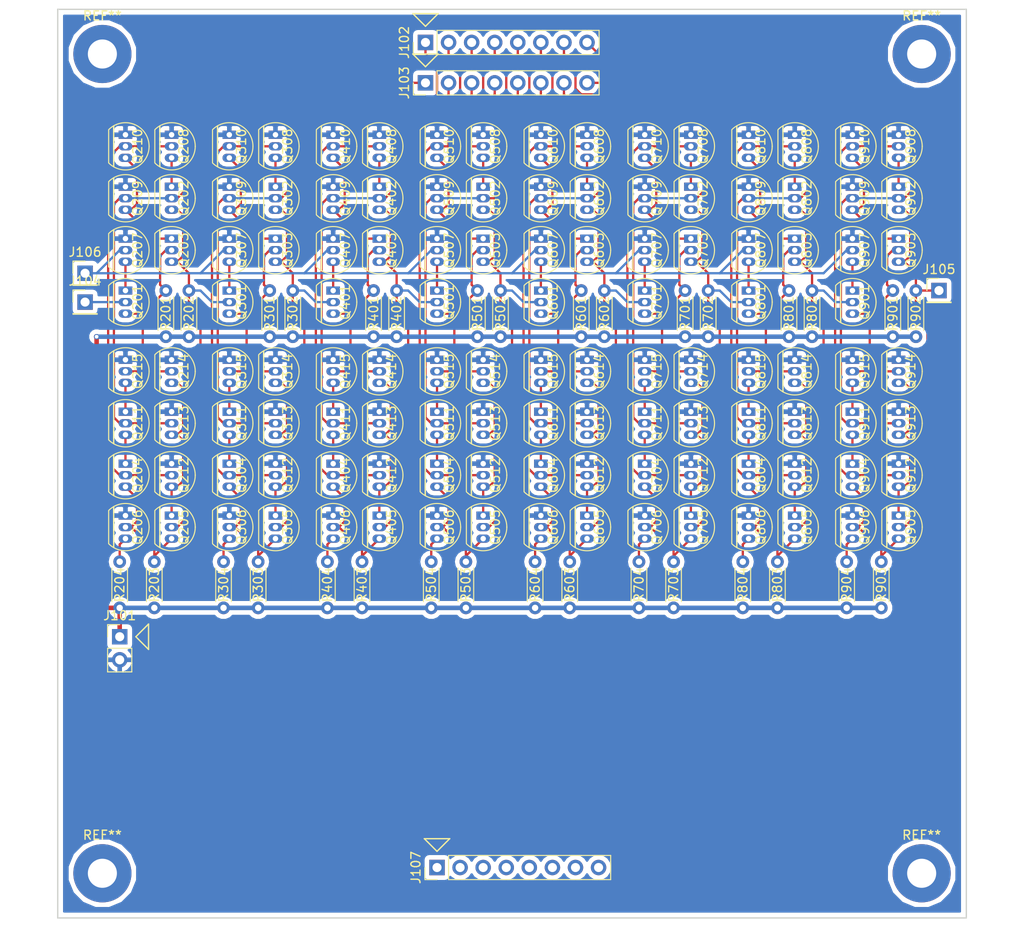
<source format=kicad_pcb>
(kicad_pcb (version 4) (host pcbnew 4.0.7-e2-6376~58~ubuntu16.04.1)
  (layers (0 F.Cu signal) (31 B.Cu signal) (34 B.Paste user) (35 F.Paste user) (36 B.SilkS user) (37 F.SilkS user) (38 B.Mask user) (39 F.Mask user) (44 Edge.Cuts user))
  (net 0 "")
  (net 1 VCC)
  (net 2 GND)
  (net 3 /ADD_0/~A~)
  (net 4 /ADD_1/~A~)
  (net 5 /ADD_2/~A~)
  (net 6 /ADD_3/~A~)
  (net 7 /ADD_4/~A~)
  (net 8 /ADD_5/~A~)
  (net 9 /ADD_6/~A~)
  (net 10 /ADD_7/~A~)
  (net 11 /ADD_0/~B~)
  (net 12 /ADD_1/~B~)
  (net 13 /ADD_2/~B~)
  (net 14 /ADD_3/~B~)
  (net 15 /ADD_4/~B~)
  (net 16 /ADD_5/~B~)
  (net 17 /ADD_6/~B~)
  (net 18 /ADD_7/~B~)
  (net 19 /ADD_0/C_In)
  (net 20 /ADD_7/C_Out)
  (net 21 /ADD_0/C_Enable)
  (net 22 /ADD_0/~S~)
  (net 23 /ADD_1/~S~)
  (net 24 /ADD_2/~S~)
  (net 25 /ADD_3/~S~)
  (net 26 /ADD_4/~S~)
  (net 27 /ADD_5/~S~)
  (net 28 /ADD_6/~S~)
  (net 29 /ADD_7/~S~)
  (net 30 "Net-(Q201-Pad3)")
  (net 31 "Net-(Q201-Pad1)")
  (net 32 /ADD_1/C_In)
  (net 33 "Net-(Q202-Pad1)")
  (net 34 "Net-(Q203-Pad1)")
  (net 35 "Net-(Q204-Pad3)")
  (net 36 "Net-(Q204-Pad1)")
  (net 37 "Net-(Q205-Pad1)")
  (net 38 "Net-(Q211-Pad1)")
  (net 39 "Net-(Q301-Pad3)")
  (net 40 "Net-(Q301-Pad1)")
  (net 41 /ADD_2/C_In)
  (net 42 "Net-(Q302-Pad1)")
  (net 43 "Net-(Q303-Pad1)")
  (net 44 "Net-(Q304-Pad3)")
  (net 45 "Net-(Q304-Pad1)")
  (net 46 "Net-(Q305-Pad1)")
  (net 47 "Net-(Q311-Pad1)")
  (net 48 "Net-(Q401-Pad3)")
  (net 49 "Net-(Q401-Pad1)")
  (net 50 /ADD_3/C_In)
  (net 51 "Net-(Q402-Pad1)")
  (net 52 "Net-(Q403-Pad1)")
  (net 53 "Net-(Q404-Pad3)")
  (net 54 "Net-(Q404-Pad1)")
  (net 55 "Net-(Q405-Pad1)")
  (net 56 "Net-(Q411-Pad1)")
  (net 57 "Net-(Q501-Pad3)")
  (net 58 "Net-(Q501-Pad1)")
  (net 59 /ADD_4/C_In)
  (net 60 "Net-(Q502-Pad1)")
  (net 61 "Net-(Q503-Pad1)")
  (net 62 "Net-(Q504-Pad3)")
  (net 63 "Net-(Q504-Pad1)")
  (net 64 "Net-(Q505-Pad1)")
  (net 65 "Net-(Q511-Pad1)")
  (net 66 "Net-(Q601-Pad3)")
  (net 67 "Net-(Q601-Pad1)")
  (net 68 /ADD_5/C_In)
  (net 69 "Net-(Q602-Pad1)")
  (net 70 "Net-(Q603-Pad1)")
  (net 71 "Net-(Q604-Pad3)")
  (net 72 "Net-(Q604-Pad1)")
  (net 73 "Net-(Q605-Pad1)")
  (net 74 "Net-(Q611-Pad1)")
  (net 75 "Net-(Q701-Pad3)")
  (net 76 "Net-(Q701-Pad1)")
  (net 77 /ADD_6/C_In)
  (net 78 "Net-(Q702-Pad1)")
  (net 79 "Net-(Q703-Pad1)")
  (net 80 "Net-(Q704-Pad3)")
  (net 81 "Net-(Q704-Pad1)")
  (net 82 "Net-(Q705-Pad1)")
  (net 83 "Net-(Q711-Pad1)")
  (net 84 "Net-(Q801-Pad3)")
  (net 85 "Net-(Q801-Pad1)")
  (net 86 /ADD_7/C_In)
  (net 87 "Net-(Q802-Pad1)")
  (net 88 "Net-(Q803-Pad1)")
  (net 89 "Net-(Q804-Pad3)")
  (net 90 "Net-(Q804-Pad1)")
  (net 91 "Net-(Q805-Pad1)")
  (net 92 "Net-(Q811-Pad1)")
  (net 93 "Net-(Q901-Pad3)")
  (net 94 "Net-(Q901-Pad1)")
  (net 95 "Net-(Q902-Pad1)")
  (net 96 "Net-(Q903-Pad1)")
  (net 97 "Net-(Q904-Pad3)")
  (net 98 "Net-(Q904-Pad1)")
  (net 99 "Net-(Q905-Pad1)")
  (net 100 "Net-(Q911-Pad1)")
  (module footprints:PH_1x2 (layer F.Cu) (at 48.26 84.455)
    (fp_text reference J101 (at 0 -2.33) (layer F.SilkS))
    (fp_text value Conn_01x02_Power)
    (pad 1 thru_hole rect (at 0 0) (size 1.7 1.7) (drill 1) (layers *.Cu *.Mask) (net 1 VCC))
    (pad 2 thru_hole oval (at 0 2.54) (size 1.7 1.7) (drill 1) (layers *.Cu *.Mask) (net 2 GND))
  )
  (module footprints:PH_1x8 (layer F.Cu) (at 81.915 19.05 90)
    (fp_text reference J102 (at 0 -2.33 90) (layer F.SilkS))
    (fp_text value Conn_01x08)
    (pad 1 thru_hole rect (at 0 0 90) (size 1.7 1.7) (drill 1) (layers *.Cu *.Mask) (net 3 /ADD_0/~A~))
    (pad 2 thru_hole oval (at 0 2.54 90) (size 1.7 1.7) (drill 1) (layers *.Cu *.Mask) (net 4 /ADD_1/~A~))
    (pad 3 thru_hole oval (at 0 5.08 90) (size 1.7 1.7) (drill 1) (layers *.Cu *.Mask) (net 5 /ADD_2/~A~))
    (pad 4 thru_hole oval (at 0 7.62 90) (size 1.7 1.7) (drill 1) (layers *.Cu *.Mask) (net 6 /ADD_3/~A~))
    (pad 5 thru_hole oval (at 0 10.16 90) (size 1.7 1.7) (drill 1) (layers *.Cu *.Mask) (net 7 /ADD_4/~A~))
    (pad 6 thru_hole oval (at 0 12.7 90) (size 1.7 1.7) (drill 1) (layers *.Cu *.Mask) (net 8 /ADD_5/~A~))
    (pad 7 thru_hole oval (at 0 15.24 90) (size 1.7 1.7) (drill 1) (layers *.Cu *.Mask) (net 9 /ADD_6/~A~))
    (pad 8 thru_hole oval (at 0 17.78 90) (size 1.7 1.7) (drill 1) (layers *.Cu *.Mask) (net 10 /ADD_7/~A~))
  )
  (module footprints:PH_1x8 (layer F.Cu) (at 81.915 23.495 90)
    (fp_text reference J103 (at 0 -2.33 90) (layer F.SilkS))
    (fp_text value Conn_01x08)
    (pad 1 thru_hole rect (at 0 0 90) (size 1.7 1.7) (drill 1) (layers *.Cu *.Mask) (net 11 /ADD_0/~B~))
    (pad 2 thru_hole oval (at 0 2.54 90) (size 1.7 1.7) (drill 1) (layers *.Cu *.Mask) (net 12 /ADD_1/~B~))
    (pad 3 thru_hole oval (at 0 5.08 90) (size 1.7 1.7) (drill 1) (layers *.Cu *.Mask) (net 13 /ADD_2/~B~))
    (pad 4 thru_hole oval (at 0 7.62 90) (size 1.7 1.7) (drill 1) (layers *.Cu *.Mask) (net 14 /ADD_3/~B~))
    (pad 5 thru_hole oval (at 0 10.16 90) (size 1.7 1.7) (drill 1) (layers *.Cu *.Mask) (net 15 /ADD_4/~B~))
    (pad 6 thru_hole oval (at 0 12.7 90) (size 1.7 1.7) (drill 1) (layers *.Cu *.Mask) (net 16 /ADD_5/~B~))
    (pad 7 thru_hole oval (at 0 15.24 90) (size 1.7 1.7) (drill 1) (layers *.Cu *.Mask) (net 17 /ADD_6/~B~))
    (pad 8 thru_hole oval (at 0 17.78 90) (size 1.7 1.7) (drill 1) (layers *.Cu *.Mask) (net 18 /ADD_7/~B~))
  )
  (module footprints:PH_1x1 (layer F.Cu) (at 44.45 47.625)
    (fp_text reference J104 (at 0 -2.33) (layer F.SilkS))
    (fp_text value Conn_01x01)
    (pad 1 thru_hole rect (at 0 0) (size 1.7 1.7) (drill 1) (layers *.Cu *.Mask) (net 19 /ADD_0/C_In))
  )
  (module footprints:PH_1x1 (layer F.Cu) (at 138.43 46.355)
    (fp_text reference J105 (at 0 -2.33) (layer F.SilkS))
    (fp_text value Conn_01x01)
    (pad 1 thru_hole rect (at 0 0) (size 1.7 1.7) (drill 1) (layers *.Cu *.Mask) (net 20 /ADD_7/C_Out))
  )
  (module footprints:PH_1x1 (layer F.Cu) (at 44.45 44.45)
    (fp_text reference J106 (at 0 -2.33) (layer F.SilkS))
    (fp_text value Conn_01x01)
    (pad 1 thru_hole rect (at 0 0) (size 1.7 1.7) (drill 1) (layers *.Cu *.Mask) (net 21 /ADD_0/C_Enable))
  )
  (module footprints:PH_1x8 (layer F.Cu) (at 83.185 109.855 90)
    (fp_text reference J107 (at 0 -2.33 90) (layer F.SilkS))
    (fp_text value Conn_01x08)
    (pad 1 thru_hole rect (at 0 0 90) (size 1.7 1.7) (drill 1) (layers *.Cu *.Mask) (net 22 /ADD_0/~S~))
    (pad 2 thru_hole oval (at 0 2.54 90) (size 1.7 1.7) (drill 1) (layers *.Cu *.Mask) (net 23 /ADD_1/~S~))
    (pad 3 thru_hole oval (at 0 5.08 90) (size 1.7 1.7) (drill 1) (layers *.Cu *.Mask) (net 24 /ADD_2/~S~))
    (pad 4 thru_hole oval (at 0 7.62 90) (size 1.7 1.7) (drill 1) (layers *.Cu *.Mask) (net 25 /ADD_3/~S~))
    (pad 5 thru_hole oval (at 0 10.16 90) (size 1.7 1.7) (drill 1) (layers *.Cu *.Mask) (net 26 /ADD_4/~S~))
    (pad 6 thru_hole oval (at 0 12.7 90) (size 1.7 1.7) (drill 1) (layers *.Cu *.Mask) (net 27 /ADD_5/~S~))
    (pad 7 thru_hole oval (at 0 15.24 90) (size 1.7 1.7) (drill 1) (layers *.Cu *.Mask) (net 28 /ADD_6/~S~))
    (pad 8 thru_hole oval (at 0 17.78 90) (size 1.7 1.7) (drill 1) (layers *.Cu *.Mask) (net 29 /ADD_7/~S~))
  )
  (module footprints:TO-92-FET (layer F.Cu) (at 48.895 46.355 270)
    (fp_text reference Q201 (at 1.27 -1.3335 270) (layer F.SilkS))
    (fp_text value 2N7000)
    (pad 2 thru_hole oval (at 1.27 0 90) (size 0.9 1.5) (drill 0.6) (layers *.Cu *.Mask) (net 19 /ADD_0/C_In))
    (pad 3 thru_hole oval (at 2.54 0 90) (size 0.9 1.5) (drill 0.6) (layers *.Cu *.Mask) (net 30 "Net-(Q201-Pad3)"))
    (pad 1 thru_hole rect (at 0 0 90) (size 0.9 1.5) (drill 0.6) (layers *.Cu *.Mask) (net 31 "Net-(Q201-Pad1)"))
  )
  (module footprints:TO-92-FET (layer F.Cu) (at 53.975 34.925 270)
    (fp_text reference Q202 (at 1.27 -1.3335 270) (layer F.SilkS))
    (fp_text value 2N7000)
    (pad 2 thru_hole oval (at 1.27 0 90) (size 0.9 1.5) (drill 0.6) (layers *.Cu *.Mask) (net 3 /ADD_0/~A~))
    (pad 3 thru_hole oval (at 2.54 0 90) (size 0.9 1.5) (drill 0.6) (layers *.Cu *.Mask) (net 32 /ADD_1/C_In))
    (pad 1 thru_hole rect (at 0 0 90) (size 0.9 1.5) (drill 0.6) (layers *.Cu *.Mask) (net 33 "Net-(Q202-Pad1)"))
  )
  (module footprints:TO-92-FET (layer F.Cu) (at 53.975 40.64 270)
    (fp_text reference Q203 (at 1.27 -1.3335 270) (layer F.SilkS))
    (fp_text value 2N7000)
    (pad 2 thru_hole oval (at 1.27 0 90) (size 0.9 1.5) (drill 0.6) (layers *.Cu *.Mask) (net 30 "Net-(Q201-Pad3)"))
    (pad 3 thru_hole oval (at 2.54 0 90) (size 0.9 1.5) (drill 0.6) (layers *.Cu *.Mask) (net 32 /ADD_1/C_In))
    (pad 1 thru_hole rect (at 0 0 90) (size 0.9 1.5) (drill 0.6) (layers *.Cu *.Mask) (net 34 "Net-(Q203-Pad1)"))
  )
  (module footprints:TO-92-FET (layer F.Cu) (at 48.895 65.405 270)
    (fp_text reference Q204 (at 1.27 -1.3335 270) (layer F.SilkS))
    (fp_text value 2N7000)
    (pad 2 thru_hole oval (at 1.27 0 90) (size 0.9 1.5) (drill 0.6) (layers *.Cu *.Mask) (net 11 /ADD_0/~B~))
    (pad 3 thru_hole oval (at 2.54 0 90) (size 0.9 1.5) (drill 0.6) (layers *.Cu *.Mask) (net 35 "Net-(Q204-Pad3)"))
    (pad 1 thru_hole rect (at 0 0 90) (size 0.9 1.5) (drill 0.6) (layers *.Cu *.Mask) (net 36 "Net-(Q204-Pad1)"))
  )
  (module footprints:TO-92-FET (layer F.Cu) (at 53.975 71.12 270)
    (fp_text reference Q205 (at 1.27 -1.3335 270) (layer F.SilkS))
    (fp_text value 2N7000)
    (pad 2 thru_hole oval (at 1.27 0 90) (size 0.9 1.5) (drill 0.6) (layers *.Cu *.Mask) (net 32 /ADD_1/C_In))
    (pad 3 thru_hole oval (at 2.54 0 90) (size 0.9 1.5) (drill 0.6) (layers *.Cu *.Mask) (net 35 "Net-(Q204-Pad3)"))
    (pad 1 thru_hole rect (at 0 0 90) (size 0.9 1.5) (drill 0.6) (layers *.Cu *.Mask) (net 37 "Net-(Q205-Pad1)"))
  )
  (module footprints:TO-92-FET (layer F.Cu) (at 48.895 71.12 270)
    (fp_text reference Q206 (at 1.27 -1.3335 270) (layer F.SilkS))
    (fp_text value 2N7000)
    (pad 2 thru_hole oval (at 1.27 0 90) (size 0.9 1.5) (drill 0.6) (layers *.Cu *.Mask) (net 35 "Net-(Q204-Pad3)"))
    (pad 3 thru_hole oval (at 2.54 0 90) (size 0.9 1.5) (drill 0.6) (layers *.Cu *.Mask) (net 22 /ADD_0/~S~))
    (pad 1 thru_hole rect (at 0 0 90) (size 0.9 1.5) (drill 0.6) (layers *.Cu *.Mask) (net 2 GND))
  )
  (module footprints:TO-92-FET (layer F.Cu) (at 48.895 40.64 270)
    (fp_text reference Q207 (at 1.27 -1.3335 270) (layer F.SilkS))
    (fp_text value 2N7000)
    (pad 2 thru_hole oval (at 1.27 0 90) (size 0.9 1.5) (drill 0.6) (layers *.Cu *.Mask) (net 21 /ADD_0/C_Enable))
    (pad 3 thru_hole oval (at 2.54 0 90) (size 0.9 1.5) (drill 0.6) (layers *.Cu *.Mask) (net 31 "Net-(Q201-Pad1)"))
    (pad 1 thru_hole rect (at 0 0 90) (size 0.9 1.5) (drill 0.6) (layers *.Cu *.Mask) (net 2 GND))
  )
  (module footprints:TO-92-FET (layer F.Cu) (at 53.975 29.21 270)
    (fp_text reference Q208 (at 1.27 -1.3335 270) (layer F.SilkS))
    (fp_text value 2N7000)
    (pad 2 thru_hole oval (at 1.27 0 90) (size 0.9 1.5) (drill 0.6) (layers *.Cu *.Mask) (net 11 /ADD_0/~B~))
    (pad 3 thru_hole oval (at 2.54 0 90) (size 0.9 1.5) (drill 0.6) (layers *.Cu *.Mask) (net 33 "Net-(Q202-Pad1)"))
    (pad 1 thru_hole rect (at 0 0 90) (size 0.9 1.5) (drill 0.6) (layers *.Cu *.Mask) (net 2 GND))
  )
  (module footprints:TO-92-FET (layer F.Cu) (at 48.895 34.925 270)
    (fp_text reference Q209 (at 1.27 -1.3335 270) (layer F.SilkS))
    (fp_text value 2N7000)
    (pad 2 thru_hole oval (at 1.27 0 90) (size 0.9 1.5) (drill 0.6) (layers *.Cu *.Mask) (net 3 /ADD_0/~A~))
    (pad 3 thru_hole oval (at 2.54 0 90) (size 0.9 1.5) (drill 0.6) (layers *.Cu *.Mask) (net 34 "Net-(Q203-Pad1)"))
    (pad 1 thru_hole rect (at 0 0 90) (size 0.9 1.5) (drill 0.6) (layers *.Cu *.Mask) (net 2 GND))
  )
  (module footprints:TO-92-FET (layer F.Cu) (at 48.895 29.21 270)
    (fp_text reference Q210 (at 1.27 -1.3335 270) (layer F.SilkS))
    (fp_text value 2N7000)
    (pad 2 thru_hole oval (at 1.27 0 90) (size 0.9 1.5) (drill 0.6) (layers *.Cu *.Mask) (net 11 /ADD_0/~B~))
    (pad 3 thru_hole oval (at 2.54 0 90) (size 0.9 1.5) (drill 0.6) (layers *.Cu *.Mask) (net 34 "Net-(Q203-Pad1)"))
    (pad 1 thru_hole rect (at 0 0 90) (size 0.9 1.5) (drill 0.6) (layers *.Cu *.Mask) (net 2 GND))
  )
  (module footprints:TO-92-FET (layer F.Cu) (at 48.895 59.69 270)
    (fp_text reference Q211 (at 1.27 -1.3335 270) (layer F.SilkS))
    (fp_text value 2N7000)
    (pad 2 thru_hole oval (at 1.27 0 90) (size 0.9 1.5) (drill 0.6) (layers *.Cu *.Mask) (net 3 /ADD_0/~A~))
    (pad 3 thru_hole oval (at 2.54 0 90) (size 0.9 1.5) (drill 0.6) (layers *.Cu *.Mask) (net 36 "Net-(Q204-Pad1)"))
    (pad 1 thru_hole rect (at 0 0 90) (size 0.9 1.5) (drill 0.6) (layers *.Cu *.Mask) (net 38 "Net-(Q211-Pad1)"))
  )
  (module footprints:TO-92-FET (layer F.Cu) (at 53.975 65.405 270)
    (fp_text reference Q212 (at 1.27 -1.3335 270) (layer F.SilkS))
    (fp_text value 2N7000)
    (pad 2 thru_hole oval (at 1.27 0 90) (size 0.9 1.5) (drill 0.6) (layers *.Cu *.Mask) (net 11 /ADD_0/~B~))
    (pad 3 thru_hole oval (at 2.54 0 90) (size 0.9 1.5) (drill 0.6) (layers *.Cu *.Mask) (net 37 "Net-(Q205-Pad1)"))
    (pad 1 thru_hole rect (at 0 0 90) (size 0.9 1.5) (drill 0.6) (layers *.Cu *.Mask) (net 2 GND))
  )
  (module footprints:TO-92-FET (layer F.Cu) (at 53.975 59.69 270)
    (fp_text reference Q213 (at 1.27 -1.3335 270) (layer F.SilkS))
    (fp_text value 2N7000)
    (pad 2 thru_hole oval (at 1.27 0 90) (size 0.9 1.5) (drill 0.6) (layers *.Cu *.Mask) (net 3 /ADD_0/~A~))
    (pad 3 thru_hole oval (at 2.54 0 90) (size 0.9 1.5) (drill 0.6) (layers *.Cu *.Mask) (net 37 "Net-(Q205-Pad1)"))
    (pad 1 thru_hole rect (at 0 0 90) (size 0.9 1.5) (drill 0.6) (layers *.Cu *.Mask) (net 2 GND))
  )
  (module footprints:TO-92-FET (layer F.Cu) (at 53.975 53.975 270)
    (fp_text reference Q214 (at 1.27 -1.3335 270) (layer F.SilkS))
    (fp_text value 2N7000)
    (pad 2 thru_hole oval (at 1.27 0 90) (size 0.9 1.5) (drill 0.6) (layers *.Cu *.Mask) (net 30 "Net-(Q201-Pad3)"))
    (pad 3 thru_hole oval (at 2.54 0 90) (size 0.9 1.5) (drill 0.6) (layers *.Cu *.Mask) (net 37 "Net-(Q205-Pad1)"))
    (pad 1 thru_hole rect (at 0 0 90) (size 0.9 1.5) (drill 0.6) (layers *.Cu *.Mask) (net 2 GND))
  )
  (module footprints:TO-92-FET (layer F.Cu) (at 48.895 53.975 270)
    (fp_text reference Q215 (at 1.27 -1.3335 270) (layer F.SilkS))
    (fp_text value 2N7000)
    (pad 2 thru_hole oval (at 1.27 0 90) (size 0.9 1.5) (drill 0.6) (layers *.Cu *.Mask) (net 30 "Net-(Q201-Pad3)"))
    (pad 3 thru_hole oval (at 2.54 0 90) (size 0.9 1.5) (drill 0.6) (layers *.Cu *.Mask) (net 38 "Net-(Q211-Pad1)"))
    (pad 1 thru_hole rect (at 0 0 90) (size 0.9 1.5) (drill 0.6) (layers *.Cu *.Mask) (net 2 GND))
  )
  (module footprints:TO-92-FET (layer F.Cu) (at 60.325 46.355 270)
    (fp_text reference Q301 (at 1.27 -1.3335 270) (layer F.SilkS))
    (fp_text value 2N7000)
    (pad 2 thru_hole oval (at 1.27 0 90) (size 0.9 1.5) (drill 0.6) (layers *.Cu *.Mask) (net 32 /ADD_1/C_In))
    (pad 3 thru_hole oval (at 2.54 0 90) (size 0.9 1.5) (drill 0.6) (layers *.Cu *.Mask) (net 39 "Net-(Q301-Pad3)"))
    (pad 1 thru_hole rect (at 0 0 90) (size 0.9 1.5) (drill 0.6) (layers *.Cu *.Mask) (net 40 "Net-(Q301-Pad1)"))
  )
  (module footprints:TO-92-FET (layer F.Cu) (at 65.405 34.925 270)
    (fp_text reference Q302 (at 1.27 -1.3335 270) (layer F.SilkS))
    (fp_text value 2N7000)
    (pad 2 thru_hole oval (at 1.27 0 90) (size 0.9 1.5) (drill 0.6) (layers *.Cu *.Mask) (net 4 /ADD_1/~A~))
    (pad 3 thru_hole oval (at 2.54 0 90) (size 0.9 1.5) (drill 0.6) (layers *.Cu *.Mask) (net 41 /ADD_2/C_In))
    (pad 1 thru_hole rect (at 0 0 90) (size 0.9 1.5) (drill 0.6) (layers *.Cu *.Mask) (net 42 "Net-(Q302-Pad1)"))
  )
  (module footprints:TO-92-FET (layer F.Cu) (at 65.405 40.64 270)
    (fp_text reference Q303 (at 1.27 -1.3335 270) (layer F.SilkS))
    (fp_text value 2N7000)
    (pad 2 thru_hole oval (at 1.27 0 90) (size 0.9 1.5) (drill 0.6) (layers *.Cu *.Mask) (net 39 "Net-(Q301-Pad3)"))
    (pad 3 thru_hole oval (at 2.54 0 90) (size 0.9 1.5) (drill 0.6) (layers *.Cu *.Mask) (net 41 /ADD_2/C_In))
    (pad 1 thru_hole rect (at 0 0 90) (size 0.9 1.5) (drill 0.6) (layers *.Cu *.Mask) (net 43 "Net-(Q303-Pad1)"))
  )
  (module footprints:TO-92-FET (layer F.Cu) (at 60.325 65.405 270)
    (fp_text reference Q304 (at 1.27 -1.3335 270) (layer F.SilkS))
    (fp_text value 2N7000)
    (pad 2 thru_hole oval (at 1.27 0 90) (size 0.9 1.5) (drill 0.6) (layers *.Cu *.Mask) (net 12 /ADD_1/~B~))
    (pad 3 thru_hole oval (at 2.54 0 90) (size 0.9 1.5) (drill 0.6) (layers *.Cu *.Mask) (net 44 "Net-(Q304-Pad3)"))
    (pad 1 thru_hole rect (at 0 0 90) (size 0.9 1.5) (drill 0.6) (layers *.Cu *.Mask) (net 45 "Net-(Q304-Pad1)"))
  )
  (module footprints:TO-92-FET (layer F.Cu) (at 65.405 71.12 270)
    (fp_text reference Q305 (at 1.27 -1.3335 270) (layer F.SilkS))
    (fp_text value 2N7000)
    (pad 2 thru_hole oval (at 1.27 0 90) (size 0.9 1.5) (drill 0.6) (layers *.Cu *.Mask) (net 41 /ADD_2/C_In))
    (pad 3 thru_hole oval (at 2.54 0 90) (size 0.9 1.5) (drill 0.6) (layers *.Cu *.Mask) (net 44 "Net-(Q304-Pad3)"))
    (pad 1 thru_hole rect (at 0 0 90) (size 0.9 1.5) (drill 0.6) (layers *.Cu *.Mask) (net 46 "Net-(Q305-Pad1)"))
  )
  (module footprints:TO-92-FET (layer F.Cu) (at 60.325 71.12 270)
    (fp_text reference Q306 (at 1.27 -1.3335 270) (layer F.SilkS))
    (fp_text value 2N7000)
    (pad 2 thru_hole oval (at 1.27 0 90) (size 0.9 1.5) (drill 0.6) (layers *.Cu *.Mask) (net 44 "Net-(Q304-Pad3)"))
    (pad 3 thru_hole oval (at 2.54 0 90) (size 0.9 1.5) (drill 0.6) (layers *.Cu *.Mask) (net 23 /ADD_1/~S~))
    (pad 1 thru_hole rect (at 0 0 90) (size 0.9 1.5) (drill 0.6) (layers *.Cu *.Mask) (net 2 GND))
  )
  (module footprints:TO-92-FET (layer F.Cu) (at 60.325 40.64 270)
    (fp_text reference Q307 (at 1.27 -1.3335 270) (layer F.SilkS))
    (fp_text value 2N7000)
    (pad 2 thru_hole oval (at 1.27 0 90) (size 0.9 1.5) (drill 0.6) (layers *.Cu *.Mask) (net 21 /ADD_0/C_Enable))
    (pad 3 thru_hole oval (at 2.54 0 90) (size 0.9 1.5) (drill 0.6) (layers *.Cu *.Mask) (net 40 "Net-(Q301-Pad1)"))
    (pad 1 thru_hole rect (at 0 0 90) (size 0.9 1.5) (drill 0.6) (layers *.Cu *.Mask) (net 2 GND))
  )
  (module footprints:TO-92-FET (layer F.Cu) (at 65.405 29.21 270)
    (fp_text reference Q308 (at 1.27 -1.3335 270) (layer F.SilkS))
    (fp_text value 2N7000)
    (pad 2 thru_hole oval (at 1.27 0 90) (size 0.9 1.5) (drill 0.6) (layers *.Cu *.Mask) (net 12 /ADD_1/~B~))
    (pad 3 thru_hole oval (at 2.54 0 90) (size 0.9 1.5) (drill 0.6) (layers *.Cu *.Mask) (net 42 "Net-(Q302-Pad1)"))
    (pad 1 thru_hole rect (at 0 0 90) (size 0.9 1.5) (drill 0.6) (layers *.Cu *.Mask) (net 2 GND))
  )
  (module footprints:TO-92-FET (layer F.Cu) (at 60.325 34.925 270)
    (fp_text reference Q309 (at 1.27 -1.3335 270) (layer F.SilkS))
    (fp_text value 2N7000)
    (pad 2 thru_hole oval (at 1.27 0 90) (size 0.9 1.5) (drill 0.6) (layers *.Cu *.Mask) (net 4 /ADD_1/~A~))
    (pad 3 thru_hole oval (at 2.54 0 90) (size 0.9 1.5) (drill 0.6) (layers *.Cu *.Mask) (net 43 "Net-(Q303-Pad1)"))
    (pad 1 thru_hole rect (at 0 0 90) (size 0.9 1.5) (drill 0.6) (layers *.Cu *.Mask) (net 2 GND))
  )
  (module footprints:TO-92-FET (layer F.Cu) (at 60.325 29.21 270)
    (fp_text reference Q310 (at 1.27 -1.3335 270) (layer F.SilkS))
    (fp_text value 2N7000)
    (pad 2 thru_hole oval (at 1.27 0 90) (size 0.9 1.5) (drill 0.6) (layers *.Cu *.Mask) (net 12 /ADD_1/~B~))
    (pad 3 thru_hole oval (at 2.54 0 90) (size 0.9 1.5) (drill 0.6) (layers *.Cu *.Mask) (net 43 "Net-(Q303-Pad1)"))
    (pad 1 thru_hole rect (at 0 0 90) (size 0.9 1.5) (drill 0.6) (layers *.Cu *.Mask) (net 2 GND))
  )
  (module footprints:TO-92-FET (layer F.Cu) (at 60.325 59.69 270)
    (fp_text reference Q311 (at 1.27 -1.3335 270) (layer F.SilkS))
    (fp_text value 2N7000)
    (pad 2 thru_hole oval (at 1.27 0 90) (size 0.9 1.5) (drill 0.6) (layers *.Cu *.Mask) (net 4 /ADD_1/~A~))
    (pad 3 thru_hole oval (at 2.54 0 90) (size 0.9 1.5) (drill 0.6) (layers *.Cu *.Mask) (net 45 "Net-(Q304-Pad1)"))
    (pad 1 thru_hole rect (at 0 0 90) (size 0.9 1.5) (drill 0.6) (layers *.Cu *.Mask) (net 47 "Net-(Q311-Pad1)"))
  )
  (module footprints:TO-92-FET (layer F.Cu) (at 65.405 65.405 270)
    (fp_text reference Q312 (at 1.27 -1.3335 270) (layer F.SilkS))
    (fp_text value 2N7000)
    (pad 2 thru_hole oval (at 1.27 0 90) (size 0.9 1.5) (drill 0.6) (layers *.Cu *.Mask) (net 12 /ADD_1/~B~))
    (pad 3 thru_hole oval (at 2.54 0 90) (size 0.9 1.5) (drill 0.6) (layers *.Cu *.Mask) (net 46 "Net-(Q305-Pad1)"))
    (pad 1 thru_hole rect (at 0 0 90) (size 0.9 1.5) (drill 0.6) (layers *.Cu *.Mask) (net 2 GND))
  )
  (module footprints:TO-92-FET (layer F.Cu) (at 65.405 59.69 270)
    (fp_text reference Q313 (at 1.27 -1.3335 270) (layer F.SilkS))
    (fp_text value 2N7000)
    (pad 2 thru_hole oval (at 1.27 0 90) (size 0.9 1.5) (drill 0.6) (layers *.Cu *.Mask) (net 4 /ADD_1/~A~))
    (pad 3 thru_hole oval (at 2.54 0 90) (size 0.9 1.5) (drill 0.6) (layers *.Cu *.Mask) (net 46 "Net-(Q305-Pad1)"))
    (pad 1 thru_hole rect (at 0 0 90) (size 0.9 1.5) (drill 0.6) (layers *.Cu *.Mask) (net 2 GND))
  )
  (module footprints:TO-92-FET (layer F.Cu) (at 65.405 53.975 270)
    (fp_text reference Q314 (at 1.27 -1.3335 270) (layer F.SilkS))
    (fp_text value 2N7000)
    (pad 2 thru_hole oval (at 1.27 0 90) (size 0.9 1.5) (drill 0.6) (layers *.Cu *.Mask) (net 39 "Net-(Q301-Pad3)"))
    (pad 3 thru_hole oval (at 2.54 0 90) (size 0.9 1.5) (drill 0.6) (layers *.Cu *.Mask) (net 46 "Net-(Q305-Pad1)"))
    (pad 1 thru_hole rect (at 0 0 90) (size 0.9 1.5) (drill 0.6) (layers *.Cu *.Mask) (net 2 GND))
  )
  (module footprints:TO-92-FET (layer F.Cu) (at 60.325 53.975 270)
    (fp_text reference Q315 (at 1.27 -1.3335 270) (layer F.SilkS))
    (fp_text value 2N7000)
    (pad 2 thru_hole oval (at 1.27 0 90) (size 0.9 1.5) (drill 0.6) (layers *.Cu *.Mask) (net 39 "Net-(Q301-Pad3)"))
    (pad 3 thru_hole oval (at 2.54 0 90) (size 0.9 1.5) (drill 0.6) (layers *.Cu *.Mask) (net 47 "Net-(Q311-Pad1)"))
    (pad 1 thru_hole rect (at 0 0 90) (size 0.9 1.5) (drill 0.6) (layers *.Cu *.Mask) (net 2 GND))
  )
  (module footprints:TO-92-FET (layer F.Cu) (at 71.755 46.355 270)
    (fp_text reference Q401 (at 1.27 -1.3335 270) (layer F.SilkS))
    (fp_text value 2N7000)
    (pad 2 thru_hole oval (at 1.27 0 90) (size 0.9 1.5) (drill 0.6) (layers *.Cu *.Mask) (net 41 /ADD_2/C_In))
    (pad 3 thru_hole oval (at 2.54 0 90) (size 0.9 1.5) (drill 0.6) (layers *.Cu *.Mask) (net 48 "Net-(Q401-Pad3)"))
    (pad 1 thru_hole rect (at 0 0 90) (size 0.9 1.5) (drill 0.6) (layers *.Cu *.Mask) (net 49 "Net-(Q401-Pad1)"))
  )
  (module footprints:TO-92-FET (layer F.Cu) (at 76.835 34.925 270)
    (fp_text reference Q402 (at 1.27 -1.3335 270) (layer F.SilkS))
    (fp_text value 2N7000)
    (pad 2 thru_hole oval (at 1.27 0 90) (size 0.9 1.5) (drill 0.6) (layers *.Cu *.Mask) (net 5 /ADD_2/~A~))
    (pad 3 thru_hole oval (at 2.54 0 90) (size 0.9 1.5) (drill 0.6) (layers *.Cu *.Mask) (net 50 /ADD_3/C_In))
    (pad 1 thru_hole rect (at 0 0 90) (size 0.9 1.5) (drill 0.6) (layers *.Cu *.Mask) (net 51 "Net-(Q402-Pad1)"))
  )
  (module footprints:TO-92-FET (layer F.Cu) (at 76.835 40.64 270)
    (fp_text reference Q403 (at 1.27 -1.3335 270) (layer F.SilkS))
    (fp_text value 2N7000)
    (pad 2 thru_hole oval (at 1.27 0 90) (size 0.9 1.5) (drill 0.6) (layers *.Cu *.Mask) (net 48 "Net-(Q401-Pad3)"))
    (pad 3 thru_hole oval (at 2.54 0 90) (size 0.9 1.5) (drill 0.6) (layers *.Cu *.Mask) (net 50 /ADD_3/C_In))
    (pad 1 thru_hole rect (at 0 0 90) (size 0.9 1.5) (drill 0.6) (layers *.Cu *.Mask) (net 52 "Net-(Q403-Pad1)"))
  )
  (module footprints:TO-92-FET (layer F.Cu) (at 71.755 65.405 270)
    (fp_text reference Q404 (at 1.27 -1.3335 270) (layer F.SilkS))
    (fp_text value 2N7000)
    (pad 2 thru_hole oval (at 1.27 0 90) (size 0.9 1.5) (drill 0.6) (layers *.Cu *.Mask) (net 13 /ADD_2/~B~))
    (pad 3 thru_hole oval (at 2.54 0 90) (size 0.9 1.5) (drill 0.6) (layers *.Cu *.Mask) (net 53 "Net-(Q404-Pad3)"))
    (pad 1 thru_hole rect (at 0 0 90) (size 0.9 1.5) (drill 0.6) (layers *.Cu *.Mask) (net 54 "Net-(Q404-Pad1)"))
  )
  (module footprints:TO-92-FET (layer F.Cu) (at 76.835 71.12 270)
    (fp_text reference Q405 (at 1.27 -1.3335 270) (layer F.SilkS))
    (fp_text value 2N7000)
    (pad 2 thru_hole oval (at 1.27 0 90) (size 0.9 1.5) (drill 0.6) (layers *.Cu *.Mask) (net 50 /ADD_3/C_In))
    (pad 3 thru_hole oval (at 2.54 0 90) (size 0.9 1.5) (drill 0.6) (layers *.Cu *.Mask) (net 53 "Net-(Q404-Pad3)"))
    (pad 1 thru_hole rect (at 0 0 90) (size 0.9 1.5) (drill 0.6) (layers *.Cu *.Mask) (net 55 "Net-(Q405-Pad1)"))
  )
  (module footprints:TO-92-FET (layer F.Cu) (at 71.755 71.12 270)
    (fp_text reference Q406 (at 1.27 -1.3335 270) (layer F.SilkS))
    (fp_text value 2N7000)
    (pad 2 thru_hole oval (at 1.27 0 90) (size 0.9 1.5) (drill 0.6) (layers *.Cu *.Mask) (net 53 "Net-(Q404-Pad3)"))
    (pad 3 thru_hole oval (at 2.54 0 90) (size 0.9 1.5) (drill 0.6) (layers *.Cu *.Mask) (net 24 /ADD_2/~S~))
    (pad 1 thru_hole rect (at 0 0 90) (size 0.9 1.5) (drill 0.6) (layers *.Cu *.Mask) (net 2 GND))
  )
  (module footprints:TO-92-FET (layer F.Cu) (at 71.755 40.64 270)
    (fp_text reference Q407 (at 1.27 -1.3335 270) (layer F.SilkS))
    (fp_text value 2N7000)
    (pad 2 thru_hole oval (at 1.27 0 90) (size 0.9 1.5) (drill 0.6) (layers *.Cu *.Mask) (net 21 /ADD_0/C_Enable))
    (pad 3 thru_hole oval (at 2.54 0 90) (size 0.9 1.5) (drill 0.6) (layers *.Cu *.Mask) (net 49 "Net-(Q401-Pad1)"))
    (pad 1 thru_hole rect (at 0 0 90) (size 0.9 1.5) (drill 0.6) (layers *.Cu *.Mask) (net 2 GND))
  )
  (module footprints:TO-92-FET (layer F.Cu) (at 76.835 29.21 270)
    (fp_text reference Q408 (at 1.27 -1.3335 270) (layer F.SilkS))
    (fp_text value 2N7000)
    (pad 2 thru_hole oval (at 1.27 0 90) (size 0.9 1.5) (drill 0.6) (layers *.Cu *.Mask) (net 13 /ADD_2/~B~))
    (pad 3 thru_hole oval (at 2.54 0 90) (size 0.9 1.5) (drill 0.6) (layers *.Cu *.Mask) (net 51 "Net-(Q402-Pad1)"))
    (pad 1 thru_hole rect (at 0 0 90) (size 0.9 1.5) (drill 0.6) (layers *.Cu *.Mask) (net 2 GND))
  )
  (module footprints:TO-92-FET (layer F.Cu) (at 71.755 34.925 270)
    (fp_text reference Q409 (at 1.27 -1.3335 270) (layer F.SilkS))
    (fp_text value 2N7000)
    (pad 2 thru_hole oval (at 1.27 0 90) (size 0.9 1.5) (drill 0.6) (layers *.Cu *.Mask) (net 5 /ADD_2/~A~))
    (pad 3 thru_hole oval (at 2.54 0 90) (size 0.9 1.5) (drill 0.6) (layers *.Cu *.Mask) (net 52 "Net-(Q403-Pad1)"))
    (pad 1 thru_hole rect (at 0 0 90) (size 0.9 1.5) (drill 0.6) (layers *.Cu *.Mask) (net 2 GND))
  )
  (module footprints:TO-92-FET (layer F.Cu) (at 71.755 29.21 270)
    (fp_text reference Q410 (at 1.27 -1.3335 270) (layer F.SilkS))
    (fp_text value 2N7000)
    (pad 2 thru_hole oval (at 1.27 0 90) (size 0.9 1.5) (drill 0.6) (layers *.Cu *.Mask) (net 13 /ADD_2/~B~))
    (pad 3 thru_hole oval (at 2.54 0 90) (size 0.9 1.5) (drill 0.6) (layers *.Cu *.Mask) (net 52 "Net-(Q403-Pad1)"))
    (pad 1 thru_hole rect (at 0 0 90) (size 0.9 1.5) (drill 0.6) (layers *.Cu *.Mask) (net 2 GND))
  )
  (module footprints:TO-92-FET (layer F.Cu) (at 71.755 59.69 270)
    (fp_text reference Q411 (at 1.27 -1.3335 270) (layer F.SilkS))
    (fp_text value 2N7000)
    (pad 2 thru_hole oval (at 1.27 0 90) (size 0.9 1.5) (drill 0.6) (layers *.Cu *.Mask) (net 5 /ADD_2/~A~))
    (pad 3 thru_hole oval (at 2.54 0 90) (size 0.9 1.5) (drill 0.6) (layers *.Cu *.Mask) (net 54 "Net-(Q404-Pad1)"))
    (pad 1 thru_hole rect (at 0 0 90) (size 0.9 1.5) (drill 0.6) (layers *.Cu *.Mask) (net 56 "Net-(Q411-Pad1)"))
  )
  (module footprints:TO-92-FET (layer F.Cu) (at 76.835 65.405 270)
    (fp_text reference Q412 (at 1.27 -1.3335 270) (layer F.SilkS))
    (fp_text value 2N7000)
    (pad 2 thru_hole oval (at 1.27 0 90) (size 0.9 1.5) (drill 0.6) (layers *.Cu *.Mask) (net 13 /ADD_2/~B~))
    (pad 3 thru_hole oval (at 2.54 0 90) (size 0.9 1.5) (drill 0.6) (layers *.Cu *.Mask) (net 55 "Net-(Q405-Pad1)"))
    (pad 1 thru_hole rect (at 0 0 90) (size 0.9 1.5) (drill 0.6) (layers *.Cu *.Mask) (net 2 GND))
  )
  (module footprints:TO-92-FET (layer F.Cu) (at 76.835 59.69 270)
    (fp_text reference Q413 (at 1.27 -1.3335 270) (layer F.SilkS))
    (fp_text value 2N7000)
    (pad 2 thru_hole oval (at 1.27 0 90) (size 0.9 1.5) (drill 0.6) (layers *.Cu *.Mask) (net 5 /ADD_2/~A~))
    (pad 3 thru_hole oval (at 2.54 0 90) (size 0.9 1.5) (drill 0.6) (layers *.Cu *.Mask) (net 55 "Net-(Q405-Pad1)"))
    (pad 1 thru_hole rect (at 0 0 90) (size 0.9 1.5) (drill 0.6) (layers *.Cu *.Mask) (net 2 GND))
  )
  (module footprints:TO-92-FET (layer F.Cu) (at 76.835 53.975 270)
    (fp_text reference Q414 (at 1.27 -1.3335 270) (layer F.SilkS))
    (fp_text value 2N7000)
    (pad 2 thru_hole oval (at 1.27 0 90) (size 0.9 1.5) (drill 0.6) (layers *.Cu *.Mask) (net 48 "Net-(Q401-Pad3)"))
    (pad 3 thru_hole oval (at 2.54 0 90) (size 0.9 1.5) (drill 0.6) (layers *.Cu *.Mask) (net 55 "Net-(Q405-Pad1)"))
    (pad 1 thru_hole rect (at 0 0 90) (size 0.9 1.5) (drill 0.6) (layers *.Cu *.Mask) (net 2 GND))
  )
  (module footprints:TO-92-FET (layer F.Cu) (at 71.755 53.975 270)
    (fp_text reference Q415 (at 1.27 -1.3335 270) (layer F.SilkS))
    (fp_text value 2N7000)
    (pad 2 thru_hole oval (at 1.27 0 90) (size 0.9 1.5) (drill 0.6) (layers *.Cu *.Mask) (net 48 "Net-(Q401-Pad3)"))
    (pad 3 thru_hole oval (at 2.54 0 90) (size 0.9 1.5) (drill 0.6) (layers *.Cu *.Mask) (net 56 "Net-(Q411-Pad1)"))
    (pad 1 thru_hole rect (at 0 0 90) (size 0.9 1.5) (drill 0.6) (layers *.Cu *.Mask) (net 2 GND))
  )
  (module footprints:TO-92-FET (layer F.Cu) (at 83.185 46.355 270)
    (fp_text reference Q501 (at 1.27 -1.3335 270) (layer F.SilkS))
    (fp_text value 2N7000)
    (pad 2 thru_hole oval (at 1.27 0 90) (size 0.9 1.5) (drill 0.6) (layers *.Cu *.Mask) (net 50 /ADD_3/C_In))
    (pad 3 thru_hole oval (at 2.54 0 90) (size 0.9 1.5) (drill 0.6) (layers *.Cu *.Mask) (net 57 "Net-(Q501-Pad3)"))
    (pad 1 thru_hole rect (at 0 0 90) (size 0.9 1.5) (drill 0.6) (layers *.Cu *.Mask) (net 58 "Net-(Q501-Pad1)"))
  )
  (module footprints:TO-92-FET (layer F.Cu) (at 88.265 34.925 270)
    (fp_text reference Q502 (at 1.27 -1.3335 270) (layer F.SilkS))
    (fp_text value 2N7000)
    (pad 2 thru_hole oval (at 1.27 0 90) (size 0.9 1.5) (drill 0.6) (layers *.Cu *.Mask) (net 6 /ADD_3/~A~))
    (pad 3 thru_hole oval (at 2.54 0 90) (size 0.9 1.5) (drill 0.6) (layers *.Cu *.Mask) (net 59 /ADD_4/C_In))
    (pad 1 thru_hole rect (at 0 0 90) (size 0.9 1.5) (drill 0.6) (layers *.Cu *.Mask) (net 60 "Net-(Q502-Pad1)"))
  )
  (module footprints:TO-92-FET (layer F.Cu) (at 88.265 40.64 270)
    (fp_text reference Q503 (at 1.27 -1.3335 270) (layer F.SilkS))
    (fp_text value 2N7000)
    (pad 2 thru_hole oval (at 1.27 0 90) (size 0.9 1.5) (drill 0.6) (layers *.Cu *.Mask) (net 57 "Net-(Q501-Pad3)"))
    (pad 3 thru_hole oval (at 2.54 0 90) (size 0.9 1.5) (drill 0.6) (layers *.Cu *.Mask) (net 59 /ADD_4/C_In))
    (pad 1 thru_hole rect (at 0 0 90) (size 0.9 1.5) (drill 0.6) (layers *.Cu *.Mask) (net 61 "Net-(Q503-Pad1)"))
  )
  (module footprints:TO-92-FET (layer F.Cu) (at 83.185 65.405 270)
    (fp_text reference Q504 (at 1.27 -1.3335 270) (layer F.SilkS))
    (fp_text value 2N7000)
    (pad 2 thru_hole oval (at 1.27 0 90) (size 0.9 1.5) (drill 0.6) (layers *.Cu *.Mask) (net 14 /ADD_3/~B~))
    (pad 3 thru_hole oval (at 2.54 0 90) (size 0.9 1.5) (drill 0.6) (layers *.Cu *.Mask) (net 62 "Net-(Q504-Pad3)"))
    (pad 1 thru_hole rect (at 0 0 90) (size 0.9 1.5) (drill 0.6) (layers *.Cu *.Mask) (net 63 "Net-(Q504-Pad1)"))
  )
  (module footprints:TO-92-FET (layer F.Cu) (at 88.265 71.12 270)
    (fp_text reference Q505 (at 1.27 -1.3335 270) (layer F.SilkS))
    (fp_text value 2N7000)
    (pad 2 thru_hole oval (at 1.27 0 90) (size 0.9 1.5) (drill 0.6) (layers *.Cu *.Mask) (net 59 /ADD_4/C_In))
    (pad 3 thru_hole oval (at 2.54 0 90) (size 0.9 1.5) (drill 0.6) (layers *.Cu *.Mask) (net 62 "Net-(Q504-Pad3)"))
    (pad 1 thru_hole rect (at 0 0 90) (size 0.9 1.5) (drill 0.6) (layers *.Cu *.Mask) (net 64 "Net-(Q505-Pad1)"))
  )
  (module footprints:TO-92-FET (layer F.Cu) (at 83.185 71.12 270)
    (fp_text reference Q506 (at 1.27 -1.3335 270) (layer F.SilkS))
    (fp_text value 2N7000)
    (pad 2 thru_hole oval (at 1.27 0 90) (size 0.9 1.5) (drill 0.6) (layers *.Cu *.Mask) (net 62 "Net-(Q504-Pad3)"))
    (pad 3 thru_hole oval (at 2.54 0 90) (size 0.9 1.5) (drill 0.6) (layers *.Cu *.Mask) (net 25 /ADD_3/~S~))
    (pad 1 thru_hole rect (at 0 0 90) (size 0.9 1.5) (drill 0.6) (layers *.Cu *.Mask) (net 2 GND))
  )
  (module footprints:TO-92-FET (layer F.Cu) (at 83.185 40.64 270)
    (fp_text reference Q507 (at 1.27 -1.3335 270) (layer F.SilkS))
    (fp_text value 2N7000)
    (pad 2 thru_hole oval (at 1.27 0 90) (size 0.9 1.5) (drill 0.6) (layers *.Cu *.Mask) (net 21 /ADD_0/C_Enable))
    (pad 3 thru_hole oval (at 2.54 0 90) (size 0.9 1.5) (drill 0.6) (layers *.Cu *.Mask) (net 58 "Net-(Q501-Pad1)"))
    (pad 1 thru_hole rect (at 0 0 90) (size 0.9 1.5) (drill 0.6) (layers *.Cu *.Mask) (net 2 GND))
  )
  (module footprints:TO-92-FET (layer F.Cu) (at 88.265 29.21 270)
    (fp_text reference Q508 (at 1.27 -1.3335 270) (layer F.SilkS))
    (fp_text value 2N7000)
    (pad 2 thru_hole oval (at 1.27 0 90) (size 0.9 1.5) (drill 0.6) (layers *.Cu *.Mask) (net 14 /ADD_3/~B~))
    (pad 3 thru_hole oval (at 2.54 0 90) (size 0.9 1.5) (drill 0.6) (layers *.Cu *.Mask) (net 60 "Net-(Q502-Pad1)"))
    (pad 1 thru_hole rect (at 0 0 90) (size 0.9 1.5) (drill 0.6) (layers *.Cu *.Mask) (net 2 GND))
  )
  (module footprints:TO-92-FET (layer F.Cu) (at 83.185 34.925 270)
    (fp_text reference Q509 (at 1.27 -1.3335 270) (layer F.SilkS))
    (fp_text value 2N7000)
    (pad 2 thru_hole oval (at 1.27 0 90) (size 0.9 1.5) (drill 0.6) (layers *.Cu *.Mask) (net 6 /ADD_3/~A~))
    (pad 3 thru_hole oval (at 2.54 0 90) (size 0.9 1.5) (drill 0.6) (layers *.Cu *.Mask) (net 61 "Net-(Q503-Pad1)"))
    (pad 1 thru_hole rect (at 0 0 90) (size 0.9 1.5) (drill 0.6) (layers *.Cu *.Mask) (net 2 GND))
  )
  (module footprints:TO-92-FET (layer F.Cu) (at 83.185 29.21 270)
    (fp_text reference Q510 (at 1.27 -1.3335 270) (layer F.SilkS))
    (fp_text value 2N7000)
    (pad 2 thru_hole oval (at 1.27 0 90) (size 0.9 1.5) (drill 0.6) (layers *.Cu *.Mask) (net 14 /ADD_3/~B~))
    (pad 3 thru_hole oval (at 2.54 0 90) (size 0.9 1.5) (drill 0.6) (layers *.Cu *.Mask) (net 61 "Net-(Q503-Pad1)"))
    (pad 1 thru_hole rect (at 0 0 90) (size 0.9 1.5) (drill 0.6) (layers *.Cu *.Mask) (net 2 GND))
  )
  (module footprints:TO-92-FET (layer F.Cu) (at 83.185 59.69 270)
    (fp_text reference Q511 (at 1.27 -1.3335 270) (layer F.SilkS))
    (fp_text value 2N7000)
    (pad 2 thru_hole oval (at 1.27 0 90) (size 0.9 1.5) (drill 0.6) (layers *.Cu *.Mask) (net 6 /ADD_3/~A~))
    (pad 3 thru_hole oval (at 2.54 0 90) (size 0.9 1.5) (drill 0.6) (layers *.Cu *.Mask) (net 63 "Net-(Q504-Pad1)"))
    (pad 1 thru_hole rect (at 0 0 90) (size 0.9 1.5) (drill 0.6) (layers *.Cu *.Mask) (net 65 "Net-(Q511-Pad1)"))
  )
  (module footprints:TO-92-FET (layer F.Cu) (at 88.265 65.405 270)
    (fp_text reference Q512 (at 1.27 -1.3335 270) (layer F.SilkS))
    (fp_text value 2N7000)
    (pad 2 thru_hole oval (at 1.27 0 90) (size 0.9 1.5) (drill 0.6) (layers *.Cu *.Mask) (net 14 /ADD_3/~B~))
    (pad 3 thru_hole oval (at 2.54 0 90) (size 0.9 1.5) (drill 0.6) (layers *.Cu *.Mask) (net 64 "Net-(Q505-Pad1)"))
    (pad 1 thru_hole rect (at 0 0 90) (size 0.9 1.5) (drill 0.6) (layers *.Cu *.Mask) (net 2 GND))
  )
  (module footprints:TO-92-FET (layer F.Cu) (at 88.265 59.69 270)
    (fp_text reference Q513 (at 1.27 -1.3335 270) (layer F.SilkS))
    (fp_text value 2N7000)
    (pad 2 thru_hole oval (at 1.27 0 90) (size 0.9 1.5) (drill 0.6) (layers *.Cu *.Mask) (net 6 /ADD_3/~A~))
    (pad 3 thru_hole oval (at 2.54 0 90) (size 0.9 1.5) (drill 0.6) (layers *.Cu *.Mask) (net 64 "Net-(Q505-Pad1)"))
    (pad 1 thru_hole rect (at 0 0 90) (size 0.9 1.5) (drill 0.6) (layers *.Cu *.Mask) (net 2 GND))
  )
  (module footprints:TO-92-FET (layer F.Cu) (at 88.265 53.975 270)
    (fp_text reference Q514 (at 1.27 -1.3335 270) (layer F.SilkS))
    (fp_text value 2N7000)
    (pad 2 thru_hole oval (at 1.27 0 90) (size 0.9 1.5) (drill 0.6) (layers *.Cu *.Mask) (net 57 "Net-(Q501-Pad3)"))
    (pad 3 thru_hole oval (at 2.54 0 90) (size 0.9 1.5) (drill 0.6) (layers *.Cu *.Mask) (net 64 "Net-(Q505-Pad1)"))
    (pad 1 thru_hole rect (at 0 0 90) (size 0.9 1.5) (drill 0.6) (layers *.Cu *.Mask) (net 2 GND))
  )
  (module footprints:TO-92-FET (layer F.Cu) (at 83.185 53.975 270)
    (fp_text reference Q515 (at 1.27 -1.3335 270) (layer F.SilkS))
    (fp_text value 2N7000)
    (pad 2 thru_hole oval (at 1.27 0 90) (size 0.9 1.5) (drill 0.6) (layers *.Cu *.Mask) (net 57 "Net-(Q501-Pad3)"))
    (pad 3 thru_hole oval (at 2.54 0 90) (size 0.9 1.5) (drill 0.6) (layers *.Cu *.Mask) (net 65 "Net-(Q511-Pad1)"))
    (pad 1 thru_hole rect (at 0 0 90) (size 0.9 1.5) (drill 0.6) (layers *.Cu *.Mask) (net 2 GND))
  )
  (module footprints:TO-92-FET (layer F.Cu) (at 94.615 46.355 270)
    (fp_text reference Q601 (at 1.27 -1.3335 270) (layer F.SilkS))
    (fp_text value 2N7000)
    (pad 2 thru_hole oval (at 1.27 0 90) (size 0.9 1.5) (drill 0.6) (layers *.Cu *.Mask) (net 59 /ADD_4/C_In))
    (pad 3 thru_hole oval (at 2.54 0 90) (size 0.9 1.5) (drill 0.6) (layers *.Cu *.Mask) (net 66 "Net-(Q601-Pad3)"))
    (pad 1 thru_hole rect (at 0 0 90) (size 0.9 1.5) (drill 0.6) (layers *.Cu *.Mask) (net 67 "Net-(Q601-Pad1)"))
  )
  (module footprints:TO-92-FET (layer F.Cu) (at 99.695 34.925 270)
    (fp_text reference Q602 (at 1.27 -1.3335 270) (layer F.SilkS))
    (fp_text value 2N7000)
    (pad 2 thru_hole oval (at 1.27 0 90) (size 0.9 1.5) (drill 0.6) (layers *.Cu *.Mask) (net 7 /ADD_4/~A~))
    (pad 3 thru_hole oval (at 2.54 0 90) (size 0.9 1.5) (drill 0.6) (layers *.Cu *.Mask) (net 68 /ADD_5/C_In))
    (pad 1 thru_hole rect (at 0 0 90) (size 0.9 1.5) (drill 0.6) (layers *.Cu *.Mask) (net 69 "Net-(Q602-Pad1)"))
  )
  (module footprints:TO-92-FET (layer F.Cu) (at 99.695 40.64 270)
    (fp_text reference Q603 (at 1.27 -1.3335 270) (layer F.SilkS))
    (fp_text value 2N7000)
    (pad 2 thru_hole oval (at 1.27 0 90) (size 0.9 1.5) (drill 0.6) (layers *.Cu *.Mask) (net 66 "Net-(Q601-Pad3)"))
    (pad 3 thru_hole oval (at 2.54 0 90) (size 0.9 1.5) (drill 0.6) (layers *.Cu *.Mask) (net 68 /ADD_5/C_In))
    (pad 1 thru_hole rect (at 0 0 90) (size 0.9 1.5) (drill 0.6) (layers *.Cu *.Mask) (net 70 "Net-(Q603-Pad1)"))
  )
  (module footprints:TO-92-FET (layer F.Cu) (at 94.615 65.405 270)
    (fp_text reference Q604 (at 1.27 -1.3335 270) (layer F.SilkS))
    (fp_text value 2N7000)
    (pad 2 thru_hole oval (at 1.27 0 90) (size 0.9 1.5) (drill 0.6) (layers *.Cu *.Mask) (net 15 /ADD_4/~B~))
    (pad 3 thru_hole oval (at 2.54 0 90) (size 0.9 1.5) (drill 0.6) (layers *.Cu *.Mask) (net 71 "Net-(Q604-Pad3)"))
    (pad 1 thru_hole rect (at 0 0 90) (size 0.9 1.5) (drill 0.6) (layers *.Cu *.Mask) (net 72 "Net-(Q604-Pad1)"))
  )
  (module footprints:TO-92-FET (layer F.Cu) (at 99.695 71.12 270)
    (fp_text reference Q605 (at 1.27 -1.3335 270) (layer F.SilkS))
    (fp_text value 2N7000)
    (pad 2 thru_hole oval (at 1.27 0 90) (size 0.9 1.5) (drill 0.6) (layers *.Cu *.Mask) (net 68 /ADD_5/C_In))
    (pad 3 thru_hole oval (at 2.54 0 90) (size 0.9 1.5) (drill 0.6) (layers *.Cu *.Mask) (net 71 "Net-(Q604-Pad3)"))
    (pad 1 thru_hole rect (at 0 0 90) (size 0.9 1.5) (drill 0.6) (layers *.Cu *.Mask) (net 73 "Net-(Q605-Pad1)"))
  )
  (module footprints:TO-92-FET (layer F.Cu) (at 94.615 71.12 270)
    (fp_text reference Q606 (at 1.27 -1.3335 270) (layer F.SilkS))
    (fp_text value 2N7000)
    (pad 2 thru_hole oval (at 1.27 0 90) (size 0.9 1.5) (drill 0.6) (layers *.Cu *.Mask) (net 71 "Net-(Q604-Pad3)"))
    (pad 3 thru_hole oval (at 2.54 0 90) (size 0.9 1.5) (drill 0.6) (layers *.Cu *.Mask) (net 26 /ADD_4/~S~))
    (pad 1 thru_hole rect (at 0 0 90) (size 0.9 1.5) (drill 0.6) (layers *.Cu *.Mask) (net 2 GND))
  )
  (module footprints:TO-92-FET (layer F.Cu) (at 94.615 40.64 270)
    (fp_text reference Q607 (at 1.27 -1.3335 270) (layer F.SilkS))
    (fp_text value 2N7000)
    (pad 2 thru_hole oval (at 1.27 0 90) (size 0.9 1.5) (drill 0.6) (layers *.Cu *.Mask) (net 21 /ADD_0/C_Enable))
    (pad 3 thru_hole oval (at 2.54 0 90) (size 0.9 1.5) (drill 0.6) (layers *.Cu *.Mask) (net 67 "Net-(Q601-Pad1)"))
    (pad 1 thru_hole rect (at 0 0 90) (size 0.9 1.5) (drill 0.6) (layers *.Cu *.Mask) (net 2 GND))
  )
  (module footprints:TO-92-FET (layer F.Cu) (at 99.695 29.21 270)
    (fp_text reference Q608 (at 1.27 -1.3335 270) (layer F.SilkS))
    (fp_text value 2N7000)
    (pad 2 thru_hole oval (at 1.27 0 90) (size 0.9 1.5) (drill 0.6) (layers *.Cu *.Mask) (net 15 /ADD_4/~B~))
    (pad 3 thru_hole oval (at 2.54 0 90) (size 0.9 1.5) (drill 0.6) (layers *.Cu *.Mask) (net 69 "Net-(Q602-Pad1)"))
    (pad 1 thru_hole rect (at 0 0 90) (size 0.9 1.5) (drill 0.6) (layers *.Cu *.Mask) (net 2 GND))
  )
  (module footprints:TO-92-FET (layer F.Cu) (at 94.615 34.925 270)
    (fp_text reference Q609 (at 1.27 -1.3335 270) (layer F.SilkS))
    (fp_text value 2N7000)
    (pad 2 thru_hole oval (at 1.27 0 90) (size 0.9 1.5) (drill 0.6) (layers *.Cu *.Mask) (net 7 /ADD_4/~A~))
    (pad 3 thru_hole oval (at 2.54 0 90) (size 0.9 1.5) (drill 0.6) (layers *.Cu *.Mask) (net 70 "Net-(Q603-Pad1)"))
    (pad 1 thru_hole rect (at 0 0 90) (size 0.9 1.5) (drill 0.6) (layers *.Cu *.Mask) (net 2 GND))
  )
  (module footprints:TO-92-FET (layer F.Cu) (at 94.615 29.21 270)
    (fp_text reference Q610 (at 1.27 -1.3335 270) (layer F.SilkS))
    (fp_text value 2N7000)
    (pad 2 thru_hole oval (at 1.27 0 90) (size 0.9 1.5) (drill 0.6) (layers *.Cu *.Mask) (net 15 /ADD_4/~B~))
    (pad 3 thru_hole oval (at 2.54 0 90) (size 0.9 1.5) (drill 0.6) (layers *.Cu *.Mask) (net 70 "Net-(Q603-Pad1)"))
    (pad 1 thru_hole rect (at 0 0 90) (size 0.9 1.5) (drill 0.6) (layers *.Cu *.Mask) (net 2 GND))
  )
  (module footprints:TO-92-FET (layer F.Cu) (at 94.615 59.69 270)
    (fp_text reference Q611 (at 1.27 -1.3335 270) (layer F.SilkS))
    (fp_text value 2N7000)
    (pad 2 thru_hole oval (at 1.27 0 90) (size 0.9 1.5) (drill 0.6) (layers *.Cu *.Mask) (net 7 /ADD_4/~A~))
    (pad 3 thru_hole oval (at 2.54 0 90) (size 0.9 1.5) (drill 0.6) (layers *.Cu *.Mask) (net 72 "Net-(Q604-Pad1)"))
    (pad 1 thru_hole rect (at 0 0 90) (size 0.9 1.5) (drill 0.6) (layers *.Cu *.Mask) (net 74 "Net-(Q611-Pad1)"))
  )
  (module footprints:TO-92-FET (layer F.Cu) (at 99.695 65.405 270)
    (fp_text reference Q612 (at 1.27 -1.3335 270) (layer F.SilkS))
    (fp_text value 2N7000)
    (pad 2 thru_hole oval (at 1.27 0 90) (size 0.9 1.5) (drill 0.6) (layers *.Cu *.Mask) (net 15 /ADD_4/~B~))
    (pad 3 thru_hole oval (at 2.54 0 90) (size 0.9 1.5) (drill 0.6) (layers *.Cu *.Mask) (net 73 "Net-(Q605-Pad1)"))
    (pad 1 thru_hole rect (at 0 0 90) (size 0.9 1.5) (drill 0.6) (layers *.Cu *.Mask) (net 2 GND))
  )
  (module footprints:TO-92-FET (layer F.Cu) (at 99.695 59.69 270)
    (fp_text reference Q613 (at 1.27 -1.3335 270) (layer F.SilkS))
    (fp_text value 2N7000)
    (pad 2 thru_hole oval (at 1.27 0 90) (size 0.9 1.5) (drill 0.6) (layers *.Cu *.Mask) (net 7 /ADD_4/~A~))
    (pad 3 thru_hole oval (at 2.54 0 90) (size 0.9 1.5) (drill 0.6) (layers *.Cu *.Mask) (net 73 "Net-(Q605-Pad1)"))
    (pad 1 thru_hole rect (at 0 0 90) (size 0.9 1.5) (drill 0.6) (layers *.Cu *.Mask) (net 2 GND))
  )
  (module footprints:TO-92-FET (layer F.Cu) (at 99.695 53.975 270)
    (fp_text reference Q614 (at 1.27 -1.3335 270) (layer F.SilkS))
    (fp_text value 2N7000)
    (pad 2 thru_hole oval (at 1.27 0 90) (size 0.9 1.5) (drill 0.6) (layers *.Cu *.Mask) (net 66 "Net-(Q601-Pad3)"))
    (pad 3 thru_hole oval (at 2.54 0 90) (size 0.9 1.5) (drill 0.6) (layers *.Cu *.Mask) (net 73 "Net-(Q605-Pad1)"))
    (pad 1 thru_hole rect (at 0 0 90) (size 0.9 1.5) (drill 0.6) (layers *.Cu *.Mask) (net 2 GND))
  )
  (module footprints:TO-92-FET (layer F.Cu) (at 94.615 53.975 270)
    (fp_text reference Q615 (at 1.27 -1.3335 270) (layer F.SilkS))
    (fp_text value 2N7000)
    (pad 2 thru_hole oval (at 1.27 0 90) (size 0.9 1.5) (drill 0.6) (layers *.Cu *.Mask) (net 66 "Net-(Q601-Pad3)"))
    (pad 3 thru_hole oval (at 2.54 0 90) (size 0.9 1.5) (drill 0.6) (layers *.Cu *.Mask) (net 74 "Net-(Q611-Pad1)"))
    (pad 1 thru_hole rect (at 0 0 90) (size 0.9 1.5) (drill 0.6) (layers *.Cu *.Mask) (net 2 GND))
  )
  (module footprints:TO-92-FET (layer F.Cu) (at 106.045 46.355 270)
    (fp_text reference Q701 (at 1.27 -1.3335 270) (layer F.SilkS))
    (fp_text value 2N7000)
    (pad 2 thru_hole oval (at 1.27 0 90) (size 0.9 1.5) (drill 0.6) (layers *.Cu *.Mask) (net 68 /ADD_5/C_In))
    (pad 3 thru_hole oval (at 2.54 0 90) (size 0.9 1.5) (drill 0.6) (layers *.Cu *.Mask) (net 75 "Net-(Q701-Pad3)"))
    (pad 1 thru_hole rect (at 0 0 90) (size 0.9 1.5) (drill 0.6) (layers *.Cu *.Mask) (net 76 "Net-(Q701-Pad1)"))
  )
  (module footprints:TO-92-FET (layer F.Cu) (at 111.125 34.925 270)
    (fp_text reference Q702 (at 1.27 -1.3335 270) (layer F.SilkS))
    (fp_text value 2N7000)
    (pad 2 thru_hole oval (at 1.27 0 90) (size 0.9 1.5) (drill 0.6) (layers *.Cu *.Mask) (net 8 /ADD_5/~A~))
    (pad 3 thru_hole oval (at 2.54 0 90) (size 0.9 1.5) (drill 0.6) (layers *.Cu *.Mask) (net 77 /ADD_6/C_In))
    (pad 1 thru_hole rect (at 0 0 90) (size 0.9 1.5) (drill 0.6) (layers *.Cu *.Mask) (net 78 "Net-(Q702-Pad1)"))
  )
  (module footprints:TO-92-FET (layer F.Cu) (at 111.125 40.64 270)
    (fp_text reference Q703 (at 1.27 -1.3335 270) (layer F.SilkS))
    (fp_text value 2N7000)
    (pad 2 thru_hole oval (at 1.27 0 90) (size 0.9 1.5) (drill 0.6) (layers *.Cu *.Mask) (net 75 "Net-(Q701-Pad3)"))
    (pad 3 thru_hole oval (at 2.54 0 90) (size 0.9 1.5) (drill 0.6) (layers *.Cu *.Mask) (net 77 /ADD_6/C_In))
    (pad 1 thru_hole rect (at 0 0 90) (size 0.9 1.5) (drill 0.6) (layers *.Cu *.Mask) (net 79 "Net-(Q703-Pad1)"))
  )
  (module footprints:TO-92-FET (layer F.Cu) (at 106.045 65.405 270)
    (fp_text reference Q704 (at 1.27 -1.3335 270) (layer F.SilkS))
    (fp_text value 2N7000)
    (pad 2 thru_hole oval (at 1.27 0 90) (size 0.9 1.5) (drill 0.6) (layers *.Cu *.Mask) (net 16 /ADD_5/~B~))
    (pad 3 thru_hole oval (at 2.54 0 90) (size 0.9 1.5) (drill 0.6) (layers *.Cu *.Mask) (net 80 "Net-(Q704-Pad3)"))
    (pad 1 thru_hole rect (at 0 0 90) (size 0.9 1.5) (drill 0.6) (layers *.Cu *.Mask) (net 81 "Net-(Q704-Pad1)"))
  )
  (module footprints:TO-92-FET (layer F.Cu) (at 111.125 71.12 270)
    (fp_text reference Q705 (at 1.27 -1.3335 270) (layer F.SilkS))
    (fp_text value 2N7000)
    (pad 2 thru_hole oval (at 1.27 0 90) (size 0.9 1.5) (drill 0.6) (layers *.Cu *.Mask) (net 77 /ADD_6/C_In))
    (pad 3 thru_hole oval (at 2.54 0 90) (size 0.9 1.5) (drill 0.6) (layers *.Cu *.Mask) (net 80 "Net-(Q704-Pad3)"))
    (pad 1 thru_hole rect (at 0 0 90) (size 0.9 1.5) (drill 0.6) (layers *.Cu *.Mask) (net 82 "Net-(Q705-Pad1)"))
  )
  (module footprints:TO-92-FET (layer F.Cu) (at 106.045 71.12 270)
    (fp_text reference Q706 (at 1.27 -1.3335 270) (layer F.SilkS))
    (fp_text value 2N7000)
    (pad 2 thru_hole oval (at 1.27 0 90) (size 0.9 1.5) (drill 0.6) (layers *.Cu *.Mask) (net 80 "Net-(Q704-Pad3)"))
    (pad 3 thru_hole oval (at 2.54 0 90) (size 0.9 1.5) (drill 0.6) (layers *.Cu *.Mask) (net 27 /ADD_5/~S~))
    (pad 1 thru_hole rect (at 0 0 90) (size 0.9 1.5) (drill 0.6) (layers *.Cu *.Mask) (net 2 GND))
  )
  (module footprints:TO-92-FET (layer F.Cu) (at 106.045 40.64 270)
    (fp_text reference Q707 (at 1.27 -1.3335 270) (layer F.SilkS))
    (fp_text value 2N7000)
    (pad 2 thru_hole oval (at 1.27 0 90) (size 0.9 1.5) (drill 0.6) (layers *.Cu *.Mask) (net 21 /ADD_0/C_Enable))
    (pad 3 thru_hole oval (at 2.54 0 90) (size 0.9 1.5) (drill 0.6) (layers *.Cu *.Mask) (net 76 "Net-(Q701-Pad1)"))
    (pad 1 thru_hole rect (at 0 0 90) (size 0.9 1.5) (drill 0.6) (layers *.Cu *.Mask) (net 2 GND))
  )
  (module footprints:TO-92-FET (layer F.Cu) (at 111.125 29.21 270)
    (fp_text reference Q708 (at 1.27 -1.3335 270) (layer F.SilkS))
    (fp_text value 2N7000)
    (pad 2 thru_hole oval (at 1.27 0 90) (size 0.9 1.5) (drill 0.6) (layers *.Cu *.Mask) (net 16 /ADD_5/~B~))
    (pad 3 thru_hole oval (at 2.54 0 90) (size 0.9 1.5) (drill 0.6) (layers *.Cu *.Mask) (net 78 "Net-(Q702-Pad1)"))
    (pad 1 thru_hole rect (at 0 0 90) (size 0.9 1.5) (drill 0.6) (layers *.Cu *.Mask) (net 2 GND))
  )
  (module footprints:TO-92-FET (layer F.Cu) (at 106.045 34.925 270)
    (fp_text reference Q709 (at 1.27 -1.3335 270) (layer F.SilkS))
    (fp_text value 2N7000)
    (pad 2 thru_hole oval (at 1.27 0 90) (size 0.9 1.5) (drill 0.6) (layers *.Cu *.Mask) (net 8 /ADD_5/~A~))
    (pad 3 thru_hole oval (at 2.54 0 90) (size 0.9 1.5) (drill 0.6) (layers *.Cu *.Mask) (net 79 "Net-(Q703-Pad1)"))
    (pad 1 thru_hole rect (at 0 0 90) (size 0.9 1.5) (drill 0.6) (layers *.Cu *.Mask) (net 2 GND))
  )
  (module footprints:TO-92-FET (layer F.Cu) (at 106.045 29.21 270)
    (fp_text reference Q710 (at 1.27 -1.3335 270) (layer F.SilkS))
    (fp_text value 2N7000)
    (pad 2 thru_hole oval (at 1.27 0 90) (size 0.9 1.5) (drill 0.6) (layers *.Cu *.Mask) (net 16 /ADD_5/~B~))
    (pad 3 thru_hole oval (at 2.54 0 90) (size 0.9 1.5) (drill 0.6) (layers *.Cu *.Mask) (net 79 "Net-(Q703-Pad1)"))
    (pad 1 thru_hole rect (at 0 0 90) (size 0.9 1.5) (drill 0.6) (layers *.Cu *.Mask) (net 2 GND))
  )
  (module footprints:TO-92-FET (layer F.Cu) (at 106.045 59.69 270)
    (fp_text reference Q711 (at 1.27 -1.3335 270) (layer F.SilkS))
    (fp_text value 2N7000)
    (pad 2 thru_hole oval (at 1.27 0 90) (size 0.9 1.5) (drill 0.6) (layers *.Cu *.Mask) (net 8 /ADD_5/~A~))
    (pad 3 thru_hole oval (at 2.54 0 90) (size 0.9 1.5) (drill 0.6) (layers *.Cu *.Mask) (net 81 "Net-(Q704-Pad1)"))
    (pad 1 thru_hole rect (at 0 0 90) (size 0.9 1.5) (drill 0.6) (layers *.Cu *.Mask) (net 83 "Net-(Q711-Pad1)"))
  )
  (module footprints:TO-92-FET (layer F.Cu) (at 111.125 65.405 270)
    (fp_text reference Q712 (at 1.27 -1.3335 270) (layer F.SilkS))
    (fp_text value 2N7000)
    (pad 2 thru_hole oval (at 1.27 0 90) (size 0.9 1.5) (drill 0.6) (layers *.Cu *.Mask) (net 16 /ADD_5/~B~))
    (pad 3 thru_hole oval (at 2.54 0 90) (size 0.9 1.5) (drill 0.6) (layers *.Cu *.Mask) (net 82 "Net-(Q705-Pad1)"))
    (pad 1 thru_hole rect (at 0 0 90) (size 0.9 1.5) (drill 0.6) (layers *.Cu *.Mask) (net 2 GND))
  )
  (module footprints:TO-92-FET (layer F.Cu) (at 111.125 59.69 270)
    (fp_text reference Q713 (at 1.27 -1.3335 270) (layer F.SilkS))
    (fp_text value 2N7000)
    (pad 2 thru_hole oval (at 1.27 0 90) (size 0.9 1.5) (drill 0.6) (layers *.Cu *.Mask) (net 8 /ADD_5/~A~))
    (pad 3 thru_hole oval (at 2.54 0 90) (size 0.9 1.5) (drill 0.6) (layers *.Cu *.Mask) (net 82 "Net-(Q705-Pad1)"))
    (pad 1 thru_hole rect (at 0 0 90) (size 0.9 1.5) (drill 0.6) (layers *.Cu *.Mask) (net 2 GND))
  )
  (module footprints:TO-92-FET (layer F.Cu) (at 111.125 53.975 270)
    (fp_text reference Q714 (at 1.27 -1.3335 270) (layer F.SilkS))
    (fp_text value 2N7000)
    (pad 2 thru_hole oval (at 1.27 0 90) (size 0.9 1.5) (drill 0.6) (layers *.Cu *.Mask) (net 75 "Net-(Q701-Pad3)"))
    (pad 3 thru_hole oval (at 2.54 0 90) (size 0.9 1.5) (drill 0.6) (layers *.Cu *.Mask) (net 82 "Net-(Q705-Pad1)"))
    (pad 1 thru_hole rect (at 0 0 90) (size 0.9 1.5) (drill 0.6) (layers *.Cu *.Mask) (net 2 GND))
  )
  (module footprints:TO-92-FET (layer F.Cu) (at 106.045 53.975 270)
    (fp_text reference Q715 (at 1.27 -1.3335 270) (layer F.SilkS))
    (fp_text value 2N7000)
    (pad 2 thru_hole oval (at 1.27 0 90) (size 0.9 1.5) (drill 0.6) (layers *.Cu *.Mask) (net 75 "Net-(Q701-Pad3)"))
    (pad 3 thru_hole oval (at 2.54 0 90) (size 0.9 1.5) (drill 0.6) (layers *.Cu *.Mask) (net 83 "Net-(Q711-Pad1)"))
    (pad 1 thru_hole rect (at 0 0 90) (size 0.9 1.5) (drill 0.6) (layers *.Cu *.Mask) (net 2 GND))
  )
  (module footprints:TO-92-FET (layer F.Cu) (at 117.475 46.355 270)
    (fp_text reference Q801 (at 1.27 -1.3335 270) (layer F.SilkS))
    (fp_text value 2N7000)
    (pad 2 thru_hole oval (at 1.27 0 90) (size 0.9 1.5) (drill 0.6) (layers *.Cu *.Mask) (net 77 /ADD_6/C_In))
    (pad 3 thru_hole oval (at 2.54 0 90) (size 0.9 1.5) (drill 0.6) (layers *.Cu *.Mask) (net 84 "Net-(Q801-Pad3)"))
    (pad 1 thru_hole rect (at 0 0 90) (size 0.9 1.5) (drill 0.6) (layers *.Cu *.Mask) (net 85 "Net-(Q801-Pad1)"))
  )
  (module footprints:TO-92-FET (layer F.Cu) (at 122.555 34.925 270)
    (fp_text reference Q802 (at 1.27 -1.3335 270) (layer F.SilkS))
    (fp_text value 2N7000)
    (pad 2 thru_hole oval (at 1.27 0 90) (size 0.9 1.5) (drill 0.6) (layers *.Cu *.Mask) (net 9 /ADD_6/~A~))
    (pad 3 thru_hole oval (at 2.54 0 90) (size 0.9 1.5) (drill 0.6) (layers *.Cu *.Mask) (net 86 /ADD_7/C_In))
    (pad 1 thru_hole rect (at 0 0 90) (size 0.9 1.5) (drill 0.6) (layers *.Cu *.Mask) (net 87 "Net-(Q802-Pad1)"))
  )
  (module footprints:TO-92-FET (layer F.Cu) (at 122.555 40.64 270)
    (fp_text reference Q803 (at 1.27 -1.3335 270) (layer F.SilkS))
    (fp_text value 2N7000)
    (pad 2 thru_hole oval (at 1.27 0 90) (size 0.9 1.5) (drill 0.6) (layers *.Cu *.Mask) (net 84 "Net-(Q801-Pad3)"))
    (pad 3 thru_hole oval (at 2.54 0 90) (size 0.9 1.5) (drill 0.6) (layers *.Cu *.Mask) (net 86 /ADD_7/C_In))
    (pad 1 thru_hole rect (at 0 0 90) (size 0.9 1.5) (drill 0.6) (layers *.Cu *.Mask) (net 88 "Net-(Q803-Pad1)"))
  )
  (module footprints:TO-92-FET (layer F.Cu) (at 117.475 65.405 270)
    (fp_text reference Q804 (at 1.27 -1.3335 270) (layer F.SilkS))
    (fp_text value 2N7000)
    (pad 2 thru_hole oval (at 1.27 0 90) (size 0.9 1.5) (drill 0.6) (layers *.Cu *.Mask) (net 17 /ADD_6/~B~))
    (pad 3 thru_hole oval (at 2.54 0 90) (size 0.9 1.5) (drill 0.6) (layers *.Cu *.Mask) (net 89 "Net-(Q804-Pad3)"))
    (pad 1 thru_hole rect (at 0 0 90) (size 0.9 1.5) (drill 0.6) (layers *.Cu *.Mask) (net 90 "Net-(Q804-Pad1)"))
  )
  (module footprints:TO-92-FET (layer F.Cu) (at 122.555 71.12 270)
    (fp_text reference Q805 (at 1.27 -1.3335 270) (layer F.SilkS))
    (fp_text value 2N7000)
    (pad 2 thru_hole oval (at 1.27 0 90) (size 0.9 1.5) (drill 0.6) (layers *.Cu *.Mask) (net 86 /ADD_7/C_In))
    (pad 3 thru_hole oval (at 2.54 0 90) (size 0.9 1.5) (drill 0.6) (layers *.Cu *.Mask) (net 89 "Net-(Q804-Pad3)"))
    (pad 1 thru_hole rect (at 0 0 90) (size 0.9 1.5) (drill 0.6) (layers *.Cu *.Mask) (net 91 "Net-(Q805-Pad1)"))
  )
  (module footprints:TO-92-FET (layer F.Cu) (at 117.475 71.12 270)
    (fp_text reference Q806 (at 1.27 -1.3335 270) (layer F.SilkS))
    (fp_text value 2N7000)
    (pad 2 thru_hole oval (at 1.27 0 90) (size 0.9 1.5) (drill 0.6) (layers *.Cu *.Mask) (net 89 "Net-(Q804-Pad3)"))
    (pad 3 thru_hole oval (at 2.54 0 90) (size 0.9 1.5) (drill 0.6) (layers *.Cu *.Mask) (net 28 /ADD_6/~S~))
    (pad 1 thru_hole rect (at 0 0 90) (size 0.9 1.5) (drill 0.6) (layers *.Cu *.Mask) (net 2 GND))
  )
  (module footprints:TO-92-FET (layer F.Cu) (at 117.475 40.64 270)
    (fp_text reference Q807 (at 1.27 -1.3335 270) (layer F.SilkS))
    (fp_text value 2N7000)
    (pad 2 thru_hole oval (at 1.27 0 90) (size 0.9 1.5) (drill 0.6) (layers *.Cu *.Mask) (net 21 /ADD_0/C_Enable))
    (pad 3 thru_hole oval (at 2.54 0 90) (size 0.9 1.5) (drill 0.6) (layers *.Cu *.Mask) (net 85 "Net-(Q801-Pad1)"))
    (pad 1 thru_hole rect (at 0 0 90) (size 0.9 1.5) (drill 0.6) (layers *.Cu *.Mask) (net 2 GND))
  )
  (module footprints:TO-92-FET (layer F.Cu) (at 122.555 29.21 270)
    (fp_text reference Q808 (at 1.27 -1.3335 270) (layer F.SilkS))
    (fp_text value 2N7000)
    (pad 2 thru_hole oval (at 1.27 0 90) (size 0.9 1.5) (drill 0.6) (layers *.Cu *.Mask) (net 17 /ADD_6/~B~))
    (pad 3 thru_hole oval (at 2.54 0 90) (size 0.9 1.5) (drill 0.6) (layers *.Cu *.Mask) (net 87 "Net-(Q802-Pad1)"))
    (pad 1 thru_hole rect (at 0 0 90) (size 0.9 1.5) (drill 0.6) (layers *.Cu *.Mask) (net 2 GND))
  )
  (module footprints:TO-92-FET (layer F.Cu) (at 117.475 34.925 270)
    (fp_text reference Q809 (at 1.27 -1.3335 270) (layer F.SilkS))
    (fp_text value 2N7000)
    (pad 2 thru_hole oval (at 1.27 0 90) (size 0.9 1.5) (drill 0.6) (layers *.Cu *.Mask) (net 9 /ADD_6/~A~))
    (pad 3 thru_hole oval (at 2.54 0 90) (size 0.9 1.5) (drill 0.6) (layers *.Cu *.Mask) (net 88 "Net-(Q803-Pad1)"))
    (pad 1 thru_hole rect (at 0 0 90) (size 0.9 1.5) (drill 0.6) (layers *.Cu *.Mask) (net 2 GND))
  )
  (module footprints:TO-92-FET (layer F.Cu) (at 117.475 29.21 270)
    (fp_text reference Q810 (at 1.27 -1.3335 270) (layer F.SilkS))
    (fp_text value 2N7000)
    (pad 2 thru_hole oval (at 1.27 0 90) (size 0.9 1.5) (drill 0.6) (layers *.Cu *.Mask) (net 17 /ADD_6/~B~))
    (pad 3 thru_hole oval (at 2.54 0 90) (size 0.9 1.5) (drill 0.6) (layers *.Cu *.Mask) (net 88 "Net-(Q803-Pad1)"))
    (pad 1 thru_hole rect (at 0 0 90) (size 0.9 1.5) (drill 0.6) (layers *.Cu *.Mask) (net 2 GND))
  )
  (module footprints:TO-92-FET (layer F.Cu) (at 117.475 59.69 270)
    (fp_text reference Q811 (at 1.27 -1.3335 270) (layer F.SilkS))
    (fp_text value 2N7000)
    (pad 2 thru_hole oval (at 1.27 0 90) (size 0.9 1.5) (drill 0.6) (layers *.Cu *.Mask) (net 9 /ADD_6/~A~))
    (pad 3 thru_hole oval (at 2.54 0 90) (size 0.9 1.5) (drill 0.6) (layers *.Cu *.Mask) (net 90 "Net-(Q804-Pad1)"))
    (pad 1 thru_hole rect (at 0 0 90) (size 0.9 1.5) (drill 0.6) (layers *.Cu *.Mask) (net 92 "Net-(Q811-Pad1)"))
  )
  (module footprints:TO-92-FET (layer F.Cu) (at 122.555 65.405 270)
    (fp_text reference Q812 (at 1.27 -1.3335 270) (layer F.SilkS))
    (fp_text value 2N7000)
    (pad 2 thru_hole oval (at 1.27 0 90) (size 0.9 1.5) (drill 0.6) (layers *.Cu *.Mask) (net 17 /ADD_6/~B~))
    (pad 3 thru_hole oval (at 2.54 0 90) (size 0.9 1.5) (drill 0.6) (layers *.Cu *.Mask) (net 91 "Net-(Q805-Pad1)"))
    (pad 1 thru_hole rect (at 0 0 90) (size 0.9 1.5) (drill 0.6) (layers *.Cu *.Mask) (net 2 GND))
  )
  (module footprints:TO-92-FET (layer F.Cu) (at 122.555 59.69 270)
    (fp_text reference Q813 (at 1.27 -1.3335 270) (layer F.SilkS))
    (fp_text value 2N7000)
    (pad 2 thru_hole oval (at 1.27 0 90) (size 0.9 1.5) (drill 0.6) (layers *.Cu *.Mask) (net 9 /ADD_6/~A~))
    (pad 3 thru_hole oval (at 2.54 0 90) (size 0.9 1.5) (drill 0.6) (layers *.Cu *.Mask) (net 91 "Net-(Q805-Pad1)"))
    (pad 1 thru_hole rect (at 0 0 90) (size 0.9 1.5) (drill 0.6) (layers *.Cu *.Mask) (net 2 GND))
  )
  (module footprints:TO-92-FET (layer F.Cu) (at 122.555 53.975 270)
    (fp_text reference Q814 (at 1.27 -1.3335 270) (layer F.SilkS))
    (fp_text value 2N7000)
    (pad 2 thru_hole oval (at 1.27 0 90) (size 0.9 1.5) (drill 0.6) (layers *.Cu *.Mask) (net 84 "Net-(Q801-Pad3)"))
    (pad 3 thru_hole oval (at 2.54 0 90) (size 0.9 1.5) (drill 0.6) (layers *.Cu *.Mask) (net 91 "Net-(Q805-Pad1)"))
    (pad 1 thru_hole rect (at 0 0 90) (size 0.9 1.5) (drill 0.6) (layers *.Cu *.Mask) (net 2 GND))
  )
  (module footprints:TO-92-FET (layer F.Cu) (at 117.475 53.975 270)
    (fp_text reference Q815 (at 1.27 -1.3335 270) (layer F.SilkS))
    (fp_text value 2N7000)
    (pad 2 thru_hole oval (at 1.27 0 90) (size 0.9 1.5) (drill 0.6) (layers *.Cu *.Mask) (net 84 "Net-(Q801-Pad3)"))
    (pad 3 thru_hole oval (at 2.54 0 90) (size 0.9 1.5) (drill 0.6) (layers *.Cu *.Mask) (net 92 "Net-(Q811-Pad1)"))
    (pad 1 thru_hole rect (at 0 0 90) (size 0.9 1.5) (drill 0.6) (layers *.Cu *.Mask) (net 2 GND))
  )
  (module footprints:TO-92-FET (layer F.Cu) (at 128.905 46.355 270)
    (fp_text reference Q901 (at 1.27 -1.3335 270) (layer F.SilkS))
    (fp_text value 2N7000)
    (pad 2 thru_hole oval (at 1.27 0 90) (size 0.9 1.5) (drill 0.6) (layers *.Cu *.Mask) (net 86 /ADD_7/C_In))
    (pad 3 thru_hole oval (at 2.54 0 90) (size 0.9 1.5) (drill 0.6) (layers *.Cu *.Mask) (net 93 "Net-(Q901-Pad3)"))
    (pad 1 thru_hole rect (at 0 0 90) (size 0.9 1.5) (drill 0.6) (layers *.Cu *.Mask) (net 94 "Net-(Q901-Pad1)"))
  )
  (module footprints:TO-92-FET (layer F.Cu) (at 133.985 34.925 270)
    (fp_text reference Q902 (at 1.27 -1.3335 270) (layer F.SilkS))
    (fp_text value 2N7000)
    (pad 2 thru_hole oval (at 1.27 0 90) (size 0.9 1.5) (drill 0.6) (layers *.Cu *.Mask) (net 10 /ADD_7/~A~))
    (pad 3 thru_hole oval (at 2.54 0 90) (size 0.9 1.5) (drill 0.6) (layers *.Cu *.Mask) (net 20 /ADD_7/C_Out))
    (pad 1 thru_hole rect (at 0 0 90) (size 0.9 1.5) (drill 0.6) (layers *.Cu *.Mask) (net 95 "Net-(Q902-Pad1)"))
  )
  (module footprints:TO-92-FET (layer F.Cu) (at 133.985 40.64 270)
    (fp_text reference Q903 (at 1.27 -1.3335 270) (layer F.SilkS))
    (fp_text value 2N7000)
    (pad 2 thru_hole oval (at 1.27 0 90) (size 0.9 1.5) (drill 0.6) (layers *.Cu *.Mask) (net 93 "Net-(Q901-Pad3)"))
    (pad 3 thru_hole oval (at 2.54 0 90) (size 0.9 1.5) (drill 0.6) (layers *.Cu *.Mask) (net 20 /ADD_7/C_Out))
    (pad 1 thru_hole rect (at 0 0 90) (size 0.9 1.5) (drill 0.6) (layers *.Cu *.Mask) (net 96 "Net-(Q903-Pad1)"))
  )
  (module footprints:TO-92-FET (layer F.Cu) (at 128.905 65.405 270)
    (fp_text reference Q904 (at 1.27 -1.3335 270) (layer F.SilkS))
    (fp_text value 2N7000)
    (pad 2 thru_hole oval (at 1.27 0 90) (size 0.9 1.5) (drill 0.6) (layers *.Cu *.Mask) (net 18 /ADD_7/~B~))
    (pad 3 thru_hole oval (at 2.54 0 90) (size 0.9 1.5) (drill 0.6) (layers *.Cu *.Mask) (net 97 "Net-(Q904-Pad3)"))
    (pad 1 thru_hole rect (at 0 0 90) (size 0.9 1.5) (drill 0.6) (layers *.Cu *.Mask) (net 98 "Net-(Q904-Pad1)"))
  )
  (module footprints:TO-92-FET (layer F.Cu) (at 133.985 71.12 270)
    (fp_text reference Q905 (at 1.27 -1.3335 270) (layer F.SilkS))
    (fp_text value 2N7000)
    (pad 2 thru_hole oval (at 1.27 0 90) (size 0.9 1.5) (drill 0.6) (layers *.Cu *.Mask) (net 20 /ADD_7/C_Out))
    (pad 3 thru_hole oval (at 2.54 0 90) (size 0.9 1.5) (drill 0.6) (layers *.Cu *.Mask) (net 97 "Net-(Q904-Pad3)"))
    (pad 1 thru_hole rect (at 0 0 90) (size 0.9 1.5) (drill 0.6) (layers *.Cu *.Mask) (net 99 "Net-(Q905-Pad1)"))
  )
  (module footprints:TO-92-FET (layer F.Cu) (at 128.905 71.12 270)
    (fp_text reference Q906 (at 1.27 -1.3335 270) (layer F.SilkS))
    (fp_text value 2N7000)
    (pad 2 thru_hole oval (at 1.27 0 90) (size 0.9 1.5) (drill 0.6) (layers *.Cu *.Mask) (net 97 "Net-(Q904-Pad3)"))
    (pad 3 thru_hole oval (at 2.54 0 90) (size 0.9 1.5) (drill 0.6) (layers *.Cu *.Mask) (net 29 /ADD_7/~S~))
    (pad 1 thru_hole rect (at 0 0 90) (size 0.9 1.5) (drill 0.6) (layers *.Cu *.Mask) (net 2 GND))
  )
  (module footprints:TO-92-FET (layer F.Cu) (at 128.905 40.64 270)
    (fp_text reference Q907 (at 1.27 -1.3335 270) (layer F.SilkS))
    (fp_text value 2N7000)
    (pad 2 thru_hole oval (at 1.27 0 90) (size 0.9 1.5) (drill 0.6) (layers *.Cu *.Mask) (net 21 /ADD_0/C_Enable))
    (pad 3 thru_hole oval (at 2.54 0 90) (size 0.9 1.5) (drill 0.6) (layers *.Cu *.Mask) (net 94 "Net-(Q901-Pad1)"))
    (pad 1 thru_hole rect (at 0 0 90) (size 0.9 1.5) (drill 0.6) (layers *.Cu *.Mask) (net 2 GND))
  )
  (module footprints:TO-92-FET (layer F.Cu) (at 133.985 29.21 270)
    (fp_text reference Q908 (at 1.27 -1.3335 270) (layer F.SilkS))
    (fp_text value 2N7000)
    (pad 2 thru_hole oval (at 1.27 0 90) (size 0.9 1.5) (drill 0.6) (layers *.Cu *.Mask) (net 18 /ADD_7/~B~))
    (pad 3 thru_hole oval (at 2.54 0 90) (size 0.9 1.5) (drill 0.6) (layers *.Cu *.Mask) (net 95 "Net-(Q902-Pad1)"))
    (pad 1 thru_hole rect (at 0 0 90) (size 0.9 1.5) (drill 0.6) (layers *.Cu *.Mask) (net 2 GND))
  )
  (module footprints:TO-92-FET (layer F.Cu) (at 128.905 34.925 270)
    (fp_text reference Q909 (at 1.27 -1.3335 270) (layer F.SilkS))
    (fp_text value 2N7000)
    (pad 2 thru_hole oval (at 1.27 0 90) (size 0.9 1.5) (drill 0.6) (layers *.Cu *.Mask) (net 10 /ADD_7/~A~))
    (pad 3 thru_hole oval (at 2.54 0 90) (size 0.9 1.5) (drill 0.6) (layers *.Cu *.Mask) (net 96 "Net-(Q903-Pad1)"))
    (pad 1 thru_hole rect (at 0 0 90) (size 0.9 1.5) (drill 0.6) (layers *.Cu *.Mask) (net 2 GND))
  )
  (module footprints:TO-92-FET (layer F.Cu) (at 128.905 29.21 270)
    (fp_text reference Q910 (at 1.27 -1.3335 270) (layer F.SilkS))
    (fp_text value 2N7000)
    (pad 2 thru_hole oval (at 1.27 0 90) (size 0.9 1.5) (drill 0.6) (layers *.Cu *.Mask) (net 18 /ADD_7/~B~))
    (pad 3 thru_hole oval (at 2.54 0 90) (size 0.9 1.5) (drill 0.6) (layers *.Cu *.Mask) (net 96 "Net-(Q903-Pad1)"))
    (pad 1 thru_hole rect (at 0 0 90) (size 0.9 1.5) (drill 0.6) (layers *.Cu *.Mask) (net 2 GND))
  )
  (module footprints:TO-92-FET (layer F.Cu) (at 128.905 59.69 270)
    (fp_text reference Q911 (at 1.27 -1.3335 270) (layer F.SilkS))
    (fp_text value 2N7000)
    (pad 2 thru_hole oval (at 1.27 0 90) (size 0.9 1.5) (drill 0.6) (layers *.Cu *.Mask) (net 10 /ADD_7/~A~))
    (pad 3 thru_hole oval (at 2.54 0 90) (size 0.9 1.5) (drill 0.6) (layers *.Cu *.Mask) (net 98 "Net-(Q904-Pad1)"))
    (pad 1 thru_hole rect (at 0 0 90) (size 0.9 1.5) (drill 0.6) (layers *.Cu *.Mask) (net 100 "Net-(Q911-Pad1)"))
  )
  (module footprints:TO-92-FET (layer F.Cu) (at 133.985 65.405 270)
    (fp_text reference Q912 (at 1.27 -1.3335 270) (layer F.SilkS))
    (fp_text value 2N7000)
    (pad 2 thru_hole oval (at 1.27 0 90) (size 0.9 1.5) (drill 0.6) (layers *.Cu *.Mask) (net 18 /ADD_7/~B~))
    (pad 3 thru_hole oval (at 2.54 0 90) (size 0.9 1.5) (drill 0.6) (layers *.Cu *.Mask) (net 99 "Net-(Q905-Pad1)"))
    (pad 1 thru_hole rect (at 0 0 90) (size 0.9 1.5) (drill 0.6) (layers *.Cu *.Mask) (net 2 GND))
  )
  (module footprints:TO-92-FET (layer F.Cu) (at 133.985 59.69 270)
    (fp_text reference Q913 (at 1.27 -1.3335 270) (layer F.SilkS))
    (fp_text value 2N7000)
    (pad 2 thru_hole oval (at 1.27 0 90) (size 0.9 1.5) (drill 0.6) (layers *.Cu *.Mask) (net 10 /ADD_7/~A~))
    (pad 3 thru_hole oval (at 2.54 0 90) (size 0.9 1.5) (drill 0.6) (layers *.Cu *.Mask) (net 99 "Net-(Q905-Pad1)"))
    (pad 1 thru_hole rect (at 0 0 90) (size 0.9 1.5) (drill 0.6) (layers *.Cu *.Mask) (net 2 GND))
  )
  (module footprints:TO-92-FET (layer F.Cu) (at 133.985 53.975 270)
    (fp_text reference Q914 (at 1.27 -1.3335 270) (layer F.SilkS))
    (fp_text value 2N7000)
    (pad 2 thru_hole oval (at 1.27 0 90) (size 0.9 1.5) (drill 0.6) (layers *.Cu *.Mask) (net 93 "Net-(Q901-Pad3)"))
    (pad 3 thru_hole oval (at 2.54 0 90) (size 0.9 1.5) (drill 0.6) (layers *.Cu *.Mask) (net 99 "Net-(Q905-Pad1)"))
    (pad 1 thru_hole rect (at 0 0 90) (size 0.9 1.5) (drill 0.6) (layers *.Cu *.Mask) (net 2 GND))
  )
  (module footprints:TO-92-FET (layer F.Cu) (at 128.905 53.975 270)
    (fp_text reference Q915 (at 1.27 -1.3335 270) (layer F.SilkS))
    (fp_text value 2N7000)
    (pad 2 thru_hole oval (at 1.27 0 90) (size 0.9 1.5) (drill 0.6) (layers *.Cu *.Mask) (net 93 "Net-(Q901-Pad3)"))
    (pad 3 thru_hole oval (at 2.54 0 90) (size 0.9 1.5) (drill 0.6) (layers *.Cu *.Mask) (net 100 "Net-(Q911-Pad1)"))
    (pad 1 thru_hole rect (at 0 0 90) (size 0.9 1.5) (drill 0.6) (layers *.Cu *.Mask) (net 2 GND))
  )
  (module footprints:R_small (layer F.Cu) (at 53.34 51.435 90)
    (fp_text reference R201 (at 2.54 0 90) (layer F.SilkS))
    (fp_text value 1k)
    (pad 1 thru_hole circle (at 0 0 90) (size 1.4 1.4) (drill 0.7) (layers *.Cu *.Mask) (net 1 VCC))
    (pad 2 thru_hole oval (at 5.08 0 90) (size 1.4 1.4) (drill 0.7) (layers *.Cu *.Mask) (net 30 "Net-(Q201-Pad3)"))
  )
  (module footprints:R_small (layer F.Cu) (at 55.88 51.435 90)
    (fp_text reference R202 (at 2.54 0 90) (layer F.SilkS))
    (fp_text value 1k)
    (pad 1 thru_hole circle (at 0 0 90) (size 1.4 1.4) (drill 0.7) (layers *.Cu *.Mask) (net 1 VCC))
    (pad 2 thru_hole oval (at 5.08 0 90) (size 1.4 1.4) (drill 0.7) (layers *.Cu *.Mask) (net 32 /ADD_1/C_In))
  )
  (module footprints:R_small (layer F.Cu) (at 52.07 81.28 90)
    (fp_text reference R203 (at 2.54 0 90) (layer F.SilkS))
    (fp_text value 1k)
    (pad 1 thru_hole circle (at 0 0 90) (size 1.4 1.4) (drill 0.7) (layers *.Cu *.Mask) (net 1 VCC))
    (pad 2 thru_hole oval (at 5.08 0 90) (size 1.4 1.4) (drill 0.7) (layers *.Cu *.Mask) (net 35 "Net-(Q204-Pad3)"))
  )
  (module footprints:R_small (layer F.Cu) (at 48.26 81.28 90)
    (fp_text reference R204 (at 2.54 0 90) (layer F.SilkS))
    (fp_text value 1k)
    (pad 1 thru_hole circle (at 0 0 90) (size 1.4 1.4) (drill 0.7) (layers *.Cu *.Mask) (net 1 VCC))
    (pad 2 thru_hole oval (at 5.08 0 90) (size 1.4 1.4) (drill 0.7) (layers *.Cu *.Mask) (net 22 /ADD_0/~S~))
  )
  (module footprints:R_small (layer F.Cu) (at 64.77 51.435 90)
    (fp_text reference R301 (at 2.54 0 90) (layer F.SilkS))
    (fp_text value 1k)
    (pad 1 thru_hole circle (at 0 0 90) (size 1.4 1.4) (drill 0.7) (layers *.Cu *.Mask) (net 1 VCC))
    (pad 2 thru_hole oval (at 5.08 0 90) (size 1.4 1.4) (drill 0.7) (layers *.Cu *.Mask) (net 39 "Net-(Q301-Pad3)"))
  )
  (module footprints:R_small (layer F.Cu) (at 67.31 51.435 90)
    (fp_text reference R302 (at 2.54 0 90) (layer F.SilkS))
    (fp_text value 1k)
    (pad 1 thru_hole circle (at 0 0 90) (size 1.4 1.4) (drill 0.7) (layers *.Cu *.Mask) (net 1 VCC))
    (pad 2 thru_hole oval (at 5.08 0 90) (size 1.4 1.4) (drill 0.7) (layers *.Cu *.Mask) (net 41 /ADD_2/C_In))
  )
  (module footprints:R_small (layer F.Cu) (at 63.5 81.28 90)
    (fp_text reference R303 (at 2.54 0 90) (layer F.SilkS))
    (fp_text value 1k)
    (pad 1 thru_hole circle (at 0 0 90) (size 1.4 1.4) (drill 0.7) (layers *.Cu *.Mask) (net 1 VCC))
    (pad 2 thru_hole oval (at 5.08 0 90) (size 1.4 1.4) (drill 0.7) (layers *.Cu *.Mask) (net 44 "Net-(Q304-Pad3)"))
  )
  (module footprints:R_small (layer F.Cu) (at 59.69 81.28 90)
    (fp_text reference R304 (at 2.54 0 90) (layer F.SilkS))
    (fp_text value 1k)
    (pad 1 thru_hole circle (at 0 0 90) (size 1.4 1.4) (drill 0.7) (layers *.Cu *.Mask) (net 1 VCC))
    (pad 2 thru_hole oval (at 5.08 0 90) (size 1.4 1.4) (drill 0.7) (layers *.Cu *.Mask) (net 23 /ADD_1/~S~))
  )
  (module footprints:R_small (layer F.Cu) (at 76.2 51.435 90)
    (fp_text reference R401 (at 2.54 0 90) (layer F.SilkS))
    (fp_text value 1k)
    (pad 1 thru_hole circle (at 0 0 90) (size 1.4 1.4) (drill 0.7) (layers *.Cu *.Mask) (net 1 VCC))
    (pad 2 thru_hole oval (at 5.08 0 90) (size 1.4 1.4) (drill 0.7) (layers *.Cu *.Mask) (net 48 "Net-(Q401-Pad3)"))
  )
  (module footprints:R_small (layer F.Cu) (at 78.74 51.435 90)
    (fp_text reference R402 (at 2.54 0 90) (layer F.SilkS))
    (fp_text value 1k)
    (pad 1 thru_hole circle (at 0 0 90) (size 1.4 1.4) (drill 0.7) (layers *.Cu *.Mask) (net 1 VCC))
    (pad 2 thru_hole oval (at 5.08 0 90) (size 1.4 1.4) (drill 0.7) (layers *.Cu *.Mask) (net 50 /ADD_3/C_In))
  )
  (module footprints:R_small (layer F.Cu) (at 74.93 81.28 90)
    (fp_text reference R403 (at 2.54 0 90) (layer F.SilkS))
    (fp_text value 1k)
    (pad 1 thru_hole circle (at 0 0 90) (size 1.4 1.4) (drill 0.7) (layers *.Cu *.Mask) (net 1 VCC))
    (pad 2 thru_hole oval (at 5.08 0 90) (size 1.4 1.4) (drill 0.7) (layers *.Cu *.Mask) (net 53 "Net-(Q404-Pad3)"))
  )
  (module footprints:R_small (layer F.Cu) (at 71.12 81.28 90)
    (fp_text reference R404 (at 2.54 0 90) (layer F.SilkS))
    (fp_text value 1k)
    (pad 1 thru_hole circle (at 0 0 90) (size 1.4 1.4) (drill 0.7) (layers *.Cu *.Mask) (net 1 VCC))
    (pad 2 thru_hole oval (at 5.08 0 90) (size 1.4 1.4) (drill 0.7) (layers *.Cu *.Mask) (net 24 /ADD_2/~S~))
  )
  (module footprints:R_small (layer F.Cu) (at 87.63 51.435 90)
    (fp_text reference R501 (at 2.54 0 90) (layer F.SilkS))
    (fp_text value 1k)
    (pad 1 thru_hole circle (at 0 0 90) (size 1.4 1.4) (drill 0.7) (layers *.Cu *.Mask) (net 1 VCC))
    (pad 2 thru_hole oval (at 5.08 0 90) (size 1.4 1.4) (drill 0.7) (layers *.Cu *.Mask) (net 57 "Net-(Q501-Pad3)"))
  )
  (module footprints:R_small (layer F.Cu) (at 90.17 51.435 90)
    (fp_text reference R502 (at 2.54 0 90) (layer F.SilkS))
    (fp_text value 1k)
    (pad 1 thru_hole circle (at 0 0 90) (size 1.4 1.4) (drill 0.7) (layers *.Cu *.Mask) (net 1 VCC))
    (pad 2 thru_hole oval (at 5.08 0 90) (size 1.4 1.4) (drill 0.7) (layers *.Cu *.Mask) (net 59 /ADD_4/C_In))
  )
  (module footprints:R_small (layer F.Cu) (at 86.36 81.28 90)
    (fp_text reference R503 (at 2.54 0 90) (layer F.SilkS))
    (fp_text value 1k)
    (pad 1 thru_hole circle (at 0 0 90) (size 1.4 1.4) (drill 0.7) (layers *.Cu *.Mask) (net 1 VCC))
    (pad 2 thru_hole oval (at 5.08 0 90) (size 1.4 1.4) (drill 0.7) (layers *.Cu *.Mask) (net 62 "Net-(Q504-Pad3)"))
  )
  (module footprints:R_small (layer F.Cu) (at 82.55 81.28 90)
    (fp_text reference R504 (at 2.54 0 90) (layer F.SilkS))
    (fp_text value 1k)
    (pad 1 thru_hole circle (at 0 0 90) (size 1.4 1.4) (drill 0.7) (layers *.Cu *.Mask) (net 1 VCC))
    (pad 2 thru_hole oval (at 5.08 0 90) (size 1.4 1.4) (drill 0.7) (layers *.Cu *.Mask) (net 25 /ADD_3/~S~))
  )
  (module footprints:R_small (layer F.Cu) (at 99.06 51.435 90)
    (fp_text reference R601 (at 2.54 0 90) (layer F.SilkS))
    (fp_text value 1k)
    (pad 1 thru_hole circle (at 0 0 90) (size 1.4 1.4) (drill 0.7) (layers *.Cu *.Mask) (net 1 VCC))
    (pad 2 thru_hole oval (at 5.08 0 90) (size 1.4 1.4) (drill 0.7) (layers *.Cu *.Mask) (net 66 "Net-(Q601-Pad3)"))
  )
  (module footprints:R_small (layer F.Cu) (at 101.6 51.435 90)
    (fp_text reference R602 (at 2.54 0 90) (layer F.SilkS))
    (fp_text value 1k)
    (pad 1 thru_hole circle (at 0 0 90) (size 1.4 1.4) (drill 0.7) (layers *.Cu *.Mask) (net 1 VCC))
    (pad 2 thru_hole oval (at 5.08 0 90) (size 1.4 1.4) (drill 0.7) (layers *.Cu *.Mask) (net 68 /ADD_5/C_In))
  )
  (module footprints:R_small (layer F.Cu) (at 97.79 81.28 90)
    (fp_text reference R603 (at 2.54 0 90) (layer F.SilkS))
    (fp_text value 1k)
    (pad 1 thru_hole circle (at 0 0 90) (size 1.4 1.4) (drill 0.7) (layers *.Cu *.Mask) (net 1 VCC))
    (pad 2 thru_hole oval (at 5.08 0 90) (size 1.4 1.4) (drill 0.7) (layers *.Cu *.Mask) (net 71 "Net-(Q604-Pad3)"))
  )
  (module footprints:R_small (layer F.Cu) (at 93.98 81.28 90)
    (fp_text reference R604 (at 2.54 0 90) (layer F.SilkS))
    (fp_text value 1k)
    (pad 1 thru_hole circle (at 0 0 90) (size 1.4 1.4) (drill 0.7) (layers *.Cu *.Mask) (net 1 VCC))
    (pad 2 thru_hole oval (at 5.08 0 90) (size 1.4 1.4) (drill 0.7) (layers *.Cu *.Mask) (net 26 /ADD_4/~S~))
  )
  (module footprints:R_small (layer F.Cu) (at 110.49 51.435 90)
    (fp_text reference R701 (at 2.54 0 90) (layer F.SilkS))
    (fp_text value 1k)
    (pad 1 thru_hole circle (at 0 0 90) (size 1.4 1.4) (drill 0.7) (layers *.Cu *.Mask) (net 1 VCC))
    (pad 2 thru_hole oval (at 5.08 0 90) (size 1.4 1.4) (drill 0.7) (layers *.Cu *.Mask) (net 75 "Net-(Q701-Pad3)"))
  )
  (module footprints:R_small (layer F.Cu) (at 113.03 51.435 90)
    (fp_text reference R702 (at 2.54 0 90) (layer F.SilkS))
    (fp_text value 1k)
    (pad 1 thru_hole circle (at 0 0 90) (size 1.4 1.4) (drill 0.7) (layers *.Cu *.Mask) (net 1 VCC))
    (pad 2 thru_hole oval (at 5.08 0 90) (size 1.4 1.4) (drill 0.7) (layers *.Cu *.Mask) (net 77 /ADD_6/C_In))
  )
  (module footprints:R_small (layer F.Cu) (at 109.22 81.28 90)
    (fp_text reference R703 (at 2.54 0 90) (layer F.SilkS))
    (fp_text value 1k)
    (pad 1 thru_hole circle (at 0 0 90) (size 1.4 1.4) (drill 0.7) (layers *.Cu *.Mask) (net 1 VCC))
    (pad 2 thru_hole oval (at 5.08 0 90) (size 1.4 1.4) (drill 0.7) (layers *.Cu *.Mask) (net 80 "Net-(Q704-Pad3)"))
  )
  (module footprints:R_small (layer F.Cu) (at 105.41 81.28 90)
    (fp_text reference R704 (at 2.54 0 90) (layer F.SilkS))
    (fp_text value 1k)
    (pad 1 thru_hole circle (at 0 0 90) (size 1.4 1.4) (drill 0.7) (layers *.Cu *.Mask) (net 1 VCC))
    (pad 2 thru_hole oval (at 5.08 0 90) (size 1.4 1.4) (drill 0.7) (layers *.Cu *.Mask) (net 27 /ADD_5/~S~))
  )
  (module footprints:R_small (layer F.Cu) (at 121.92 51.435 90)
    (fp_text reference R801 (at 2.54 0 90) (layer F.SilkS))
    (fp_text value 1k)
    (pad 1 thru_hole circle (at 0 0 90) (size 1.4 1.4) (drill 0.7) (layers *.Cu *.Mask) (net 1 VCC))
    (pad 2 thru_hole oval (at 5.08 0 90) (size 1.4 1.4) (drill 0.7) (layers *.Cu *.Mask) (net 84 "Net-(Q801-Pad3)"))
  )
  (module footprints:R_small (layer F.Cu) (at 124.46 51.435 90)
    (fp_text reference R802 (at 2.54 0 90) (layer F.SilkS))
    (fp_text value 1k)
    (pad 1 thru_hole circle (at 0 0 90) (size 1.4 1.4) (drill 0.7) (layers *.Cu *.Mask) (net 1 VCC))
    (pad 2 thru_hole oval (at 5.08 0 90) (size 1.4 1.4) (drill 0.7) (layers *.Cu *.Mask) (net 86 /ADD_7/C_In))
  )
  (module footprints:R_small (layer F.Cu) (at 120.65 81.28 90)
    (fp_text reference R803 (at 2.54 0 90) (layer F.SilkS))
    (fp_text value 1k)
    (pad 1 thru_hole circle (at 0 0 90) (size 1.4 1.4) (drill 0.7) (layers *.Cu *.Mask) (net 1 VCC))
    (pad 2 thru_hole oval (at 5.08 0 90) (size 1.4 1.4) (drill 0.7) (layers *.Cu *.Mask) (net 89 "Net-(Q804-Pad3)"))
  )
  (module footprints:R_small (layer F.Cu) (at 116.84 81.28 90)
    (fp_text reference R804 (at 2.54 0 90) (layer F.SilkS))
    (fp_text value 1k)
    (pad 1 thru_hole circle (at 0 0 90) (size 1.4 1.4) (drill 0.7) (layers *.Cu *.Mask) (net 1 VCC))
    (pad 2 thru_hole oval (at 5.08 0 90) (size 1.4 1.4) (drill 0.7) (layers *.Cu *.Mask) (net 28 /ADD_6/~S~))
  )
  (module footprints:R_small (layer F.Cu) (at 133.35 51.435 90)
    (fp_text reference R901 (at 2.54 0 90) (layer F.SilkS))
    (fp_text value 1k)
    (pad 1 thru_hole circle (at 0 0 90) (size 1.4 1.4) (drill 0.7) (layers *.Cu *.Mask) (net 1 VCC))
    (pad 2 thru_hole oval (at 5.08 0 90) (size 1.4 1.4) (drill 0.7) (layers *.Cu *.Mask) (net 93 "Net-(Q901-Pad3)"))
  )
  (module footprints:R_small (layer F.Cu) (at 135.89 51.435 90)
    (fp_text reference R902 (at 2.54 0 90) (layer F.SilkS))
    (fp_text value 1k)
    (pad 1 thru_hole circle (at 0 0 90) (size 1.4 1.4) (drill 0.7) (layers *.Cu *.Mask) (net 1 VCC))
    (pad 2 thru_hole oval (at 5.08 0 90) (size 1.4 1.4) (drill 0.7) (layers *.Cu *.Mask) (net 20 /ADD_7/C_Out))
  )
  (module footprints:R_small (layer F.Cu) (at 132.08 81.28 90)
    (fp_text reference R903 (at 2.54 0 90) (layer F.SilkS))
    (fp_text value 1k)
    (pad 1 thru_hole circle (at 0 0 90) (size 1.4 1.4) (drill 0.7) (layers *.Cu *.Mask) (net 1 VCC))
    (pad 2 thru_hole oval (at 5.08 0 90) (size 1.4 1.4) (drill 0.7) (layers *.Cu *.Mask) (net 97 "Net-(Q904-Pad3)"))
  )
  (module footprints:R_small (layer F.Cu) (at 128.27 81.28 90)
    (fp_text reference R904 (at 2.54 0 90) (layer F.SilkS))
    (fp_text value 1k)
    (pad 1 thru_hole circle (at 0 0 90) (size 1.4 1.4) (drill 0.7) (layers *.Cu *.Mask) (net 1 VCC))
    (pad 2 thru_hole oval (at 5.08 0 90) (size 1.4 1.4) (drill 0.7) (layers *.Cu *.Mask) (net 29 /ADD_7/~S~))
  )
  (module Mounting_Holes:MountingHole_3.2mm_M3_Pad (layer F.Cu) (at 46.355 20.32)
    (fp_text reference REF** (at 0 -4.2) (layer F.SilkS))
    (fp_text value MountingHole_3.2mm_M3_Pad)
    (pad 1 thru_hole circle (at 0 0) (size 6.4 6.4) (drill 3.2) (layers *.Cu *.Mask))
  )
  (module Mounting_Holes:MountingHole_3.2mm_M3_Pad (layer F.Cu) (at 136.525 20.32)
    (fp_text reference REF** (at 0 -4.2) (layer F.SilkS))
    (fp_text value MountingHole_3.2mm_M3_Pad)
    (pad 1 thru_hole circle (at 0 0) (size 6.4 6.4) (drill 3.2) (layers *.Cu *.Mask))
  )
  (module Mounting_Holes:MountingHole_3.2mm_M3_Pad (layer F.Cu) (at 46.355 110.49)
    (fp_text reference REF** (at 0 -4.2) (layer F.SilkS))
    (fp_text value MountingHole_3.2mm_M3_Pad)
    (pad 1 thru_hole circle (at 0 0) (size 6.4 6.4) (drill 3.2) (layers *.Cu *.Mask))
  )
  (module Mounting_Holes:MountingHole_3.2mm_M3_Pad (layer F.Cu) (at 136.525 110.49)
    (fp_text reference REF** (at 0 -4.2) (layer F.SilkS))
    (fp_text value MountingHole_3.2mm_M3_Pad)
    (pad 1 thru_hole circle (at 0 0) (size 6.4 6.4) (drill 3.2) (layers *.Cu *.Mask))
  )
  (gr_line (start 41.44 15.405) (end 41.44 115.405) (angle 90) (layer Edge.Cuts) (width 0.15))
  (gr_line (start 41.44 115.405) (end 141.4 115.405) (angle 90) (layer Edge.Cuts) (width 0.15))
  (gr_line (start 141.44 15.405) (end 141.44 115.405) (angle 90) (layer Edge.Cuts) (width 0.15))
  (gr_line (start 41.44 15.405) (end 141.44 15.405) (angle 90) (layer Edge.Cuts) (width 0.15))
  (segment (start 53.34 51.435) (end 45.72 51.435) (width 0.5) (layer B.Cu) (net 1))
  (segment (start 45.72 81.28) (end 48.26 81.28) (width 0.5) (layer F.Cu) (net 1))
  (segment (start 45.72 66.04) (end 45.72 81.28) (width 0.5) (layer F.Cu) (net 1))
  (segment (start 45.72 51.435) (end 45.72 66.04) (width 0.5) (layer F.Cu) (net 1))
  (via (at 45.72 51.435) (size 0.6) (drill 0.4) (layers F.Cu B.Cu) (net 1))
  (segment (start 135.89 51.435) (end 133.35 51.435) (width 0.5) (layer B.Cu) (net 1))
  (segment (start 133.35 51.435) (end 124.46 51.435) (width 0.5) (layer B.Cu) (net 1))
  (segment (start 124.46 51.435) (end 121.92 51.435) (width 0.5) (layer B.Cu) (net 1))
  (segment (start 121.92 51.435) (end 113.03 51.435) (width 0.5) (layer B.Cu) (net 1))
  (segment (start 113.03 51.435) (end 110.49 51.435) (width 0.5) (layer B.Cu) (net 1))
  (segment (start 110.49 51.435) (end 101.6 51.435) (width 0.5) (layer B.Cu) (net 1))
  (segment (start 101.6 51.435) (end 99.06 51.435) (width 0.5) (layer B.Cu) (net 1))
  (segment (start 99.06 51.435) (end 90.17 51.435) (width 0.5) (layer B.Cu) (net 1))
  (segment (start 90.17 51.435) (end 87.63 51.435) (width 0.5) (layer B.Cu) (net 1))
  (segment (start 87.63 51.435) (end 78.74 51.435) (width 0.5) (layer B.Cu) (net 1))
  (segment (start 78.74 51.435) (end 76.2 51.435) (width 0.5) (layer B.Cu) (net 1))
  (segment (start 76.2 51.435) (end 67.31 51.435) (width 0.5) (layer B.Cu) (net 1))
  (segment (start 67.31 51.435) (end 64.77 51.435) (width 0.5) (layer B.Cu) (net 1))
  (segment (start 64.77 51.435) (end 55.88 51.435) (width 0.5) (layer B.Cu) (net 1))
  (segment (start 55.88 51.435) (end 53.34 51.435) (width 0.5) (layer B.Cu) (net 1))
  (segment (start 52.07 81.28) (end 59.69 81.28) (width 0.5) (layer B.Cu) (net 1))
  (segment (start 59.69 81.28) (end 63.5 81.28) (width 0.5) (layer B.Cu) (net 1))
  (segment (start 63.5 81.28) (end 71.12 81.28) (width 0.5) (layer B.Cu) (net 1))
  (segment (start 71.12 81.28) (end 74.93 81.28) (width 0.5) (layer B.Cu) (net 1))
  (segment (start 74.93 81.28) (end 82.55 81.28) (width 0.5) (layer B.Cu) (net 1))
  (segment (start 82.55 81.28) (end 86.36 81.28) (width 0.5) (layer B.Cu) (net 1))
  (segment (start 86.36 81.28) (end 93.98 81.28) (width 0.5) (layer B.Cu) (net 1))
  (segment (start 93.98 81.28) (end 97.79 81.28) (width 0.5) (layer B.Cu) (net 1))
  (segment (start 97.79 81.28) (end 105.41 81.28) (width 0.5) (layer B.Cu) (net 1))
  (segment (start 105.41 81.28) (end 109.22 81.28) (width 0.5) (layer B.Cu) (net 1))
  (segment (start 109.22 81.28) (end 116.84 81.28) (width 0.5) (layer B.Cu) (net 1))
  (segment (start 116.84 81.28) (end 120.65 81.28) (width 0.5) (layer B.Cu) (net 1))
  (segment (start 120.65 81.28) (end 128.27 81.28) (width 0.5) (layer B.Cu) (net 1))
  (segment (start 128.27 81.28) (end 132.08 81.28) (width 0.5) (layer B.Cu) (net 1))
  (segment (start 48.26 81.28) (end 52.07 81.28) (width 0.5) (layer B.Cu) (net 1))
  (segment (start 48.26 84.455) (end 48.26 81.28) (width 0.5) (layer F.Cu) (net 1))
  (segment (start 81.915 19.05) (end 81.915 20.32) (width 0.25) (layer F.Cu) (net 3))
  (segment (start 55.88 34.925) (end 54.61 36.195) (width 0.25) (layer F.Cu) (net 3))
  (segment (start 55.88 28.575) (end 55.88 34.925) (width 0.25) (layer F.Cu) (net 3))
  (segment (start 59.055 25.4) (end 55.88 28.575) (width 0.25) (layer F.Cu) (net 3))
  (segment (start 82.55 25.4) (end 59.055 25.4) (width 0.25) (layer F.Cu) (net 3))
  (segment (start 83.185 24.765) (end 82.55 25.4) (width 0.25) (layer F.Cu) (net 3))
  (segment (start 83.185 21.59) (end 83.185 24.765) (width 0.25) (layer F.Cu) (net 3))
  (segment (start 81.915 20.32) (end 83.185 21.59) (width 0.25) (layer F.Cu) (net 3))
  (segment (start 54.61 36.195) (end 53.975 36.195) (width 0.25) (layer F.Cu) (net 3))
  (segment (start 54.61 36.195) (end 53.975 36.195) (width 0.25) (layer F.Cu) (net 3))
  (segment (start 48.895 36.195) (end 48.26 36.195) (width 0.25) (layer F.Cu) (net 3))
  (segment (start 48.26 36.195) (end 47.625 36.83) (width 0.25) (layer F.Cu) (net 3))
  (segment (start 47.625 60.325) (end 48.26 60.96) (width 0.25) (layer F.Cu) (net 3))
  (segment (start 47.625 36.83) (end 47.625 60.325) (width 0.25) (layer F.Cu) (net 3))
  (segment (start 48.26 60.96) (end 48.895 60.96) (width 0.25) (layer F.Cu) (net 3))
  (segment (start 53.975 36.195) (end 48.895 36.195) (width 0.25) (layer B.Cu) (net 3))
  (segment (start 48.895 60.96) (end 53.975 60.96) (width 0.25) (layer F.Cu) (net 3))
  (segment (start 84.455 19.05) (end 84.455 20.32) (width 0.25) (layer F.Cu) (net 4))
  (segment (start 67.31 34.925) (end 66.04 36.195) (width 0.25) (layer F.Cu) (net 4))
  (segment (start 67.31 28.575) (end 67.31 34.925) (width 0.25) (layer F.Cu) (net 4))
  (segment (start 69.215 26.67) (end 67.31 28.575) (width 0.25) (layer F.Cu) (net 4))
  (segment (start 83.82 26.67) (end 69.215 26.67) (width 0.25) (layer F.Cu) (net 4))
  (segment (start 85.725 24.765) (end 83.82 26.67) (width 0.25) (layer F.Cu) (net 4))
  (segment (start 85.725 21.59) (end 85.725 24.765) (width 0.25) (layer F.Cu) (net 4))
  (segment (start 84.455 20.32) (end 85.725 21.59) (width 0.25) (layer F.Cu) (net 4))
  (segment (start 66.04 36.195) (end 65.405 36.195) (width 0.25) (layer F.Cu) (net 4))
  (segment (start 66.04 36.195) (end 65.405 36.195) (width 0.25) (layer F.Cu) (net 4))
  (segment (start 60.325 60.96) (end 65.405 60.96) (width 0.25) (layer F.Cu) (net 4))
  (segment (start 60.325 36.195) (end 59.69 36.195) (width 0.25) (layer F.Cu) (net 4))
  (segment (start 59.69 36.195) (end 59.055 36.83) (width 0.25) (layer F.Cu) (net 4))
  (segment (start 59.055 60.325) (end 59.69 60.96) (width 0.25) (layer F.Cu) (net 4))
  (segment (start 59.055 36.83) (end 59.055 60.325) (width 0.25) (layer F.Cu) (net 4))
  (segment (start 59.69 60.96) (end 60.325 60.96) (width 0.25) (layer F.Cu) (net 4))
  (segment (start 60.325 36.195) (end 65.405 36.195) (width 0.25) (layer B.Cu) (net 4))
  (segment (start 86.995 19.05) (end 86.995 20.32) (width 0.25) (layer F.Cu) (net 5))
  (segment (start 78.74 34.925) (end 77.47 36.195) (width 0.25) (layer F.Cu) (net 5))
  (segment (start 78.74 28.575) (end 78.74 34.925) (width 0.25) (layer F.Cu) (net 5))
  (segment (start 79.375 27.94) (end 78.74 28.575) (width 0.25) (layer F.Cu) (net 5))
  (segment (start 85.09 27.94) (end 79.375 27.94) (width 0.25) (layer F.Cu) (net 5))
  (segment (start 88.265 24.765) (end 85.09 27.94) (width 0.25) (layer F.Cu) (net 5))
  (segment (start 88.265 21.59) (end 88.265 24.765) (width 0.25) (layer F.Cu) (net 5))
  (segment (start 86.995 20.32) (end 88.265 21.59) (width 0.25) (layer F.Cu) (net 5))
  (segment (start 77.47 36.195) (end 76.835 36.195) (width 0.25) (layer F.Cu) (net 5))
  (segment (start 77.47 36.195) (end 76.835 36.195) (width 0.25) (layer F.Cu) (net 5))
  (segment (start 71.755 60.96) (end 76.835 60.96) (width 0.25) (layer F.Cu) (net 5))
  (segment (start 71.755 36.195) (end 71.12 36.195) (width 0.25) (layer F.Cu) (net 5))
  (segment (start 71.12 36.195) (end 70.485 36.83) (width 0.25) (layer F.Cu) (net 5))
  (segment (start 70.485 60.325) (end 71.12 60.96) (width 0.25) (layer F.Cu) (net 5))
  (segment (start 70.485 36.83) (end 70.485 60.325) (width 0.25) (layer F.Cu) (net 5))
  (segment (start 71.12 60.96) (end 71.755 60.96) (width 0.25) (layer F.Cu) (net 5))
  (segment (start 71.755 36.195) (end 76.835 36.195) (width 0.25) (layer B.Cu) (net 5))
  (segment (start 89.535 19.05) (end 89.535 20.32) (width 0.25) (layer F.Cu) (net 6))
  (segment (start 89.535 36.195) (end 88.265 36.195) (width 0.25) (layer F.Cu) (net 6))
  (segment (start 90.805 34.925) (end 89.535 36.195) (width 0.25) (layer F.Cu) (net 6))
  (segment (start 90.805 21.59) (end 90.805 34.925) (width 0.25) (layer F.Cu) (net 6))
  (segment (start 89.535 20.32) (end 90.805 21.59) (width 0.25) (layer F.Cu) (net 6))
  (segment (start 83.185 36.195) (end 82.55 36.195) (width 0.25) (layer F.Cu) (net 6))
  (segment (start 82.55 36.195) (end 81.915 36.83) (width 0.25) (layer F.Cu) (net 6))
  (segment (start 81.915 60.325) (end 82.55 60.96) (width 0.25) (layer F.Cu) (net 6))
  (segment (start 81.915 36.83) (end 81.915 60.325) (width 0.25) (layer F.Cu) (net 6))
  (segment (start 82.55 60.96) (end 83.185 60.96) (width 0.25) (layer F.Cu) (net 6))
  (segment (start 83.185 60.96) (end 88.265 60.96) (width 0.25) (layer F.Cu) (net 6))
  (segment (start 83.185 36.195) (end 88.265 36.195) (width 0.25) (layer B.Cu) (net 6))
  (segment (start 92.075 19.05) (end 92.075 20.32) (width 0.25) (layer F.Cu) (net 7))
  (segment (start 101.6 34.925) (end 100.33 36.195) (width 0.25) (layer F.Cu) (net 7))
  (segment (start 101.6 28.575) (end 101.6 34.925) (width 0.25) (layer F.Cu) (net 7))
  (segment (start 100.514998 27.489998) (end 101.6 28.575) (width 0.25) (layer F.Cu) (net 7))
  (segment (start 94.164998 27.489998) (end 100.514998 27.489998) (width 0.25) (layer F.Cu) (net 7))
  (segment (start 93.345 26.67) (end 94.164998 27.489998) (width 0.25) (layer F.Cu) (net 7))
  (segment (start 93.345 21.59) (end 93.345 26.67) (width 0.25) (layer F.Cu) (net 7))
  (segment (start 92.075 20.32) (end 93.345 21.59) (width 0.25) (layer F.Cu) (net 7))
  (segment (start 100.33 36.195) (end 99.695 36.195) (width 0.25) (layer F.Cu) (net 7))
  (segment (start 94.615 36.195) (end 93.98 36.195) (width 0.25) (layer F.Cu) (net 7))
  (segment (start 93.98 36.195) (end 93.345 36.83) (width 0.25) (layer F.Cu) (net 7))
  (segment (start 93.345 60.325) (end 93.98 60.96) (width 0.25) (layer F.Cu) (net 7))
  (segment (start 93.345 36.83) (end 93.345 60.325) (width 0.25) (layer F.Cu) (net 7))
  (segment (start 93.98 60.96) (end 94.615 60.96) (width 0.25) (layer F.Cu) (net 7))
  (segment (start 94.615 60.96) (end 99.695 60.96) (width 0.25) (layer F.Cu) (net 7))
  (segment (start 94.615 36.195) (end 99.695 36.195) (width 0.25) (layer B.Cu) (net 7))
  (segment (start 94.615 19.05) (end 94.615 20.32) (width 0.25) (layer F.Cu) (net 8))
  (segment (start 113.03 34.925) (end 111.76 36.195) (width 0.25) (layer F.Cu) (net 8))
  (segment (start 113.03 27.94) (end 113.03 34.925) (width 0.25) (layer F.Cu) (net 8))
  (segment (start 111.125 26.035) (end 113.03 27.94) (width 0.25) (layer F.Cu) (net 8))
  (segment (start 97.155 26.035) (end 111.125 26.035) (width 0.25) (layer F.Cu) (net 8))
  (segment (start 95.885 24.765) (end 97.155 26.035) (width 0.25) (layer F.Cu) (net 8))
  (segment (start 95.885 21.59) (end 95.885 24.765) (width 0.25) (layer F.Cu) (net 8))
  (segment (start 94.615 20.32) (end 95.885 21.59) (width 0.25) (layer F.Cu) (net 8))
  (segment (start 111.76 36.195) (end 111.125 36.195) (width 0.25) (layer F.Cu) (net 8))
  (segment (start 106.045 60.96) (end 111.125 60.96) (width 0.25) (layer F.Cu) (net 8))
  (segment (start 106.045 36.195) (end 105.41 36.195) (width 0.25) (layer F.Cu) (net 8))
  (segment (start 105.41 36.195) (end 104.775 36.83) (width 0.25) (layer F.Cu) (net 8))
  (segment (start 104.775 60.325) (end 105.41 60.96) (width 0.25) (layer F.Cu) (net 8))
  (segment (start 104.775 36.83) (end 104.775 60.325) (width 0.25) (layer F.Cu) (net 8))
  (segment (start 105.41 60.96) (end 106.045 60.96) (width 0.25) (layer F.Cu) (net 8))
  (segment (start 106.045 36.195) (end 111.125 36.195) (width 0.25) (layer B.Cu) (net 8))
  (segment (start 97.155 19.05) (end 97.155 20.32) (width 0.25) (layer F.Cu) (net 9))
  (segment (start 124.46 34.925) (end 123.19 36.195) (width 0.25) (layer F.Cu) (net 9))
  (segment (start 124.46 27.94) (end 124.46 34.925) (width 0.25) (layer F.Cu) (net 9))
  (segment (start 121.285 24.765) (end 124.46 27.94) (width 0.25) (layer F.Cu) (net 9))
  (segment (start 99.06 24.765) (end 121.285 24.765) (width 0.25) (layer F.Cu) (net 9))
  (segment (start 98.425 24.13) (end 99.06 24.765) (width 0.25) (layer F.Cu) (net 9))
  (segment (start 98.425 21.59) (end 98.425 24.13) (width 0.25) (layer F.Cu) (net 9))
  (segment (start 97.155 20.32) (end 98.425 21.59) (width 0.25) (layer F.Cu) (net 9))
  (segment (start 123.19 36.195) (end 122.555 36.195) (width 0.25) (layer F.Cu) (net 9))
  (segment (start 117.475 36.195) (end 122.555 36.195) (width 0.25) (layer B.Cu) (net 9))
  (segment (start 117.475 36.195) (end 116.84 36.195) (width 0.25) (layer F.Cu) (net 9))
  (segment (start 116.84 36.195) (end 116.205 36.83) (width 0.25) (layer F.Cu) (net 9))
  (segment (start 116.205 36.83) (end 116.205 60.325) (width 0.25) (layer F.Cu) (net 9))
  (segment (start 116.205 60.325) (end 116.84 60.96) (width 0.25) (layer F.Cu) (net 9))
  (segment (start 116.84 60.96) (end 117.475 60.96) (width 0.25) (layer F.Cu) (net 9))
  (segment (start 117.475 60.96) (end 122.555 60.96) (width 0.25) (layer F.Cu) (net 9))
  (segment (start 99.695 19.05) (end 103.505 22.86) (width 0.25) (layer F.Cu) (net 10))
  (segment (start 135.89 34.925) (end 134.62 36.195) (width 0.25) (layer F.Cu) (net 10))
  (segment (start 135.89 27.305) (end 135.89 34.925) (width 0.25) (layer F.Cu) (net 10))
  (segment (start 131.445 22.86) (end 135.89 27.305) (width 0.25) (layer F.Cu) (net 10))
  (segment (start 129.54 22.86) (end 131.445 22.86) (width 0.25) (layer F.Cu) (net 10))
  (segment (start 103.505 22.86) (end 129.54 22.86) (width 0.25) (layer F.Cu) (net 10))
  (segment (start 134.62 36.195) (end 133.985 36.195) (width 0.25) (layer F.Cu) (net 10))
  (segment (start 128.905 36.195) (end 128.27 36.195) (width 0.25) (layer F.Cu) (net 10))
  (segment (start 128.27 36.195) (end 127.635 36.83) (width 0.25) (layer F.Cu) (net 10))
  (segment (start 127.635 60.325) (end 128.27 60.96) (width 0.25) (layer F.Cu) (net 10))
  (segment (start 127.635 36.83) (end 127.635 60.325) (width 0.25) (layer F.Cu) (net 10))
  (segment (start 128.27 60.96) (end 128.905 60.96) (width 0.25) (layer F.Cu) (net 10))
  (segment (start 128.905 60.96) (end 133.985 60.96) (width 0.25) (layer F.Cu) (net 10))
  (segment (start 128.905 36.195) (end 133.985 36.195) (width 0.25) (layer B.Cu) (net 10))
  (segment (start 81.915 23.495) (end 57.15 23.495) (width 0.25) (layer F.Cu) (net 11))
  (segment (start 57.15 23.495) (end 50.165 30.48) (width 0.25) (layer F.Cu) (net 11))
  (segment (start 48.895 30.48) (end 48.26 30.48) (width 0.25) (layer F.Cu) (net 11))
  (segment (start 48.26 30.48) (end 46.99 31.75) (width 0.25) (layer F.Cu) (net 11))
  (segment (start 46.99 65.405) (end 48.26 66.675) (width 0.25) (layer F.Cu) (net 11))
  (segment (start 46.99 31.75) (end 46.99 65.405) (width 0.25) (layer F.Cu) (net 11))
  (segment (start 48.26 66.675) (end 48.895 66.675) (width 0.25) (layer F.Cu) (net 11))
  (segment (start 48.895 66.675) (end 53.975 66.675) (width 0.25) (layer F.Cu) (net 11))
  (segment (start 48.895 30.48) (end 50.165 30.48) (width 0.25) (layer F.Cu) (net 11))
  (segment (start 50.165 30.48) (end 53.975 30.48) (width 0.25) (layer F.Cu) (net 11))
  (segment (start 84.455 23.495) (end 84.455 24.765) (width 0.25) (layer F.Cu) (net 12))
  (segment (start 66.04 26.035) (end 61.595 30.48) (width 0.25) (layer F.Cu) (net 12))
  (segment (start 83.185 26.035) (end 66.04 26.035) (width 0.25) (layer F.Cu) (net 12))
  (segment (start 84.455 24.765) (end 83.185 26.035) (width 0.25) (layer F.Cu) (net 12))
  (segment (start 60.325 66.675) (end 65.405 66.675) (width 0.25) (layer F.Cu) (net 12))
  (segment (start 60.325 66.675) (end 59.69 66.675) (width 0.25) (layer F.Cu) (net 12))
  (segment (start 59.69 66.675) (end 58.42 65.405) (width 0.25) (layer F.Cu) (net 12))
  (segment (start 58.42 65.405) (end 58.42 31.75) (width 0.25) (layer F.Cu) (net 12))
  (segment (start 58.42 31.75) (end 59.69 30.48) (width 0.25) (layer F.Cu) (net 12))
  (segment (start 59.69 30.48) (end 60.325 30.48) (width 0.25) (layer F.Cu) (net 12))
  (segment (start 60.325 30.48) (end 61.595 30.48) (width 0.25) (layer F.Cu) (net 12))
  (segment (start 61.595 30.48) (end 65.405 30.48) (width 0.25) (layer F.Cu) (net 12))
  (segment (start 86.995 23.495) (end 86.995 24.765) (width 0.25) (layer F.Cu) (net 13))
  (segment (start 76.2 27.305) (end 73.025 30.48) (width 0.25) (layer F.Cu) (net 13))
  (segment (start 84.455 27.305) (end 76.2 27.305) (width 0.25) (layer F.Cu) (net 13))
  (segment (start 86.995 24.765) (end 84.455 27.305) (width 0.25) (layer F.Cu) (net 13))
  (segment (start 71.755 30.48) (end 71.12 30.48) (width 0.25) (layer F.Cu) (net 13))
  (segment (start 71.12 30.48) (end 69.85 31.75) (width 0.25) (layer F.Cu) (net 13))
  (segment (start 69.85 65.405) (end 71.12 66.675) (width 0.25) (layer F.Cu) (net 13))
  (segment (start 69.85 31.75) (end 69.85 65.405) (width 0.25) (layer F.Cu) (net 13))
  (segment (start 71.12 66.675) (end 71.755 66.675) (width 0.25) (layer F.Cu) (net 13))
  (segment (start 71.755 66.675) (end 76.835 66.675) (width 0.25) (layer F.Cu) (net 13))
  (segment (start 71.755 30.48) (end 73.025 30.48) (width 0.25) (layer F.Cu) (net 13))
  (segment (start 73.025 30.48) (end 76.835 30.48) (width 0.25) (layer F.Cu) (net 13))
  (segment (start 89.535 23.495) (end 89.535 24.765) (width 0.25) (layer F.Cu) (net 14))
  (segment (start 84.455 29.845) (end 84.455 30.48) (width 0.25) (layer F.Cu) (net 14))
  (segment (start 89.535 24.765) (end 84.455 29.845) (width 0.25) (layer F.Cu) (net 14))
  (segment (start 83.185 66.675) (end 82.55 66.675) (width 0.25) (layer F.Cu) (net 14))
  (segment (start 82.55 66.675) (end 81.28 65.405) (width 0.25) (layer F.Cu) (net 14))
  (segment (start 81.28 31.75) (end 82.55 30.48) (width 0.25) (layer F.Cu) (net 14))
  (segment (start 81.28 65.405) (end 81.28 31.75) (width 0.25) (layer F.Cu) (net 14))
  (segment (start 82.55 30.48) (end 83.185 30.48) (width 0.25) (layer F.Cu) (net 14))
  (segment (start 83.185 66.675) (end 88.265 66.675) (width 0.25) (layer F.Cu) (net 14))
  (segment (start 83.185 30.48) (end 84.455 30.48) (width 0.25) (layer F.Cu) (net 14))
  (segment (start 84.455 30.48) (end 88.265 30.48) (width 0.25) (layer F.Cu) (net 14))
  (segment (start 92.075 23.495) (end 92.075 26.67) (width 0.25) (layer F.Cu) (net 15))
  (segment (start 95.885 27.94) (end 98.425 30.48) (width 0.25) (layer F.Cu) (net 15))
  (segment (start 93.345 27.94) (end 95.885 27.94) (width 0.25) (layer F.Cu) (net 15))
  (segment (start 92.075 26.67) (end 93.345 27.94) (width 0.25) (layer F.Cu) (net 15))
  (segment (start 94.615 66.675) (end 93.98 66.675) (width 0.25) (layer F.Cu) (net 15))
  (segment (start 93.98 66.675) (end 92.71 65.405) (width 0.25) (layer F.Cu) (net 15))
  (segment (start 92.71 31.75) (end 93.98 30.48) (width 0.25) (layer F.Cu) (net 15))
  (segment (start 92.71 65.405) (end 92.71 31.75) (width 0.25) (layer F.Cu) (net 15))
  (segment (start 93.98 30.48) (end 94.615 30.48) (width 0.25) (layer F.Cu) (net 15))
  (segment (start 94.615 66.675) (end 99.695 66.675) (width 0.25) (layer F.Cu) (net 15))
  (segment (start 94.615 30.48) (end 98.425 30.48) (width 0.25) (layer F.Cu) (net 15))
  (segment (start 98.425 30.48) (end 99.695 30.48) (width 0.25) (layer F.Cu) (net 15))
  (segment (start 94.615 23.495) (end 94.615 26.035) (width 0.25) (layer F.Cu) (net 16))
  (segment (start 107.95 28.575) (end 107.95 30.48) (width 0.25) (layer F.Cu) (net 16))
  (segment (start 106.045 26.67) (end 107.95 28.575) (width 0.25) (layer F.Cu) (net 16))
  (segment (start 104.775 26.67) (end 106.045 26.67) (width 0.25) (layer F.Cu) (net 16))
  (segment (start 97.79 26.67) (end 104.775 26.67) (width 0.25) (layer F.Cu) (net 16))
  (segment (start 95.25 26.67) (end 97.79 26.67) (width 0.25) (layer F.Cu) (net 16))
  (segment (start 94.615 26.035) (end 95.25 26.67) (width 0.25) (layer F.Cu) (net 16))
  (segment (start 106.045 30.48) (end 105.41 30.48) (width 0.25) (layer F.Cu) (net 16))
  (segment (start 105.41 30.48) (end 104.14 31.75) (width 0.25) (layer F.Cu) (net 16))
  (segment (start 104.14 65.405) (end 105.41 66.675) (width 0.25) (layer F.Cu) (net 16))
  (segment (start 104.14 66.04) (end 104.14 65.405) (width 0.25) (layer F.Cu) (net 16))
  (segment (start 104.14 31.75) (end 104.14 66.04) (width 0.25) (layer F.Cu) (net 16))
  (segment (start 105.41 66.675) (end 111.125 66.675) (width 0.25) (layer F.Cu) (net 16))
  (segment (start 106.045 30.48) (end 107.95 30.48) (width 0.25) (layer F.Cu) (net 16))
  (segment (start 107.95 30.48) (end 111.125 30.48) (width 0.25) (layer F.Cu) (net 16))
  (segment (start 97.155 23.495) (end 97.155 24.765) (width 0.25) (layer F.Cu) (net 17))
  (segment (start 119.38 27.94) (end 119.38 30.48) (width 0.25) (layer F.Cu) (net 17))
  (segment (start 116.84 25.4) (end 119.38 27.94) (width 0.25) (layer F.Cu) (net 17))
  (segment (start 101.6 25.4) (end 116.84 25.4) (width 0.25) (layer F.Cu) (net 17))
  (segment (start 97.79 25.4) (end 101.6 25.4) (width 0.25) (layer F.Cu) (net 17))
  (segment (start 97.155 24.765) (end 97.79 25.4) (width 0.25) (layer F.Cu) (net 17))
  (segment (start 117.475 30.48) (end 119.38 30.48) (width 0.25) (layer F.Cu) (net 17))
  (segment (start 119.38 30.48) (end 122.555 30.48) (width 0.25) (layer F.Cu) (net 17))
  (segment (start 117.475 66.675) (end 116.84 66.675) (width 0.25) (layer F.Cu) (net 17))
  (segment (start 116.84 66.675) (end 115.57 65.405) (width 0.25) (layer F.Cu) (net 17))
  (segment (start 115.57 31.75) (end 116.84 30.48) (width 0.25) (layer F.Cu) (net 17))
  (segment (start 115.57 65.405) (end 115.57 31.75) (width 0.25) (layer F.Cu) (net 17))
  (segment (start 116.84 30.48) (end 117.475 30.48) (width 0.25) (layer F.Cu) (net 17))
  (segment (start 117.475 66.675) (end 122.555 66.675) (width 0.25) (layer F.Cu) (net 17))
  (segment (start 99.695 23.495) (end 127 23.495) (width 0.25) (layer F.Cu) (net 18))
  (segment (start 130.81 27.305) (end 130.81 30.48) (width 0.25) (layer F.Cu) (net 18))
  (segment (start 127 23.495) (end 130.81 27.305) (width 0.25) (layer F.Cu) (net 18))
  (segment (start 128.905 66.675) (end 128.27 66.675) (width 0.25) (layer F.Cu) (net 18))
  (segment (start 128.27 66.675) (end 127 65.405) (width 0.25) (layer F.Cu) (net 18))
  (segment (start 127 31.75) (end 128.27 30.48) (width 0.25) (layer F.Cu) (net 18))
  (segment (start 127 65.405) (end 127 31.75) (width 0.25) (layer F.Cu) (net 18))
  (segment (start 128.27 30.48) (end 128.905 30.48) (width 0.25) (layer F.Cu) (net 18))
  (segment (start 128.905 66.675) (end 133.985 66.675) (width 0.25) (layer F.Cu) (net 18))
  (segment (start 128.905 30.48) (end 130.81 30.48) (width 0.25) (layer F.Cu) (net 18))
  (segment (start 130.81 30.48) (end 133.985 30.48) (width 0.25) (layer F.Cu) (net 18))
  (segment (start 43.815 47.625) (end 48.895 47.625) (width 0.25) (layer B.Cu) (net 19))
  (segment (start 135.89 46.355) (end 139.065 46.355) (width 0.25) (layer F.Cu) (net 20))
  (segment (start 133.985 72.39) (end 134.62 72.39) (width 0.25) (layer F.Cu) (net 20))
  (segment (start 134.62 72.39) (end 135.89 71.12) (width 0.25) (layer F.Cu) (net 20))
  (segment (start 135.89 71.12) (end 135.89 53.975) (width 0.25) (layer F.Cu) (net 20))
  (segment (start 135.89 53.975) (end 137.16 52.705) (width 0.25) (layer F.Cu) (net 20))
  (segment (start 137.16 52.705) (end 137.16 49.53) (width 0.25) (layer F.Cu) (net 20))
  (segment (start 137.16 49.53) (end 135.89 48.26) (width 0.25) (layer F.Cu) (net 20))
  (segment (start 135.89 48.26) (end 135.89 46.355) (width 0.25) (layer F.Cu) (net 20))
  (segment (start 133.985 43.18) (end 134.62 43.18) (width 0.25) (layer F.Cu) (net 20))
  (segment (start 134.62 43.18) (end 135.89 44.45) (width 0.25) (layer F.Cu) (net 20))
  (segment (start 135.89 44.45) (end 135.89 46.355) (width 0.25) (layer F.Cu) (net 20))
  (segment (start 133.985 37.465) (end 134.62 37.465) (width 0.25) (layer F.Cu) (net 20))
  (segment (start 134.62 37.465) (end 135.255 38.1) (width 0.25) (layer F.Cu) (net 20))
  (segment (start 135.255 42.545) (end 134.62 43.18) (width 0.25) (layer F.Cu) (net 20))
  (segment (start 135.255 38.1) (end 135.255 42.545) (width 0.25) (layer F.Cu) (net 20))
  (segment (start 117.475 41.91) (end 116.84 41.91) (width 0.25) (layer B.Cu) (net 21))
  (segment (start 116.84 41.91) (end 114.3 44.45) (width 0.25) (layer B.Cu) (net 21))
  (segment (start 48.895 41.91) (end 48.26 41.91) (width 0.25) (layer B.Cu) (net 21))
  (segment (start 48.26 41.91) (end 45.72 44.45) (width 0.25) (layer B.Cu) (net 21))
  (segment (start 60.325 41.91) (end 59.69 41.91) (width 0.25) (layer B.Cu) (net 21))
  (segment (start 59.69 41.91) (end 57.15 44.45) (width 0.25) (layer B.Cu) (net 21))
  (segment (start 71.755 41.91) (end 71.12 41.91) (width 0.25) (layer B.Cu) (net 21))
  (segment (start 71.12 41.91) (end 68.58 44.45) (width 0.25) (layer B.Cu) (net 21))
  (segment (start 83.185 41.91) (end 82.55 41.91) (width 0.25) (layer B.Cu) (net 21))
  (segment (start 82.55 41.91) (end 80.01 44.45) (width 0.25) (layer B.Cu) (net 21))
  (segment (start 94.615 41.91) (end 93.98 41.91) (width 0.25) (layer B.Cu) (net 21))
  (segment (start 93.98 41.91) (end 91.44 44.45) (width 0.25) (layer B.Cu) (net 21))
  (segment (start 106.045 41.91) (end 105.41 41.91) (width 0.25) (layer B.Cu) (net 21))
  (segment (start 105.41 41.91) (end 102.87 44.45) (width 0.25) (layer B.Cu) (net 21))
  (segment (start 43.815 44.45) (end 45.72 44.45) (width 0.25) (layer B.Cu) (net 21))
  (segment (start 45.72 44.45) (end 57.15 44.45) (width 0.25) (layer B.Cu) (net 21))
  (segment (start 57.15 44.45) (end 68.58 44.45) (width 0.25) (layer B.Cu) (net 21))
  (segment (start 68.58 44.45) (end 80.01 44.45) (width 0.25) (layer B.Cu) (net 21))
  (segment (start 80.01 44.45) (end 91.44 44.45) (width 0.25) (layer B.Cu) (net 21))
  (segment (start 91.44 44.45) (end 102.87 44.45) (width 0.25) (layer B.Cu) (net 21))
  (segment (start 102.87 44.45) (end 114.3 44.45) (width 0.25) (layer B.Cu) (net 21))
  (segment (start 114.3 44.45) (end 125.73 44.45) (width 0.25) (layer B.Cu) (net 21))
  (segment (start 125.73 44.45) (end 128.27 41.91) (width 0.25) (layer B.Cu) (net 21))
  (segment (start 128.27 41.91) (end 128.905 41.91) (width 0.25) (layer B.Cu) (net 21))
  (segment (start 48.26 76.2) (end 48.26 74.295) (width 0.25) (layer F.Cu) (net 22))
  (segment (start 48.26 74.295) (end 48.895 73.66) (width 0.25) (layer F.Cu) (net 22))
  (segment (start 59.69 76.2) (end 59.69 74.295) (width 0.25) (layer F.Cu) (net 23))
  (segment (start 59.69 74.295) (end 60.325 73.66) (width 0.25) (layer F.Cu) (net 23))
  (segment (start 71.12 76.2) (end 71.12 74.295) (width 0.25) (layer F.Cu) (net 24))
  (segment (start 71.12 74.295) (end 71.755 73.66) (width 0.25) (layer F.Cu) (net 24))
  (segment (start 82.55 76.2) (end 82.55 74.295) (width 0.25) (layer F.Cu) (net 25))
  (segment (start 82.55 74.295) (end 83.185 73.66) (width 0.25) (layer F.Cu) (net 25))
  (segment (start 94.615 73.66) (end 93.98 74.295) (width 0.25) (layer F.Cu) (net 26))
  (segment (start 93.98 74.295) (end 93.98 76.2) (width 0.25) (layer F.Cu) (net 26))
  (segment (start 105.41 76.2) (end 105.41 74.295) (width 0.25) (layer F.Cu) (net 27))
  (segment (start 105.41 74.295) (end 106.045 73.66) (width 0.25) (layer F.Cu) (net 27))
  (segment (start 116.84 76.2) (end 116.84 74.295) (width 0.25) (layer F.Cu) (net 28))
  (segment (start 116.84 74.295) (end 117.475 73.66) (width 0.25) (layer F.Cu) (net 28))
  (segment (start 128.27 76.2) (end 128.27 74.295) (width 0.25) (layer F.Cu) (net 29))
  (segment (start 128.27 74.295) (end 128.905 73.66) (width 0.25) (layer F.Cu) (net 29))
  (segment (start 53.975 41.91) (end 53.34 41.91) (width 0.25) (layer F.Cu) (net 30))
  (segment (start 53.34 41.91) (end 52.705 42.545) (width 0.25) (layer F.Cu) (net 30))
  (segment (start 52.705 42.545) (end 52.705 45.72) (width 0.25) (layer F.Cu) (net 30))
  (segment (start 52.705 45.72) (end 53.34 46.355) (width 0.25) (layer F.Cu) (net 30))
  (segment (start 50.8 48.895) (end 50.8 55.245) (width 0.25) (layer F.Cu) (net 30))
  (segment (start 53.34 46.355) (end 50.8 48.895) (width 0.25) (layer F.Cu) (net 30))
  (segment (start 50.8 48.895) (end 48.895 48.895) (width 0.25) (layer F.Cu) (net 30))
  (segment (start 53.975 55.245) (end 50.8 55.245) (width 0.25) (layer F.Cu) (net 30))
  (segment (start 50.8 55.245) (end 48.895 55.245) (width 0.25) (layer F.Cu) (net 30))
  (segment (start 48.895 43.18) (end 48.895 46.355) (width 0.25) (layer F.Cu) (net 31))
  (segment (start 55.88 46.355) (end 57.15 46.355) (width 0.25) (layer B.Cu) (net 32))
  (segment (start 58.42 47.625) (end 60.325 47.625) (width 0.25) (layer B.Cu) (net 32))
  (segment (start 57.15 46.355) (end 58.42 47.625) (width 0.25) (layer B.Cu) (net 32))
  (segment (start 55.88 46.355) (end 55.88 48.895) (width 0.25) (layer F.Cu) (net 32))
  (segment (start 55.88 71.12) (end 54.61 72.39) (width 0.25) (layer F.Cu) (net 32))
  (segment (start 55.88 53.975) (end 55.88 71.12) (width 0.25) (layer F.Cu) (net 32))
  (segment (start 57.15 52.705) (end 55.88 53.975) (width 0.25) (layer F.Cu) (net 32))
  (segment (start 57.15 50.165) (end 57.15 52.705) (width 0.25) (layer F.Cu) (net 32))
  (segment (start 55.88 48.895) (end 57.15 50.165) (width 0.25) (layer F.Cu) (net 32))
  (segment (start 54.61 72.39) (end 53.975 72.39) (width 0.25) (layer F.Cu) (net 32))
  (segment (start 55.88 46.355) (end 55.88 44.45) (width 0.25) (layer F.Cu) (net 32))
  (segment (start 55.88 44.45) (end 54.61 43.18) (width 0.25) (layer F.Cu) (net 32))
  (segment (start 54.61 43.18) (end 53.975 43.18) (width 0.25) (layer F.Cu) (net 32))
  (segment (start 54.61 43.18) (end 53.975 43.18) (width 0.25) (layer F.Cu) (net 32))
  (segment (start 53.975 37.465) (end 54.61 37.465) (width 0.25) (layer F.Cu) (net 32))
  (segment (start 54.61 37.465) (end 55.245 38.1) (width 0.25) (layer F.Cu) (net 32))
  (segment (start 55.245 42.545) (end 54.61 43.18) (width 0.25) (layer F.Cu) (net 32))
  (segment (start 55.245 38.1) (end 55.245 42.545) (width 0.25) (layer F.Cu) (net 32))
  (segment (start 53.975 34.925) (end 53.975 31.75) (width 0.25) (layer F.Cu) (net 33))
  (segment (start 48.895 37.465) (end 49.53 37.465) (width 0.25) (layer F.Cu) (net 34))
  (segment (start 49.53 37.465) (end 50.165 36.83) (width 0.25) (layer F.Cu) (net 34))
  (segment (start 50.165 33.02) (end 48.895 31.75) (width 0.25) (layer F.Cu) (net 34))
  (segment (start 50.165 36.83) (end 50.165 33.02) (width 0.25) (layer F.Cu) (net 34))
  (segment (start 48.895 37.465) (end 52.07 40.64) (width 0.25) (layer F.Cu) (net 34))
  (segment (start 52.07 40.64) (end 53.975 40.64) (width 0.25) (layer F.Cu) (net 34))
  (segment (start 48.895 72.39) (end 49.53 72.39) (width 0.25) (layer F.Cu) (net 35))
  (segment (start 49.53 72.39) (end 50.165 71.755) (width 0.25) (layer F.Cu) (net 35))
  (segment (start 50.165 69.215) (end 48.895 67.945) (width 0.25) (layer F.Cu) (net 35))
  (segment (start 50.165 71.755) (end 50.165 69.215) (width 0.25) (layer F.Cu) (net 35))
  (segment (start 52.07 76.2) (end 52.07 74.93) (width 0.25) (layer F.Cu) (net 35))
  (segment (start 52.07 74.93) (end 49.53 72.39) (width 0.25) (layer F.Cu) (net 35))
  (segment (start 52.07 76.2) (end 52.07 75.565) (width 0.25) (layer F.Cu) (net 35))
  (segment (start 52.07 75.565) (end 53.975 73.66) (width 0.25) (layer F.Cu) (net 35))
  (segment (start 48.895 62.23) (end 48.895 65.405) (width 0.25) (layer F.Cu) (net 36))
  (segment (start 53.975 62.23) (end 54.61 62.23) (width 0.25) (layer F.Cu) (net 37))
  (segment (start 54.61 62.23) (end 55.245 62.865) (width 0.25) (layer F.Cu) (net 37))
  (segment (start 55.245 67.31) (end 54.61 67.945) (width 0.25) (layer F.Cu) (net 37))
  (segment (start 55.245 62.865) (end 55.245 67.31) (width 0.25) (layer F.Cu) (net 37))
  (segment (start 54.61 67.945) (end 53.975 67.945) (width 0.25) (layer F.Cu) (net 37))
  (segment (start 53.975 56.515) (end 54.61 56.515) (width 0.25) (layer F.Cu) (net 37))
  (segment (start 54.61 56.515) (end 55.245 57.15) (width 0.25) (layer F.Cu) (net 37))
  (segment (start 55.245 61.595) (end 54.61 62.23) (width 0.25) (layer F.Cu) (net 37))
  (segment (start 55.245 57.15) (end 55.245 61.595) (width 0.25) (layer F.Cu) (net 37))
  (segment (start 53.975 71.12) (end 53.975 67.945) (width 0.25) (layer F.Cu) (net 37))
  (segment (start 48.895 56.515) (end 48.895 59.69) (width 0.25) (layer F.Cu) (net 38))
  (segment (start 62.23 48.895) (end 62.23 55.245) (width 0.25) (layer F.Cu) (net 39))
  (segment (start 60.325 48.895) (end 62.23 48.895) (width 0.25) (layer F.Cu) (net 39))
  (segment (start 62.23 48.895) (end 64.77 46.355) (width 0.25) (layer F.Cu) (net 39))
  (segment (start 60.325 55.245) (end 62.23 55.245) (width 0.25) (layer F.Cu) (net 39))
  (segment (start 62.23 55.245) (end 65.405 55.245) (width 0.25) (layer F.Cu) (net 39))
  (segment (start 65.405 41.91) (end 64.77 41.91) (width 0.25) (layer F.Cu) (net 39))
  (segment (start 64.77 41.91) (end 64.135 42.545) (width 0.25) (layer F.Cu) (net 39))
  (segment (start 64.135 42.545) (end 64.135 45.72) (width 0.25) (layer F.Cu) (net 39))
  (segment (start 64.135 45.72) (end 64.77 46.355) (width 0.25) (layer F.Cu) (net 39))
  (segment (start 60.325 43.18) (end 60.325 46.355) (width 0.25) (layer F.Cu) (net 40))
  (segment (start 67.31 46.355) (end 68.58 46.355) (width 0.25) (layer B.Cu) (net 41))
  (segment (start 69.85 47.625) (end 71.755 47.625) (width 0.25) (layer B.Cu) (net 41))
  (segment (start 68.58 46.355) (end 69.85 47.625) (width 0.25) (layer B.Cu) (net 41))
  (segment (start 67.31 46.355) (end 67.31 48.26) (width 0.25) (layer F.Cu) (net 41))
  (segment (start 67.31 71.12) (end 66.04 72.39) (width 0.25) (layer F.Cu) (net 41))
  (segment (start 67.31 53.975) (end 67.31 71.12) (width 0.25) (layer F.Cu) (net 41))
  (segment (start 68.58 52.705) (end 67.31 53.975) (width 0.25) (layer F.Cu) (net 41))
  (segment (start 68.58 49.53) (end 68.58 52.705) (width 0.25) (layer F.Cu) (net 41))
  (segment (start 67.31 48.26) (end 68.58 49.53) (width 0.25) (layer F.Cu) (net 41))
  (segment (start 66.04 72.39) (end 65.405 72.39) (width 0.25) (layer F.Cu) (net 41))
  (segment (start 65.405 43.18) (end 66.04 43.18) (width 0.25) (layer F.Cu) (net 41))
  (segment (start 66.04 43.18) (end 66.675 42.545) (width 0.25) (layer F.Cu) (net 41))
  (segment (start 66.675 38.1) (end 66.04 37.465) (width 0.25) (layer F.Cu) (net 41))
  (segment (start 66.675 42.545) (end 66.675 38.1) (width 0.25) (layer F.Cu) (net 41))
  (segment (start 66.04 37.465) (end 65.405 37.465) (width 0.25) (layer F.Cu) (net 41))
  (segment (start 67.31 46.355) (end 67.31 44.45) (width 0.25) (layer F.Cu) (net 41))
  (segment (start 67.31 44.45) (end 66.04 43.18) (width 0.25) (layer F.Cu) (net 41))
  (segment (start 65.405 31.75) (end 65.405 34.925) (width 0.25) (layer F.Cu) (net 42))
  (segment (start 60.325 31.75) (end 61.595 33.02) (width 0.25) (layer F.Cu) (net 43))
  (segment (start 61.595 36.83) (end 60.96 37.465) (width 0.25) (layer F.Cu) (net 43))
  (segment (start 61.595 33.02) (end 61.595 36.83) (width 0.25) (layer F.Cu) (net 43))
  (segment (start 60.96 37.465) (end 60.325 37.465) (width 0.25) (layer F.Cu) (net 43))
  (segment (start 60.325 37.465) (end 63.5 40.64) (width 0.25) (layer F.Cu) (net 43))
  (segment (start 63.5 40.64) (end 65.405 40.64) (width 0.25) (layer F.Cu) (net 43))
  (segment (start 63.5 76.2) (end 63.5 75.565) (width 0.25) (layer F.Cu) (net 44))
  (segment (start 63.5 75.565) (end 65.405 73.66) (width 0.25) (layer F.Cu) (net 44))
  (segment (start 63.5 76.2) (end 63.5 74.93) (width 0.25) (layer F.Cu) (net 44))
  (segment (start 63.5 74.93) (end 60.96 72.39) (width 0.25) (layer F.Cu) (net 44))
  (segment (start 60.96 72.39) (end 60.325 72.39) (width 0.25) (layer F.Cu) (net 44))
  (segment (start 60.325 67.945) (end 60.96 67.945) (width 0.25) (layer F.Cu) (net 44))
  (segment (start 60.325 67.945) (end 61.595 69.215) (width 0.25) (layer F.Cu) (net 44))
  (segment (start 61.595 69.215) (end 61.595 71.755) (width 0.25) (layer F.Cu) (net 44))
  (segment (start 61.595 71.755) (end 60.96 72.39) (width 0.25) (layer F.Cu) (net 44))
  (segment (start 60.96 72.39) (end 60.325 72.39) (width 0.25) (layer F.Cu) (net 44))
  (segment (start 60.325 62.23) (end 60.325 65.405) (width 0.25) (layer F.Cu) (net 45))
  (segment (start 65.405 62.23) (end 66.04 62.23) (width 0.25) (layer F.Cu) (net 46))
  (segment (start 66.04 62.23) (end 66.675 61.595) (width 0.25) (layer F.Cu) (net 46))
  (segment (start 66.675 57.15) (end 66.04 56.515) (width 0.25) (layer F.Cu) (net 46))
  (segment (start 66.675 61.595) (end 66.675 57.15) (width 0.25) (layer F.Cu) (net 46))
  (segment (start 66.04 56.515) (end 65.405 56.515) (width 0.25) (layer F.Cu) (net 46))
  (segment (start 65.405 71.12) (end 65.405 67.945) (width 0.25) (layer F.Cu) (net 46))
  (segment (start 65.405 67.945) (end 66.04 67.945) (width 0.25) (layer F.Cu) (net 46))
  (segment (start 66.04 67.945) (end 66.675 67.31) (width 0.25) (layer F.Cu) (net 46))
  (segment (start 66.675 62.865) (end 66.04 62.23) (width 0.25) (layer F.Cu) (net 46))
  (segment (start 66.675 67.31) (end 66.675 62.865) (width 0.25) (layer F.Cu) (net 46))
  (segment (start 60.325 56.515) (end 60.325 59.69) (width 0.25) (layer F.Cu) (net 47))
  (segment (start 76.2 46.355) (end 75.565 45.72) (width 0.25) (layer F.Cu) (net 48))
  (segment (start 75.565 42.545) (end 76.2 41.91) (width 0.25) (layer F.Cu) (net 48))
  (segment (start 75.565 45.72) (end 75.565 42.545) (width 0.25) (layer F.Cu) (net 48))
  (segment (start 76.2 41.91) (end 76.835 41.91) (width 0.25) (layer F.Cu) (net 48))
  (segment (start 73.66 48.895) (end 73.66 55.245) (width 0.25) (layer F.Cu) (net 48))
  (segment (start 71.755 55.245) (end 73.66 55.245) (width 0.25) (layer F.Cu) (net 48))
  (segment (start 73.66 55.245) (end 76.835 55.245) (width 0.25) (layer F.Cu) (net 48))
  (segment (start 76.2 46.355) (end 73.66 48.895) (width 0.25) (layer F.Cu) (net 48))
  (segment (start 73.66 48.895) (end 71.755 48.895) (width 0.25) (layer F.Cu) (net 48))
  (segment (start 71.755 43.18) (end 71.755 46.355) (width 0.25) (layer F.Cu) (net 49))
  (segment (start 78.74 46.355) (end 80.01 46.355) (width 0.25) (layer B.Cu) (net 50))
  (segment (start 81.28 47.625) (end 83.185 47.625) (width 0.25) (layer B.Cu) (net 50))
  (segment (start 80.01 46.355) (end 81.28 47.625) (width 0.25) (layer B.Cu) (net 50))
  (segment (start 78.74 46.355) (end 78.74 48.26) (width 0.25) (layer F.Cu) (net 50))
  (segment (start 78.74 71.12) (end 77.47 72.39) (width 0.25) (layer F.Cu) (net 50))
  (segment (start 78.74 53.975) (end 78.74 71.12) (width 0.25) (layer F.Cu) (net 50))
  (segment (start 80.01 52.705) (end 78.74 53.975) (width 0.25) (layer F.Cu) (net 50))
  (segment (start 80.01 49.53) (end 80.01 52.705) (width 0.25) (layer F.Cu) (net 50))
  (segment (start 78.74 48.26) (end 80.01 49.53) (width 0.25) (layer F.Cu) (net 50))
  (segment (start 77.47 72.39) (end 76.835 72.39) (width 0.25) (layer F.Cu) (net 50))
  (segment (start 76.835 43.18) (end 77.47 43.18) (width 0.25) (layer F.Cu) (net 50))
  (segment (start 77.47 43.18) (end 78.74 44.45) (width 0.25) (layer F.Cu) (net 50))
  (segment (start 78.74 44.45) (end 78.74 46.355) (width 0.25) (layer F.Cu) (net 50))
  (segment (start 76.835 37.465) (end 77.47 37.465) (width 0.25) (layer F.Cu) (net 50))
  (segment (start 77.47 37.465) (end 78.105 38.1) (width 0.25) (layer F.Cu) (net 50))
  (segment (start 78.105 42.545) (end 77.47 43.18) (width 0.25) (layer F.Cu) (net 50))
  (segment (start 78.105 38.1) (end 78.105 42.545) (width 0.25) (layer F.Cu) (net 50))
  (segment (start 76.835 31.75) (end 76.835 34.925) (width 0.25) (layer F.Cu) (net 51))
  (segment (start 71.755 37.465) (end 74.93 40.64) (width 0.25) (layer F.Cu) (net 52))
  (segment (start 74.93 40.64) (end 76.835 40.64) (width 0.25) (layer F.Cu) (net 52))
  (segment (start 71.755 31.75) (end 73.025 33.02) (width 0.25) (layer F.Cu) (net 52))
  (segment (start 73.025 36.83) (end 72.39 37.465) (width 0.25) (layer F.Cu) (net 52))
  (segment (start 73.025 36.195) (end 73.025 36.83) (width 0.25) (layer F.Cu) (net 52))
  (segment (start 73.025 33.02) (end 73.025 36.195) (width 0.25) (layer F.Cu) (net 52))
  (segment (start 72.39 37.465) (end 71.755 37.465) (width 0.25) (layer F.Cu) (net 52))
  (segment (start 74.93 76.2) (end 74.93 75.565) (width 0.25) (layer F.Cu) (net 53))
  (segment (start 74.93 75.565) (end 76.835 73.66) (width 0.25) (layer F.Cu) (net 53))
  (segment (start 71.755 72.39) (end 72.39 72.39) (width 0.25) (layer F.Cu) (net 53))
  (segment (start 72.39 72.39) (end 74.93 74.93) (width 0.25) (layer F.Cu) (net 53))
  (segment (start 74.93 74.93) (end 74.93 76.2) (width 0.25) (layer F.Cu) (net 53))
  (segment (start 71.755 67.945) (end 73.025 69.215) (width 0.25) (layer F.Cu) (net 53))
  (segment (start 73.025 69.215) (end 73.025 71.755) (width 0.25) (layer F.Cu) (net 53))
  (segment (start 73.025 71.755) (end 72.39 72.39) (width 0.25) (layer F.Cu) (net 53))
  (segment (start 71.755 62.23) (end 71.755 65.405) (width 0.25) (layer F.Cu) (net 54))
  (segment (start 76.835 62.23) (end 77.47 62.23) (width 0.25) (layer F.Cu) (net 55))
  (segment (start 77.47 62.23) (end 78.105 61.595) (width 0.25) (layer F.Cu) (net 55))
  (segment (start 78.105 57.15) (end 77.47 56.515) (width 0.25) (layer F.Cu) (net 55))
  (segment (start 78.105 61.595) (end 78.105 57.15) (width 0.25) (layer F.Cu) (net 55))
  (segment (start 77.47 56.515) (end 76.835 56.515) (width 0.25) (layer F.Cu) (net 55))
  (segment (start 76.835 67.945) (end 77.47 67.945) (width 0.25) (layer F.Cu) (net 55))
  (segment (start 77.47 67.945) (end 78.105 67.31) (width 0.25) (layer F.Cu) (net 55))
  (segment (start 78.105 67.31) (end 78.105 63.5) (width 0.25) (layer F.Cu) (net 55))
  (segment (start 78.105 63.5) (end 78.105 62.865) (width 0.25) (layer F.Cu) (net 55))
  (segment (start 78.105 62.865) (end 77.47 62.23) (width 0.25) (layer F.Cu) (net 55))
  (segment (start 76.835 67.945) (end 76.835 71.12) (width 0.25) (layer F.Cu) (net 55))
  (segment (start 71.755 56.515) (end 71.755 59.69) (width 0.25) (layer F.Cu) (net 56))
  (segment (start 85.09 48.895) (end 85.09 55.245) (width 0.25) (layer F.Cu) (net 57))
  (segment (start 83.185 48.895) (end 84.455 48.895) (width 0.25) (layer F.Cu) (net 57))
  (segment (start 85.09 48.895) (end 87.63 46.355) (width 0.25) (layer F.Cu) (net 57))
  (segment (start 84.455 48.895) (end 85.09 48.895) (width 0.25) (layer F.Cu) (net 57))
  (segment (start 83.185 55.245) (end 85.09 55.245) (width 0.25) (layer F.Cu) (net 57))
  (segment (start 85.09 55.245) (end 88.265 55.245) (width 0.25) (layer F.Cu) (net 57))
  (segment (start 87.63 46.355) (end 86.995 45.72) (width 0.25) (layer F.Cu) (net 57))
  (segment (start 86.995 42.545) (end 87.63 41.91) (width 0.25) (layer F.Cu) (net 57))
  (segment (start 86.995 45.72) (end 86.995 42.545) (width 0.25) (layer F.Cu) (net 57))
  (segment (start 87.63 41.91) (end 88.265 41.91) (width 0.25) (layer F.Cu) (net 57))
  (segment (start 83.185 43.18) (end 83.185 46.355) (width 0.25) (layer F.Cu) (net 58))
  (segment (start 90.17 46.355) (end 91.44 46.355) (width 0.25) (layer B.Cu) (net 59))
  (segment (start 92.71 47.625) (end 94.615 47.625) (width 0.25) (layer B.Cu) (net 59))
  (segment (start 91.44 46.355) (end 92.71 47.625) (width 0.25) (layer B.Cu) (net 59))
  (segment (start 88.265 72.39) (end 88.9 72.39) (width 0.25) (layer F.Cu) (net 59))
  (segment (start 88.9 72.39) (end 90.17 71.12) (width 0.25) (layer F.Cu) (net 59))
  (segment (start 90.17 71.12) (end 90.17 53.975) (width 0.25) (layer F.Cu) (net 59))
  (segment (start 90.17 53.975) (end 91.44 52.705) (width 0.25) (layer F.Cu) (net 59))
  (segment (start 91.44 52.705) (end 91.44 49.53) (width 0.25) (layer F.Cu) (net 59))
  (segment (start 91.44 49.53) (end 90.17 48.26) (width 0.25) (layer F.Cu) (net 59))
  (segment (start 90.17 48.26) (end 90.17 46.355) (width 0.25) (layer F.Cu) (net 59))
  (segment (start 88.265 43.18) (end 88.9 43.18) (width 0.25) (layer F.Cu) (net 59))
  (segment (start 88.9 43.18) (end 89.535 42.545) (width 0.25) (layer F.Cu) (net 59))
  (segment (start 89.535 38.1) (end 88.9 37.465) (width 0.25) (layer F.Cu) (net 59))
  (segment (start 89.535 38.735) (end 89.535 38.1) (width 0.25) (layer F.Cu) (net 59))
  (segment (start 89.535 42.545) (end 89.535 38.735) (width 0.25) (layer F.Cu) (net 59))
  (segment (start 88.9 37.465) (end 88.265 37.465) (width 0.25) (layer F.Cu) (net 59))
  (segment (start 88.9 43.18) (end 90.17 44.45) (width 0.25) (layer F.Cu) (net 59))
  (segment (start 90.17 44.45) (end 90.17 46.355) (width 0.25) (layer F.Cu) (net 59))
  (segment (start 88.265 31.75) (end 88.265 34.925) (width 0.25) (layer F.Cu) (net 60))
  (segment (start 83.185 37.465) (end 83.82 37.465) (width 0.25) (layer F.Cu) (net 61))
  (segment (start 83.82 37.465) (end 84.455 36.83) (width 0.25) (layer F.Cu) (net 61))
  (segment (start 84.455 33.02) (end 83.185 31.75) (width 0.25) (layer F.Cu) (net 61))
  (segment (start 84.455 36.83) (end 84.455 33.02) (width 0.25) (layer F.Cu) (net 61))
  (segment (start 83.185 37.465) (end 86.36 40.64) (width 0.25) (layer F.Cu) (net 61))
  (segment (start 86.36 40.64) (end 88.265 40.64) (width 0.25) (layer F.Cu) (net 61))
  (segment (start 86.36 76.2) (end 86.36 75.565) (width 0.25) (layer F.Cu) (net 62))
  (segment (start 86.36 75.565) (end 88.265 73.66) (width 0.25) (layer F.Cu) (net 62))
  (segment (start 86.36 76.2) (end 86.36 74.93) (width 0.25) (layer F.Cu) (net 62))
  (segment (start 86.36 74.93) (end 83.82 72.39) (width 0.25) (layer F.Cu) (net 62))
  (segment (start 83.82 72.39) (end 83.185 72.39) (width 0.25) (layer F.Cu) (net 62))
  (segment (start 83.185 67.945) (end 84.455 69.215) (width 0.25) (layer F.Cu) (net 62))
  (segment (start 84.455 71.755) (end 83.82 72.39) (width 0.25) (layer F.Cu) (net 62))
  (segment (start 84.455 69.215) (end 84.455 71.755) (width 0.25) (layer F.Cu) (net 62))
  (segment (start 83.82 72.39) (end 83.185 72.39) (width 0.25) (layer F.Cu) (net 62))
  (segment (start 83.185 62.23) (end 83.185 65.405) (width 0.25) (layer F.Cu) (net 63))
  (segment (start 88.265 62.23) (end 88.9 62.23) (width 0.25) (layer F.Cu) (net 64))
  (segment (start 88.9 62.23) (end 89.535 61.595) (width 0.25) (layer F.Cu) (net 64))
  (segment (start 89.535 57.15) (end 88.9 56.515) (width 0.25) (layer F.Cu) (net 64))
  (segment (start 89.535 61.595) (end 89.535 57.15) (width 0.25) (layer F.Cu) (net 64))
  (segment (start 88.9 56.515) (end 88.265 56.515) (width 0.25) (layer F.Cu) (net 64))
  (segment (start 88.265 67.945) (end 88.9 67.945) (width 0.25) (layer F.Cu) (net 64))
  (segment (start 88.9 67.945) (end 89.535 67.31) (width 0.25) (layer F.Cu) (net 64))
  (segment (start 89.535 67.31) (end 89.535 62.865) (width 0.25) (layer F.Cu) (net 64))
  (segment (start 89.535 62.865) (end 88.9 62.23) (width 0.25) (layer F.Cu) (net 64))
  (segment (start 88.265 67.945) (end 88.265 71.12) (width 0.25) (layer F.Cu) (net 64))
  (segment (start 83.185 56.515) (end 83.185 59.69) (width 0.25) (layer F.Cu) (net 65))
  (segment (start 99.06 46.355) (end 98.425 45.72) (width 0.25) (layer F.Cu) (net 66))
  (segment (start 98.425 42.545) (end 99.06 41.91) (width 0.25) (layer F.Cu) (net 66))
  (segment (start 98.425 45.72) (end 98.425 42.545) (width 0.25) (layer F.Cu) (net 66))
  (segment (start 99.06 41.91) (end 99.695 41.91) (width 0.25) (layer F.Cu) (net 66))
  (segment (start 96.52 48.895) (end 96.52 55.245) (width 0.25) (layer F.Cu) (net 66))
  (segment (start 94.615 55.245) (end 96.52 55.245) (width 0.25) (layer F.Cu) (net 66))
  (segment (start 96.52 55.245) (end 99.695 55.245) (width 0.25) (layer F.Cu) (net 66))
  (segment (start 99.06 46.355) (end 96.52 48.895) (width 0.25) (layer F.Cu) (net 66))
  (segment (start 96.52 48.895) (end 94.615 48.895) (width 0.25) (layer F.Cu) (net 66))
  (segment (start 94.615 43.18) (end 94.615 46.355) (width 0.25) (layer F.Cu) (net 67))
  (segment (start 101.6 46.355) (end 102.87 46.355) (width 0.25) (layer B.Cu) (net 68))
  (segment (start 104.14 47.625) (end 106.045 47.625) (width 0.25) (layer B.Cu) (net 68))
  (segment (start 102.87 46.355) (end 104.14 47.625) (width 0.25) (layer B.Cu) (net 68))
  (segment (start 101.6 46.355) (end 101.6 48.26) (width 0.25) (layer F.Cu) (net 68))
  (segment (start 101.6 71.12) (end 100.33 72.39) (width 0.25) (layer F.Cu) (net 68))
  (segment (start 101.6 53.975) (end 101.6 71.12) (width 0.25) (layer F.Cu) (net 68))
  (segment (start 102.87 52.705) (end 101.6 53.975) (width 0.25) (layer F.Cu) (net 68))
  (segment (start 102.87 49.53) (end 102.87 52.705) (width 0.25) (layer F.Cu) (net 68))
  (segment (start 101.6 48.26) (end 102.87 49.53) (width 0.25) (layer F.Cu) (net 68))
  (segment (start 100.33 72.39) (end 99.695 72.39) (width 0.25) (layer F.Cu) (net 68))
  (segment (start 99.695 43.18) (end 100.33 43.18) (width 0.25) (layer F.Cu) (net 68))
  (segment (start 100.33 43.18) (end 100.965 42.545) (width 0.25) (layer F.Cu) (net 68))
  (segment (start 100.965 38.1) (end 100.33 37.465) (width 0.25) (layer F.Cu) (net 68))
  (segment (start 100.965 42.545) (end 100.965 38.1) (width 0.25) (layer F.Cu) (net 68))
  (segment (start 100.33 37.465) (end 99.695 37.465) (width 0.25) (layer F.Cu) (net 68))
  (segment (start 101.6 46.355) (end 101.6 44.45) (width 0.25) (layer F.Cu) (net 68))
  (segment (start 101.6 44.45) (end 100.33 43.18) (width 0.25) (layer F.Cu) (net 68))
  (segment (start 99.695 31.75) (end 99.695 34.925) (width 0.25) (layer F.Cu) (net 69))
  (segment (start 99.695 40.64) (end 97.79 40.64) (width 0.25) (layer F.Cu) (net 70))
  (segment (start 97.79 40.64) (end 94.615 37.465) (width 0.25) (layer F.Cu) (net 70))
  (segment (start 94.615 31.75) (end 95.885 33.02) (width 0.25) (layer F.Cu) (net 70))
  (segment (start 95.885 36.83) (end 95.25 37.465) (width 0.25) (layer F.Cu) (net 70))
  (segment (start 95.885 33.02) (end 95.885 36.83) (width 0.25) (layer F.Cu) (net 70))
  (segment (start 95.25 37.465) (end 94.615 37.465) (width 0.25) (layer F.Cu) (net 70))
  (segment (start 94.615 72.39) (end 95.25 72.39) (width 0.25) (layer F.Cu) (net 71))
  (segment (start 95.25 72.39) (end 95.885 71.755) (width 0.25) (layer F.Cu) (net 71))
  (segment (start 95.885 69.215) (end 94.615 67.945) (width 0.25) (layer F.Cu) (net 71))
  (segment (start 95.885 71.755) (end 95.885 69.215) (width 0.25) (layer F.Cu) (net 71))
  (segment (start 97.79 76.2) (end 97.79 74.93) (width 0.25) (layer F.Cu) (net 71))
  (segment (start 97.79 74.93) (end 95.25 72.39) (width 0.25) (layer F.Cu) (net 71))
  (segment (start 97.79 76.2) (end 97.79 75.565) (width 0.25) (layer F.Cu) (net 71))
  (segment (start 97.79 75.565) (end 99.695 73.66) (width 0.25) (layer F.Cu) (net 71))
  (segment (start 94.615 62.23) (end 94.615 65.405) (width 0.25) (layer F.Cu) (net 72))
  (segment (start 99.695 67.945) (end 100.33 67.945) (width 0.25) (layer F.Cu) (net 73))
  (segment (start 100.33 67.945) (end 100.965 67.31) (width 0.25) (layer F.Cu) (net 73))
  (segment (start 100.965 62.865) (end 100.33 62.23) (width 0.25) (layer F.Cu) (net 73))
  (segment (start 100.965 67.31) (end 100.965 62.865) (width 0.25) (layer F.Cu) (net 73))
  (segment (start 100.33 62.23) (end 99.695 62.23) (width 0.25) (layer F.Cu) (net 73))
  (segment (start 99.695 62.23) (end 100.33 62.23) (width 0.25) (layer F.Cu) (net 73))
  (segment (start 100.33 62.23) (end 100.965 61.595) (width 0.25) (layer F.Cu) (net 73))
  (segment (start 100.965 61.595) (end 100.965 57.15) (width 0.25) (layer F.Cu) (net 73))
  (segment (start 100.965 57.15) (end 100.33 56.515) (width 0.25) (layer F.Cu) (net 73))
  (segment (start 100.33 56.515) (end 99.695 56.515) (width 0.25) (layer F.Cu) (net 73))
  (segment (start 99.695 67.945) (end 99.695 71.12) (width 0.25) (layer F.Cu) (net 73))
  (segment (start 94.615 56.515) (end 94.615 59.69) (width 0.25) (layer F.Cu) (net 74))
  (segment (start 107.95 48.895) (end 107.95 55.245) (width 0.25) (layer F.Cu) (net 75))
  (segment (start 106.045 55.245) (end 107.95 55.245) (width 0.25) (layer F.Cu) (net 75))
  (segment (start 107.95 55.245) (end 111.125 55.245) (width 0.25) (layer F.Cu) (net 75))
  (segment (start 106.045 48.895) (end 107.95 48.895) (width 0.25) (layer F.Cu) (net 75))
  (segment (start 107.95 48.895) (end 110.49 46.355) (width 0.25) (layer F.Cu) (net 75))
  (segment (start 110.49 46.355) (end 109.855 45.72) (width 0.25) (layer F.Cu) (net 75))
  (segment (start 109.855 42.545) (end 110.49 41.91) (width 0.25) (layer F.Cu) (net 75))
  (segment (start 109.855 45.72) (end 109.855 42.545) (width 0.25) (layer F.Cu) (net 75))
  (segment (start 110.49 41.91) (end 111.125 41.91) (width 0.25) (layer F.Cu) (net 75))
  (segment (start 106.045 43.18) (end 106.045 46.355) (width 0.25) (layer F.Cu) (net 76))
  (segment (start 113.03 46.355) (end 114.3 46.355) (width 0.25) (layer B.Cu) (net 77))
  (segment (start 115.57 47.625) (end 117.475 47.625) (width 0.25) (layer B.Cu) (net 77))
  (segment (start 114.3 46.355) (end 115.57 47.625) (width 0.25) (layer B.Cu) (net 77))
  (segment (start 111.125 72.39) (end 111.76 72.39) (width 0.25) (layer F.Cu) (net 77))
  (segment (start 111.76 72.39) (end 113.03 71.12) (width 0.25) (layer F.Cu) (net 77))
  (segment (start 113.03 71.12) (end 113.03 53.975) (width 0.25) (layer F.Cu) (net 77))
  (segment (start 113.03 53.975) (end 114.3 52.705) (width 0.25) (layer F.Cu) (net 77))
  (segment (start 114.3 52.705) (end 114.3 49.53) (width 0.25) (layer F.Cu) (net 77))
  (segment (start 114.3 49.53) (end 113.03 48.26) (width 0.25) (layer F.Cu) (net 77))
  (segment (start 113.03 48.26) (end 113.03 46.355) (width 0.25) (layer F.Cu) (net 77))
  (segment (start 111.125 43.18) (end 111.76 43.18) (width 0.25) (layer F.Cu) (net 77))
  (segment (start 111.76 43.18) (end 113.03 44.45) (width 0.25) (layer F.Cu) (net 77))
  (segment (start 113.03 44.45) (end 113.03 46.355) (width 0.25) (layer F.Cu) (net 77))
  (segment (start 111.125 37.465) (end 111.76 37.465) (width 0.25) (layer F.Cu) (net 77))
  (segment (start 111.76 37.465) (end 112.395 38.1) (width 0.25) (layer F.Cu) (net 77))
  (segment (start 112.395 42.545) (end 111.76 43.18) (width 0.25) (layer F.Cu) (net 77))
  (segment (start 112.395 38.1) (end 112.395 42.545) (width 0.25) (layer F.Cu) (net 77))
  (segment (start 111.125 31.75) (end 111.125 34.925) (width 0.25) (layer F.Cu) (net 78))
  (segment (start 106.045 37.465) (end 109.22 40.64) (width 0.25) (layer F.Cu) (net 79))
  (segment (start 109.22 40.64) (end 111.125 40.64) (width 0.25) (layer F.Cu) (net 79))
  (segment (start 106.045 31.75) (end 107.315 33.02) (width 0.25) (layer F.Cu) (net 79))
  (segment (start 107.315 36.83) (end 106.68 37.465) (width 0.25) (layer F.Cu) (net 79))
  (segment (start 107.315 33.02) (end 107.315 36.83) (width 0.25) (layer F.Cu) (net 79))
  (segment (start 106.68 37.465) (end 106.045 37.465) (width 0.25) (layer F.Cu) (net 79))
  (segment (start 106.045 72.39) (end 106.68 72.39) (width 0.25) (layer F.Cu) (net 80))
  (segment (start 106.68 72.39) (end 107.315 71.755) (width 0.25) (layer F.Cu) (net 80))
  (segment (start 107.315 69.215) (end 106.045 67.945) (width 0.25) (layer F.Cu) (net 80))
  (segment (start 107.315 71.755) (end 107.315 69.215) (width 0.25) (layer F.Cu) (net 80))
  (segment (start 109.22 76.2) (end 109.22 74.93) (width 0.25) (layer F.Cu) (net 80))
  (segment (start 109.22 74.93) (end 106.68 72.39) (width 0.25) (layer F.Cu) (net 80))
  (segment (start 109.22 76.2) (end 109.22 75.565) (width 0.25) (layer F.Cu) (net 80))
  (segment (start 109.22 75.565) (end 111.125 73.66) (width 0.25) (layer F.Cu) (net 80))
  (segment (start 106.045 62.23) (end 106.045 65.405) (width 0.25) (layer F.Cu) (net 81))
  (segment (start 111.125 62.23) (end 111.76 62.23) (width 0.25) (layer F.Cu) (net 82))
  (segment (start 111.76 62.23) (end 112.395 61.595) (width 0.25) (layer F.Cu) (net 82))
  (segment (start 112.395 57.15) (end 111.76 56.515) (width 0.25) (layer F.Cu) (net 82))
  (segment (start 112.395 61.595) (end 112.395 57.15) (width 0.25) (layer F.Cu) (net 82))
  (segment (start 111.76 56.515) (end 111.125 56.515) (width 0.25) (layer F.Cu) (net 82))
  (segment (start 111.125 67.945) (end 111.76 67.945) (width 0.25) (layer F.Cu) (net 82))
  (segment (start 111.76 67.945) (end 112.395 67.31) (width 0.25) (layer F.Cu) (net 82))
  (segment (start 112.395 67.31) (end 112.395 62.865) (width 0.25) (layer F.Cu) (net 82))
  (segment (start 112.395 62.865) (end 111.76 62.23) (width 0.25) (layer F.Cu) (net 82))
  (segment (start 111.125 67.945) (end 111.125 71.12) (width 0.25) (layer F.Cu) (net 82))
  (segment (start 106.045 56.515) (end 106.045 59.69) (width 0.25) (layer F.Cu) (net 83))
  (segment (start 119.38 48.895) (end 119.38 55.245) (width 0.25) (layer F.Cu) (net 84))
  (segment (start 121.92 46.355) (end 119.38 48.895) (width 0.25) (layer F.Cu) (net 84))
  (segment (start 119.38 48.895) (end 117.475 48.895) (width 0.25) (layer F.Cu) (net 84))
  (segment (start 121.92 46.355) (end 121.285 45.72) (width 0.25) (layer F.Cu) (net 84))
  (segment (start 121.285 42.545) (end 121.92 41.91) (width 0.25) (layer F.Cu) (net 84))
  (segment (start 121.285 45.72) (end 121.285 42.545) (width 0.25) (layer F.Cu) (net 84))
  (segment (start 121.92 41.91) (end 122.555 41.91) (width 0.25) (layer F.Cu) (net 84))
  (segment (start 117.475 55.245) (end 119.38 55.245) (width 0.25) (layer F.Cu) (net 84))
  (segment (start 119.38 55.245) (end 122.555 55.245) (width 0.25) (layer F.Cu) (net 84))
  (segment (start 117.475 43.18) (end 117.475 46.355) (width 0.25) (layer F.Cu) (net 85))
  (segment (start 124.46 46.355) (end 125.73 46.355) (width 0.25) (layer B.Cu) (net 86))
  (segment (start 127 47.625) (end 128.905 47.625) (width 0.25) (layer B.Cu) (net 86))
  (segment (start 125.73 46.355) (end 127 47.625) (width 0.25) (layer B.Cu) (net 86))
  (segment (start 122.555 43.18) (end 123.19 43.18) (width 0.25) (layer F.Cu) (net 86))
  (segment (start 123.19 43.18) (end 124.46 44.45) (width 0.25) (layer F.Cu) (net 86))
  (segment (start 124.46 44.45) (end 124.46 46.355) (width 0.25) (layer F.Cu) (net 86))
  (segment (start 123.19 43.18) (end 123.825 42.545) (width 0.25) (layer F.Cu) (net 86))
  (segment (start 123.825 42.545) (end 123.825 38.1) (width 0.25) (layer F.Cu) (net 86))
  (segment (start 123.825 38.1) (end 123.19 37.465) (width 0.25) (layer F.Cu) (net 86))
  (segment (start 123.19 37.465) (end 122.555 37.465) (width 0.25) (layer F.Cu) (net 86))
  (segment (start 122.555 72.39) (end 123.19 72.39) (width 0.25) (layer F.Cu) (net 86))
  (segment (start 123.19 72.39) (end 124.46 71.12) (width 0.25) (layer F.Cu) (net 86))
  (segment (start 124.46 71.12) (end 124.46 53.975) (width 0.25) (layer F.Cu) (net 86))
  (segment (start 124.46 53.975) (end 125.73 52.705) (width 0.25) (layer F.Cu) (net 86))
  (segment (start 125.73 52.705) (end 125.73 49.53) (width 0.25) (layer F.Cu) (net 86))
  (segment (start 125.73 49.53) (end 124.46 48.26) (width 0.25) (layer F.Cu) (net 86))
  (segment (start 124.46 48.26) (end 124.46 46.355) (width 0.25) (layer F.Cu) (net 86))
  (segment (start 122.555 31.75) (end 122.555 34.925) (width 0.25) (layer F.Cu) (net 87))
  (segment (start 122.555 40.64) (end 120.65 40.64) (width 0.25) (layer F.Cu) (net 88))
  (segment (start 120.65 40.64) (end 117.475 37.465) (width 0.25) (layer F.Cu) (net 88))
  (segment (start 117.475 31.75) (end 118.745 33.02) (width 0.25) (layer F.Cu) (net 88))
  (segment (start 118.745 36.83) (end 118.11 37.465) (width 0.25) (layer F.Cu) (net 88))
  (segment (start 118.745 33.02) (end 118.745 36.83) (width 0.25) (layer F.Cu) (net 88))
  (segment (start 118.11 37.465) (end 117.475 37.465) (width 0.25) (layer F.Cu) (net 88))
  (segment (start 117.475 72.39) (end 118.11 72.39) (width 0.25) (layer F.Cu) (net 89))
  (segment (start 118.11 72.39) (end 118.745 71.755) (width 0.25) (layer F.Cu) (net 89))
  (segment (start 118.745 69.215) (end 117.475 67.945) (width 0.25) (layer F.Cu) (net 89))
  (segment (start 118.745 71.755) (end 118.745 69.215) (width 0.25) (layer F.Cu) (net 89))
  (segment (start 120.65 76.2) (end 120.65 74.93) (width 0.25) (layer F.Cu) (net 89))
  (segment (start 120.65 74.93) (end 118.11 72.39) (width 0.25) (layer F.Cu) (net 89))
  (segment (start 120.65 76.2) (end 120.65 75.565) (width 0.25) (layer F.Cu) (net 89))
  (segment (start 120.65 75.565) (end 122.555 73.66) (width 0.25) (layer F.Cu) (net 89))
  (segment (start 117.475 62.23) (end 117.475 65.405) (width 0.25) (layer F.Cu) (net 90))
  (segment (start 122.555 62.23) (end 123.19 62.23) (width 0.25) (layer F.Cu) (net 91))
  (segment (start 123.19 62.23) (end 123.825 61.595) (width 0.25) (layer F.Cu) (net 91))
  (segment (start 123.825 57.15) (end 123.19 56.515) (width 0.25) (layer F.Cu) (net 91))
  (segment (start 123.825 61.595) (end 123.825 57.15) (width 0.25) (layer F.Cu) (net 91))
  (segment (start 123.19 56.515) (end 122.555 56.515) (width 0.25) (layer F.Cu) (net 91))
  (segment (start 122.555 67.945) (end 123.19 67.945) (width 0.25) (layer F.Cu) (net 91))
  (segment (start 123.19 67.945) (end 123.825 67.31) (width 0.25) (layer F.Cu) (net 91))
  (segment (start 123.825 67.31) (end 123.825 62.865) (width 0.25) (layer F.Cu) (net 91))
  (segment (start 123.825 62.865) (end 123.19 62.23) (width 0.25) (layer F.Cu) (net 91))
  (segment (start 122.555 67.945) (end 122.555 71.12) (width 0.25) (layer F.Cu) (net 91))
  (segment (start 117.475 56.515) (end 117.475 59.69) (width 0.25) (layer F.Cu) (net 92))
  (segment (start 130.81 48.895) (end 130.81 55.245) (width 0.25) (layer F.Cu) (net 93))
  (segment (start 128.905 55.245) (end 130.81 55.245) (width 0.25) (layer F.Cu) (net 93))
  (segment (start 130.81 55.245) (end 133.985 55.245) (width 0.25) (layer F.Cu) (net 93))
  (segment (start 128.905 48.895) (end 130.81 48.895) (width 0.25) (layer F.Cu) (net 93))
  (segment (start 130.81 48.895) (end 133.35 46.355) (width 0.25) (layer F.Cu) (net 93))
  (segment (start 133.35 46.355) (end 132.715 45.72) (width 0.25) (layer F.Cu) (net 93))
  (segment (start 132.715 42.545) (end 133.35 41.91) (width 0.25) (layer F.Cu) (net 93))
  (segment (start 132.715 45.72) (end 132.715 42.545) (width 0.25) (layer F.Cu) (net 93))
  (segment (start 133.35 41.91) (end 133.985 41.91) (width 0.25) (layer F.Cu) (net 93))
  (segment (start 128.905 46.355) (end 128.905 43.18) (width 0.25) (layer F.Cu) (net 94))
  (segment (start 133.985 31.75) (end 133.985 34.925) (width 0.25) (layer F.Cu) (net 95))
  (segment (start 128.905 37.465) (end 132.08 40.64) (width 0.25) (layer F.Cu) (net 96))
  (segment (start 132.08 40.64) (end 133.985 40.64) (width 0.25) (layer F.Cu) (net 96))
  (segment (start 128.905 31.75) (end 130.175 33.02) (width 0.25) (layer F.Cu) (net 96))
  (segment (start 130.175 36.83) (end 129.54 37.465) (width 0.25) (layer F.Cu) (net 96))
  (segment (start 130.175 33.02) (end 130.175 36.83) (width 0.25) (layer F.Cu) (net 96))
  (segment (start 129.54 37.465) (end 128.905 37.465) (width 0.25) (layer F.Cu) (net 96))
  (segment (start 132.08 76.2) (end 132.08 75.565) (width 0.25) (layer F.Cu) (net 97))
  (segment (start 132.08 75.565) (end 133.985 73.66) (width 0.25) (layer F.Cu) (net 97))
  (segment (start 128.905 72.39) (end 129.54 72.39) (width 0.25) (layer F.Cu) (net 97))
  (segment (start 129.54 72.39) (end 132.08 74.93) (width 0.25) (layer F.Cu) (net 97))
  (segment (start 132.08 74.93) (end 132.08 76.2) (width 0.25) (layer F.Cu) (net 97))
  (segment (start 128.905 67.945) (end 130.175 69.215) (width 0.25) (layer F.Cu) (net 97))
  (segment (start 130.175 69.215) (end 130.175 71.755) (width 0.25) (layer F.Cu) (net 97))
  (segment (start 130.175 71.755) (end 129.54 72.39) (width 0.25) (layer F.Cu) (net 97))
  (segment (start 128.905 62.23) (end 128.905 65.405) (width 0.25) (layer F.Cu) (net 98))
  (segment (start 133.985 62.23) (end 134.62 62.23) (width 0.25) (layer F.Cu) (net 99))
  (segment (start 134.62 62.23) (end 135.255 61.595) (width 0.25) (layer F.Cu) (net 99))
  (segment (start 135.255 57.15) (end 134.62 56.515) (width 0.25) (layer F.Cu) (net 99))
  (segment (start 135.255 61.595) (end 135.255 57.15) (width 0.25) (layer F.Cu) (net 99))
  (segment (start 134.62 56.515) (end 133.985 56.515) (width 0.25) (layer F.Cu) (net 99))
  (segment (start 133.985 67.945) (end 134.62 67.945) (width 0.25) (layer F.Cu) (net 99))
  (segment (start 134.62 67.945) (end 135.255 67.31) (width 0.25) (layer F.Cu) (net 99))
  (segment (start 135.255 67.31) (end 135.255 62.865) (width 0.25) (layer F.Cu) (net 99))
  (segment (start 135.255 62.865) (end 134.62 62.23) (width 0.25) (layer F.Cu) (net 99))
  (segment (start 133.985 67.945) (end 133.985 71.12) (width 0.25) (layer F.Cu) (net 99))
  (segment (start 128.905 56.515) (end 128.905 59.69) (width 0.25) (layer F.Cu) (net 100))
  (zone (net 2) (net_name GND) (layer B.Cu) (connect_pads (clearance 0.508)) (min_thickness 0.254) (fill yes (arc_segments 16) (thermal_gap 0.508) (thermal_bridge_width 0.508))
    (polygon (pts (xy 142.24 116.205) (xy 40.64 116.205) (xy 40.64 14.605) (xy 142.24 14.605)))
  )
)
</source>
